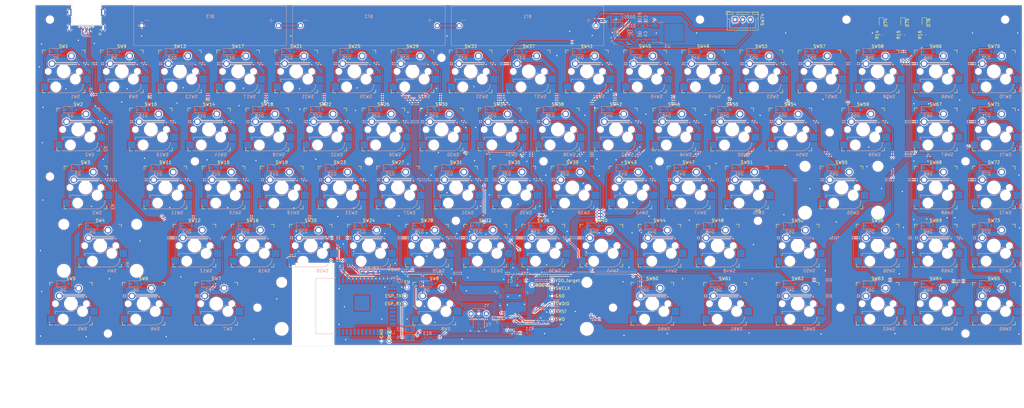
<source format=kicad_pcb>
(kicad_pcb (version 20211014) (generator pcbnew)
  (layers (0 "F.Cu" signal) (31 "B.Cu" signal) (34 "B.Paste" user) (35 "F.Paste" user) (36 "B.SilkS" user "B.Silkscreen") (37 "F.SilkS" user "F.Silkscreen") (38 "B.Mask" user) (39 "F.Mask" user) (44 "Edge.Cuts" user))
  (net 0 "")
  (net 1 "Net-(D1-Pad1)")
  (net 2 "COL1")
  (net 3 "Net-(D2-Pad1)")
  (net 4 "Net-(D3-Pad1)")
  (net 5 "Net-(D4-Pad1)")
  (net 6 "Net-(D5-Pad1)")
  (net 7 "Net-(D6-Pad1)")
  (net 8 "Net-(D7-Pad1)")
  (net 9 "Net-(D8-Pad1)")
  (net 10 "COL2")
  (net 11 "Net-(D9-Pad1)")
  (net 12 "Net-(D10-Pad1)")
  (net 13 "Net-(D11-Pad1)")
  (net 14 "Net-(D12-Pad1)")
  (net 15 "Net-(D13-Pad1)")
  (net 16 "Net-(D14-Pad1)")
  (net 17 "Net-(D15-Pad1)")
  (net 18 "Net-(D16-Pad1)")
  (net 19 "Net-(D17-Pad1)")
  (net 20 "COL3")
  (net 21 "Net-(D18-Pad1)")
  (net 22 "Net-(D19-Pad1)")
  (net 23 "Net-(D20-Pad1)")
  (net 24 "Net-(D21-Pad1)")
  (net 25 "Net-(D22-Pad1)")
  (net 26 "Net-(D23-Pad1)")
  (net 27 "Net-(D24-Pad1)")
  (net 28 "COL4")
  (net 29 "Net-(D25-Pad1)")
  (net 30 "Net-(D26-Pad1)")
  (net 31 "Net-(D27-Pad1)")
  (net 32 "Net-(D28-Pad1)")
  (net 33 "Net-(D29-Pad1)")
  (net 34 "Net-(D30-Pad1)")
  (net 35 "Net-(D31-Pad1)")
  (net 36 "Net-(D32-Pad1)")
  (net 37 "Net-(D33-Pad1)")
  (net 38 "COL5")
  (net 39 "Net-(D34-Pad1)")
  (net 40 "Net-(D35-Pad1)")
  (net 41 "Net-(D36-Pad1)")
  (net 42 "Net-(D37-Pad1)")
  (net 43 "Net-(D38-Pad1)")
  (net 44 "Net-(D39-Pad1)")
  (net 45 "Net-(D40-Pad1)")
  (net 46 "COL6")
  (net 47 "Net-(D41-Pad1)")
  (net 48 "Net-(D42-Pad1)")
  (net 49 "Net-(D43-Pad1)")
  (net 50 "Net-(D44-Pad1)")
  (net 51 "Net-(D45-Pad1)")
  (net 52 "Net-(D46-Pad1)")
  (net 53 "Net-(D47-Pad1)")
  (net 54 "Net-(D48-Pad1)")
  (net 55 "Net-(D49-Pad1)")
  (net 56 "COL7")
  (net 57 "Net-(D50-Pad1)")
  (net 58 "Net-(D51-Pad1)")
  (net 59 "Net-(D52-Pad1)")
  (net 60 "Net-(D53-Pad1)")
  (net 61 "Net-(D54-Pad1)")
  (net 62 "Net-(D55-Pad1)")
  (net 63 "Net-(D56-Pad1)")
  (net 64 "COL8")
  (net 65 "Net-(D57-Pad1)")
  (net 66 "Net-(D58-Pad1)")
  (net 67 "Net-(D59-Pad1)")
  (net 68 "Net-(D60-Pad1)")
  (net 69 "Net-(D61-Pad1)")
  (net 70 "Net-(D62-Pad1)")
  (net 71 "Net-(D63-Pad1)")
  (net 72 "Net-(D64-Pad1)")
  (net 73 "Net-(D65-Pad1)")
  (net 74 "COL9")
  (net 75 "Net-(D66-Pad1)")
  (net 76 "Net-(D67-Pad1)")
  (net 77 "Net-(D68-Pad1)")
  (net 78 "Net-(D69-Pad1)")
  (net 79 "Net-(D70-Pad1)")
  (net 80 "Net-(D71-Pad1)")
  (net 81 "Net-(D72-Pad1)")
  (net 82 "Net-(D73-Pad1)")
  (net 83 "ROW1")
  (net 84 "ROW2")
  (net 85 "ROW3")
  (net 86 "ROW4")
  (net 87 "ROW5")
  (net 88 "ROW6")
  (net 89 "ROW7")
  (net 90 "ROW8")
  (net 91 "ROW9")
  (net 92 "Net-(U1-Pad2)")
  (net 93 "Net-(U1-Pad3)")
  (net 94 "Net-(U1-Pad4)")
  (net 95 "GND")
  (net 96 "+3V3")
  (net 97 "Net-(U1-Pad23)")
  (net 98 "Net-(U1-Pad24)")
  (net 99 "Net-(U1-Pad25)")
  (net 100 "Net-(U1-Pad26)")
  (net 101 "Net-(U1-Pad27)")
  (net 102 "Net-(U1-Pad28)")
  (net 103 "Net-(U1-Pad29)")
  (net 104 "Net-(U1-Pad30)")
  (net 105 "Net-(U1-Pad40)")
  (net 106 "D-")
  (net 107 "D+")
  (net 108 "Net-(U1-Pad50)")
  (net 109 "Net-(U1-Pad51)")
  (net 110 "Net-(U1-Pad52)")
  (net 111 "Net-(U1-Pad56)")
  (net 112 "Net-(U1-Pad57)")
  (net 113 "Net-(U1-Pad58)")
  (net 114 "Net-(U1-Pad59)")
  (net 115 "Net-(U1-Pad61)")
  (net 116 "Net-(U1-Pad62)")
  (net 117 "/OSC_IN")
  (net 118 "/OSC_OUT")
  (net 119 "NRST")
  (net 120 "SWDIO")
  (net 121 "SWCLK")
  (net 122 "SWO")
  (net 123 "BOOT0")
  (net 124 "Net-(U2-Pad4)")
  (net 125 "Net-(U2-Pad5)")
  (net 126 "Net-(U2-Pad6)")
  (net 127 "Net-(U2-Pad7)")
  (net 128 "Net-(U2-Pad8)")
  (net 129 "Net-(U2-Pad9)")
  (net 130 "Net-(U2-Pad10)")
  (net 131 "Net-(U2-Pad11)")
  (net 132 "Net-(U2-Pad12)")
  (net 133 "Net-(U2-Pad13)")
  (net 134 "Net-(U2-Pad14)")
  (net 135 "Net-(U2-Pad16)")
  (net 136 "Net-(U2-Pad17)")
  (net 137 "Net-(U2-Pad18)")
  (net 138 "Net-(U2-Pad19)")
  (net 139 "Net-(U2-Pad20)")
  (net 140 "Net-(U2-Pad21)")
  (net 141 "Net-(U2-Pad22)")
  (net 142 "Net-(U2-Pad23)")
  (net 143 "Net-(U2-Pad24)")
  (net 144 "Net-(U2-Pad26)")
  (net 145 "Net-(U2-Pad27)")
  (net 146 "Net-(U2-Pad28)")
  (net 147 "Net-(U2-Pad29)")
  (net 148 "Net-(U2-Pad30)")
  (net 149 "Net-(U2-Pad31)")
  (net 150 "Net-(U2-Pad32)")
  (net 151 "Net-(U2-Pad33)")
  (net 152 "Net-(U2-Pad36)")
  (net 153 "Net-(U2-Pad37)")
  (net 154 "Net-(BT1-Pad2)")
  (net 155 "Net-(BT2-Pad2)")
  (net 156 "+5V")
  (net 157 "Net-(J1-PadB5)")
  (net 158 "Net-(J1-PadB8)")
  (net 159 "+BATT")
  (net 160 "Net-(C1-Pad1)")
  (net 161 "Net-(C2-Pad1)")
  (net 162 "Net-(D101-Pad1)")
  (net 163 "Net-(C3-Pad2)")
  (net 164 "STM-RX")
  (net 165 "Net-(JP1-Pad1)")
  (net 166 "Net-(JP2-Pad1)")
  (net 167 "STM-TX")
  (net 168 "Net-(Q1-Pad3)")
  (net 169 "ESP_EN")
  (net 170 "Net-(Q1-Pad2)")
  (net 171 "Net-(R13-Pad2)")
  (net 172 "Net-(SW74-Pad1)")
  (net 173 "Net-(D74-Pad2)")
  (net 174 "Net-(D75-Pad2)")
  (net 175 "Net-(D76-Pad2)")
  (net 176 "O3")
  (net 177 "O2")
  (net 178 "O1")
  (footprint "ehhhkb:HRS_CX70M-24P1" (layer "F.Cu") (at 57.4 80.6 180)
    (fp_text reference "J1")
    (fp_text value "CX70M-24P1")
    (fp_line (start -6.4 2.6) (end -4.67 2.6) (layer "Edge.Cuts") (width 0.1))
    (fp_line (start 4.67 -4.05) (end 4.67 2.6) (layer "Edge.Cuts") (width 0.1))
    (fp_line (start -4.67 2.6) (end -4.67 -4.05) (layer "Edge.Cuts") (width 0.1))
    (fp_line (start 4.67 2.6) (end 6.4 2.6) (layer "Edge.Cuts") (width 0.1))
    (fp_line (start -4.67 -4.05) (end 4.67 -4.05) (layer "Edge.Cuts") (width 0.1))
  )
  (footprint "keyswitches:Kailh_socket_MX_optional" (layer "F.Cu") (at 50 100)
    (fp_text reference "SW1")
    (fp_text value "Esc")
  )
  (footprint "keyswitches:Kailh_socket_MX_optional" (layer "F.Cu") (at 57.144 138.1)
    (fp_text reference "SW3")
    (fp_text value "Ctl1L")
  )
  (footprint "keyswitches:Kailh_socket_MX_optional" (layer "F.Cu") (at 61.9806 157.15)
    (fp_text reference "SW4")
    (fp_text value "SftL")
  )
  (footprint "keyswitches:Kailh_socket_MX_optional" (layer "F.Cu") (at 52.381 176.2)
    (fp_text reference "SW5")
    (fp_text value "Ctl2L")
  )
  (footprint "keyswitches:Kailh_socket_MX_optional" (layer "F.Cu") (at 76.1935 176.2)
    (fp_text reference "SW6")
    (fp_text value "FnL")
  )
  (footprint "keyswitches:Kailh_socket_MX_optional" (layer "F.Cu") (at 100.006 176.2)
    (fp_text reference "SW7")
    (fp_text value "AltL")
  )
  (footprint "keyswitches:Kailh_socket_MX_optional" (layer "F.Cu") (at 171.4435 176.2)
    (fp_text reference "SW8")
    (fp_text value "Space")
  )
  (footprint "keyswitches:Kailh_socket_MX_optional" (layer "F.Cu") (at 69.05 100)
    (fp_text reference "SW9")
    (fp_text value "1")
  )
  (footprint "keyswitches:Kailh_socket_MX_optional" (layer "F.Cu") (at 78.575 119.05)
    (fp_text reference "SW10")
    (fp_text value "Q")
  )
  (footprint "keyswitches:Kailh_socket_MX_optional" (layer "F.Cu") (at 83.3375 138.1)
    (fp_text reference "SW11")
    (fp_text value "A")
  )
  (footprint "keyswitches:Kailh_socket_MX_optional" (layer "F.Cu") (at 92.8625 157.15)
    (fp_text reference "SW12")
    (fp_text value "Z")
  )
  (footprint "keyswitches:Kailh_socket_MX_optional" (layer "F.Cu") (at 88.1 100)
    (fp_text reference "SW13")
    (fp_text value "2")
  )
  (footprint "keyswitches:Kailh_socket_MX_optional" (layer "F.Cu") (at 97.625 119.05)
    (fp_text reference "SW14")
    (fp_text value "W")
  )
  (footprint "keyswitches:Kailh_socket_MX_optional" (layer "F.Cu") (at 102.3875 138.1)
    (fp_text reference "SW15")
    (fp_text value "S")
  )
  (footprint "keyswitches:Kailh_socket_MX_optional" (layer "F.Cu") (at 111.9125 157.15)
    (fp_text reference "SW16")
    (fp_text value "X")
  )
  (footprint "keyswitches:Kailh_socket_MX_optional" (layer "F.Cu") (at 107.15 100)
    (fp_text reference "SW17")
    (fp_text value "3")
  )
  (footprint "keyswitches:Kailh_socket_MX_optional" (layer "F.Cu") (at 116.675 119.05)
    (fp_text reference "SW18")
    (fp_text value "E")
  )
  (footprint "keyswitches:Kailh_socket_MX_optional" (layer "F.Cu") (at 121.4375 138.1)
    (fp_text reference "SW19")
    (fp_text value "D")
  )
  (footprint "keyswitches:Kailh_socket_MX_optional" (layer "F.Cu") (at 130.9625 157.15)
    (fp_text reference "SW20")
    (fp_text value "C")
  )
  (footprint "keyswitches:Kailh_socket_MX_optional" (layer "F.Cu") (at 126.2 100)
    (fp_text reference "SW21")
    (fp_text value "4")
  )
  (footprint "keyswitches:Kailh_socket_MX_optional" (layer "F.Cu") (at 135.725 119.05)
    (fp_text reference "SW22")
    (fp_text value "R")
  )
  (footprint "keyswitches:Kailh_socket_MX_optional" (layer "F.Cu") (at 140.4875 138.1)
    (fp_text reference "SW23")
    (fp_text value "F")
  )
  (footprint "keyswitches:Kailh_socket_MX_optional" (layer "F.Cu") (at 150.0125 157.15)
    (fp_text reference "SW24")
    (fp_text value "V")
  )
  (footprint "keyswitches:Kailh_socket_MX_optional" (layer "F.Cu") (at 145.25 100)
    (fp_text reference "SW25")
    (fp_text value "5")
  )
  (footprint "keyswitches:Kailh_socket_MX_optional" (layer "F.Cu") (at 154.775 119.05)
    (fp_text reference "SW26")
    (fp_text value "T")
  )
  (footprint "keyswitches:Kailh_socket_MX_optional" (layer "F.Cu") (at 159.5375 138.1)
    (fp_text reference "SW27")
    (fp_text value "G")
  )
  (footprint "keyswitches:Kailh_socket_MX_optional" (layer "F.Cu") (at 169.0625 157.15)
    (fp_text reference "SW28")
    (fp_text value "B")
  )
  (footprint "keyswitches:Kailh_socket_MX_optional" (layer "F.Cu") (at 164.3 100)
    (fp_text reference "SW29")
    (fp_text value "6")
  )
  (footprint "keyswitches:Kailh_socket_MX_optional" (layer "F.Cu") (at 173.825 119.05)
    (fp_text reference "SW30")
    (fp_text value "Y")
  )
  (footprint "keyswitches:Kailh_socket_MX_optional" (layer "F.Cu") (at 178.5875 138.1)
    (fp_text reference "SW31")
    (fp_text value "H")
  )
  (footprint "keyswitches:Kailh_socket_MX_optional" (layer "F.Cu") (at 188.1125 157.15)
    (fp_text reference "SW32")
    (fp_text value "N")
  )
  (footprint "keyswitches:Kailh_socket_MX_optional" (layer "F.Cu") (at 183.35 100)
    (fp_text reference "SW33")
    (fp_text value "7")
  )
  (footprint "keyswitches:Kailh_socket_MX_optional" (layer "F.Cu") (at 192.875 119.05)
    (fp_text reference "SW34")
    (fp_text value "U")
  )
  (footprint "keyswitches:Kailh_socket_MX_optional" (layer "F.Cu") (at 197.6375 138.1)
    (fp_text reference "SW35")
    (fp_text value "J")
  )
  (footprint "keyswitches:Kailh_socket_MX_optional" (layer "F.Cu") (at 207.1625 157.15)
    (fp_text reference "SW36")
    (fp_text value "M")
  )
  (footprint "keyswitches:Kailh_socket_MX_optional" (layer "F.Cu") (at 202.4 100)
    (fp_text reference "SW37")
    (fp_text value "8")
  )
  (footprint "keyswitches:Kailh_socket_MX_optional" (layer "F.Cu") (at 211.925 119.05)
    (fp_text reference "SW38")
    (fp_text value "I")
  )
  (footprint "keyswitches:Kailh_socket_MX_optional" (layer "F.Cu") (at 216.6875 138.1)
    (fp_text reference "SW39")
    (fp_text value "K")
  )
  (footprint "keyswitches:Kailh_socket_MX_optional" (layer "F.Cu") (at 226.2125 157.15)
    (fp_text reference "SW40")
    (fp_text value ",")
  )
  (footprint "keyswitches:Kailh_socket_MX_optional" (layer "F.Cu") (at 221.45 100)
    (fp_text reference "SW41")
    (fp_text value "9")
  )
  (footprint "keyswitches:Kailh_socket_MX_optional" (layer "F.Cu") (at 230.975 119.05)
    (fp_text reference "SW42")
    (fp_text value "O")
  )
  (footprint "keyswitches:Kailh_socket_MX_optional" (layer "F.Cu") (at 235.7375 138.1)
    (fp_text reference "SW43")
    (fp_text value "L")
  )
  (footprint "keyswitches:Kailh_socket_MX_optional" (layer "F.Cu") (at 245.2625 157.15)
    (fp_text reference "SW44")
    (fp_text value ".")
  )
  (footprint "keyswitches:Kailh_socket_MX_optional" (layer "F.Cu") (at 240.5 100)
    (fp_text reference "SW45")
    (fp_text value "0")
  )
  (footprint "keyswitches:Kailh_socket_MX_optional" (layer "F.Cu") (at 250.025 119.05)
    (fp_text reference "SW46")
    (fp_text value "P")
  )
  (footprint "keyswitches:Kailh_socket_MX_optional" (layer "F.Cu") (at 254.7875 138.1)
    (fp_text reference "SW47")
    (fp_text value ";")
  )
  (footprint "keyswitches:Kailh_socket_MX_optional" (layer "F.Cu") (at 264.3125 157.15)
    (fp_text reference "SW48")
    (fp_text value "/")
  )
  (footprint "keyswitches:Kailh_socket_MX_optional" (layer "F.Cu") (at 259.55 100)
    (fp_text reference "SW49")
    (fp_text value "-")
  )
  (footprint "keyswitches:Kailh_socket_MX_optional" (layer "F.Cu") (at 269.075 119.05)
    (fp_text reference "SW50")
    (fp_text value "[")
  )
  (footprint "keyswitches:Kailh_socket_MX_optional" (layer "F.Cu") (at 273.8375 138.1)
    (fp_text reference "SW51")
    (fp_text value "'")
  )
  (footprint "keyswitches:Kailh_socket_MX_optional" (layer "F.Cu") (at 290.5065 157.15)
    (fp_text reference "SW52")
    (fp_text value "SftR")
  )
  (footprint "keyswitches:Kailh_socket_MX_optional" (layer "F.Cu") (at 278.6 100)
    (fp_text reference "SW53")
    (fp_text value "=")
  )
  (footprint "keyswitches:Kailh_socket_MX_optional" (layer "F.Cu") (at 288.125 119.05)
    (fp_text reference "SW54")
    (fp_text value "]")
  )
  (footprint "keyswitches:Kailh_socket_MX_optional" (layer "F.Cu") (at 304.8681 138.1)
    (fp_text reference "SW55")
    (fp_text value "Ent")
  )
  (footprint "keyswitches:Kailh_socket_MX_optional" (layer "F.Cu") (at 316.7 157.15)
    (fp_text reference "SW56")
    (fp_text value "FnR")
  )
  (footprint "keyswitches:Kailh_socket_MX_optional" (layer "F.Cu") (at 297.65 100)
    (fp_text reference "SW57")
    (fp_text value "\\")
  )
  (footprint "keyswitches:Kailh_socket_MX_optional" (layer "F.Cu") (at 316.7 100)
    (fp_text reference "SW58")
    (fp_text value "`")
  )
  (footprint "keyswitches:Kailh_socket_MX_optional" (layer "F.Cu") (at 311.938 119.05)
    (fp_text reference "SW59")
    (fp_text value "BS")
  )
  (footprint "keyswitches:Kailh_socket_MX_optional" (layer "F.Cu") (at 242.881 176.2)
    (fp_text reference "SW60")
    (fp_text value "Win")
  )
  (footprint "keyswitches:Kailh_socket_MX_optional" (layer "F.Cu") (at 290.506 176.2)
    (fp_text reference "SW62")
    (fp_text value "CtlR")
  )
  (footprint "keyswitches:Kailh_socket_MX_optional" (layer "F.Cu") (at 316.7 176.2)
    (fp_text reference "SW63")
    (fp_text value "←")
  )
  (footprint "keyswitches:Kailh_socket_MX_optional" (layer "F.Cu") (at 335.75 176.2)
    (fp_text reference "SW64")
    (fp_text value "↓")
  )
  (footprint "keyswitches:Kailh_socket_MX_optional" (layer "F.Cu") (at 354.8 176.2)
    (fp_text reference "SW65")
    (fp_text value "→")
  )
  (footprint "keyswitches:Kailh_socket_MX_optional" (layer "F.Cu") (at 335.75 100)
    (fp_text reference "SW66")
    (fp_text value "HOME")
  )
  (footprint "keyswitches:Kailh_socket_MX_optional" (layer "F.Cu") (at 335.75 119.05)
    (fp_text reference "SW67")
    (fp_text value "DEL")
  )
  (footprint "keyswitches:Kailh_socket_MX_optional" (layer "F.Cu") (at 335.75 138.1)
    (fp_text reference "SW68")
    (fp_text value "PrSc")
  )
  (footprint "keyswitches:Kailh_socket_MX_optional" (layer "F.Cu") (at 335.75 157.15)
    (fp_text reference "SW69")
    (fp_text value "↑")
  )
  (footprint "keyswitches:Kailh_socket_MX_optional" (layer "F.Cu") (at 354.8 100)
    (fp_text reference "SW70")
    (fp_text value "END")
  )
  (footprint "keyswitches:Kailh_socket_MX_optional" (layer "F.Cu") (at 354.8 119.05)
    (fp_text reference "SW71")
    (fp_text value "INS")
  )
  (footprint "keyswitches:Kailh_socket_MX_optional" (layer "F.Cu") (at 354.8 138.1)
    (fp_text reference "SW72")
    (fp_text value "PGUP")
  )
  (footprint "keyswitches:Kailh_socket_MX_optional" (layer "F.Cu") (at 354.8 157.15)
    (fp_text reference "SW73")
    (fp_text value "PGDN")
  )
  (footprint "keyswitches:Kailh_socket_MX_optional" (layer "F.Cu") (at 266.6935 176.2)
    (fp_text reference "SW61")
    (fp_text value "AltR")
  )
  (footprint "keyswitches:Kailh_socket_MX_optional" (layer "F.Cu") (at 54.763 119.05)
    (fp_text reference "SW2")
    (fp_text value "Tab")
  )
  (footprint "ehhhkb:tp" (layer "F.Cu") (at 210.02 168.58)
    (fp_text reference "TP1")
    (fp_text value "VDD_target")
  )
  (footprint "ehhhkb:tp" (layer "F.Cu") (at 210.02 171.12)
    (fp_text reference "TP2")
    (fp_text value "SWCLK")
  )
  (footprint "ehhhkb:tp" (layer "F.Cu") (at 210.02 173.66)
    (fp_text reference "TP3")
    (fp_text value "GND")
  )
  (footprint "ehhhkb:tp" (layer "F.Cu") (at 210.02 176.2)
    (fp_text reference "TP4")
    (fp_text value "SWDIO")
  )
  (footprint "ehhhkb:tp" (layer "F.Cu") (at 210.02 178.74)
    (fp_text reference "TP5")
    (fp_text value "NRST")
  )
  (footprint "ehhhkb:tp" (layer "F.Cu") (at 210.02 181.28)
    (fp_text reference "TP6")
    (fp_text value "SWO")
  )
  (footprint "Mounting_Keyboard_Stabilizer:Stabilizer_Cherry_MX_2u" (layer "F.Cu") (at 61.9806 157.15)
    (fp_text reference "H1" hide)
    (fp_text value "stabilizer")
  )
  (footprint "Mounting_Keyboard_Stabilizer:Stabilizer_Cherry_MX_2u" (layer "F.Cu") (at 304.8681 138.1)
    (fp_text reference "H2" hide)
    (fp_text value "stabilizer")
  )
  (footprint "Mounting_Keyboard_Stabilizer:Stabilizer_Cherry_MX_6.25u" (layer "F.Cu") (at 171.4435 176.2)
    (fp_text reference "H3" hide)
    (fp_text value "stabilizer")
  )
  (footprint "ehhhkb:tp" (layer "F.Cu") (at 161.76 176.2)
    (fp_text reference "TP8")
    (fp_text value "ESP_RX")
  )
  (footprint "ehhhkb:tp" (layer "F.Cu") (at 161.76 173.66)
    (fp_text reference "TP7")
    (fp_text value "ESP_TX")
  )
  (footprint "ehhhkb:tp" (layer "F.Cu") (at 203.416 170.104)
    (fp_text reference "TP9")
    (fp_text value "BOOT0")
  )
  (footprint "MountingHole:MountingHole_2.2mm_M2" (layer "F.Cu") (at 45.5 134.5)
    (fp_text reference "H4" hide)
    (fp_text value "M3")
  )
  (footprint "MountingHole:MountingHole_2.2mm_M2" (layer "F.Cu") (at 258.5 83)
    (fp_text reference "H5" hide)
    (fp_text value "M3")
  )
  (footprint "MountingHole:MountingHole_2.2mm_M2" (layer "F.Cu") (at 277.5 149)
    (fp_text reference "H6")
    (fp_text value "M3")
  )
  (footprint "MountingHole:MountingHole_2.2mm_M2" (layer "F.Cu") (at 150 129.5)
    (fp_text reference "H7" hide)
    (fp_text value "M3")
  )
  (footprint "MountingHole:MountingHole_2.2mm_M2" (layer "F.Cu") (at 345.5 129.5)
    (fp_text reference "H9" hide)
    (fp_text value "M3")
  )
  (footprint "MountingHole:MountingHole_2.2mm_M2" (layer "F.Cu") (at 245.25 129.5)
    (fp_text reference "H10" hide)
    (fp_text value "M3")
  )
  (footprint "MountingHole:MountingHole_2.2mm_M2" (layer "F.Cu") (at 301 120)
    (fp_text reference "H11" hide)
    (fp_text value "M3")
  )
  (footprint "MountingHole:MountingHole_2.2mm_M2" (layer "F.Cu") (at 304.5 177.5)
    (fp_text reference "H12" hide)
    (fp_text value "M3")
  )
  (footprint "MountingHole:MountingHole_2.2mm_M2" (layer "F.Cu") (at 45.5 83)
    (fp_text reference "H13" hide)
    (fp_text value "M3")
  )
  (footprint "MountingHole:MountingHole_2.2mm_M2" (layer "F.Cu") (at 113.5 177.5)
    (fp_text reference "H14" hide)
    (fp_text value "M3")
  )
  (footprint "MountingHole:MountingHole_2.2mm_M2" (layer "F.Cu") (at 358.5 83)
    (fp_text reference "H15" hide)
    (fp_text value "M3")
  )
  (footprint "MountingHole:MountingHole_2.2mm_M2" (layer "F.Cu") (at 230 177.5)
    (fp_text reference "H16" hide)
    (fp_text value "M3")
  )
  (footprint "MountingHole:MountingHole_2.2mm_M2" (layer "F.Cu") (at 97.6 95.5)
    (fp_text reference "H17" hide)
    (fp_text value "M3")
  )
  (footprint "MountingHole:MountingHole_2.2mm_M2" (layer "F.Cu") (at 207.25 129.5)
    (fp_text reference "H18" hide)
    (fp_text value "M3")
  )
  (footprint "MountingHole:MountingHole_2.2mm_M2" (layer "F.Cu") (at 306.5 83)
    (fp_text reference "H19" hide)
    (fp_text value "M3")
  )
  (footprint "MountingHole:MountingHole_2.2mm_M2" (layer "F.Cu") (at 173.8 95.5)
    (fp_text reference "H21" hide)
    (fp_text value "M3")
  )
  (footprint "MountingHole:MountingHole_2.2mm_M2" (layer "F.Cu") (at 93 129.5)
    (fp_text reference "H23" hide)
    (fp_text value "M3")
  )
  (footprint "MountingHole:MountingHole_2.2mm_M2" (layer "F.Cu") (at 178.5 149)
    (fp_text reference "H20" hide)
    (fp_text value "M3")
  )
  (footprint "MountingHole:MountingHole_2.2mm_M2" (layer "F.Cu") (at 345.5 186)
    (fp_text reference "H22" hide)
    (fp_text value "M3")
  )
  (footprint "MountingHole:MountingHole_2.2mm_M2" (layer "F.Cu") (at 64.5 186)
    (fp_text reference "H8" hide)
    (fp_text value "M3")
  )
  (footprint "ehhhkb:tp" (layer "F.Cu") (at 154.14 188.5)
    (fp_text reference "TP10")
    (fp_text value "GND")
  )
  (footprint "ehhhkb:tp" (layer "F.Cu") (at 156.68 188.5)
    (fp_text reference "TP11")
    (fp_text value "BOOT")
  )
  (footprint "Connector_JST:JST_XH_B3B-XH-A_1x03_P2.50mm_Vertical" (layer "F.Cu") (at 270 83)
    (fp_text reference "SW74")
    (fp_text value "SW_Push_SPDT")
  )
  (footprint "ehhhkb:tp" (layer "F.Cu") (at 162.522 170.866)
    (fp_text reference "TP12")
    (fp_text value "EN")
  )
  (footprint "LED_SMD:LED_0603_1608Metric_Pad1.05x0.95mm_HandSolder" (layer "F.Cu") (at 318 84 -90)
    (fp_text reference "D74")
    (fp_text value "LED")
  )
  (footprint "LED_SMD:LED_0603_1608Metric_Pad1.05x0.95mm_HandSolder" (layer "F.Cu") (at 325 84 -90)
    (fp_text reference "D75")
    (fp_text value "LED")
  )
  (footprint "LED_SMD:LED_0603_1608Metric_Pad1.05x0.95mm_HandSolder" (layer "F.Cu") (at 332 84 -90)
    (fp_text reference "D76")
    (fp_text value "LED")
  )
  (footprint "Resistor_SMD:R_0603_1608Metric" (layer "F.Cu") (at 318 88 90)
    (fp_text reference "R14")
    (fp_text value "4.7k")
  )
  (footprint "Resistor_SMD:R_0603_1608Metric" (layer "F.Cu") (at 325 88 90)
    (fp_text reference "R15")
    (fp_text value "4.7k")
  )
  (footprint "Resistor_SMD:R_0603_1608Metric" (layer "F.Cu") (at 332 88 90)
    (fp_text reference "R16")
    (fp_text value "4.7k")
  )
  (footprint "RF_Module:ESP32-WROOM-32" (layer "B.Cu") (at 148.5 177 -90)
    (fp_text reference "U2")
    (fp_text value "ESP32-WROOM-32D")
  )
  (footprint "Crystal:Resonator_muRata_CSTLSxxxX-3Pin_W5.5mm_H3.0mm" (layer "B.Cu") (at 188.5 179.5 180)
    (fp_text reference "Y1")
    (fp_text value "16MHz")
  )
  (footprint "ehhhkb:AAAx1" (layer "B.Cu") (at 202 85 180)
    (fp_text reference "BT1")
    (fp_text value "AAA")
  )
  (footprint "ehhhkb:AAAx1" (layer "B.Cu") (at 150 85 180)
    (fp_text reference "BT2")
    (fp_text value "AAA")
  )
  (footprint "ehhhkb:AAAx1" (layer "B.Cu") (at 98 85 180)
    (fp_text reference "BT3")
    (fp_text value "AAA")
  )
  (footprint "Diode_SMD:D_SOD-123" (layer "B.Cu") (at 47.5 93.5)
    (fp_text reference "D1")
    (fp_text value "D")
  )
  (footprint "Diode_SMD:D_SOD-123" (layer "B.Cu") (at 52.263 112.55)
    (fp_text reference "D2")
    (fp_text value "D")
  )
  (footprint "Diode_SMD:D_SOD-123" (layer "B.Cu") (at 54.644 131.6)
    (fp_text reference "D3")
    (fp_text value "D")
  )
  (footprint "Diode_SMD:D_SOD-123" (layer "B.Cu") (at 59.4806 150.65)
    (fp_text reference "D4")
    (fp_text value "D")
  )
  (footprint "Diode_SMD:D_SOD-123" (layer "B.Cu") (at 49.881 169.7)
    (fp_text reference "D5")
    (fp_text value "D")
  )
  (footprint "Diode_SMD:D_SOD-123" (layer "B.Cu") (at 73.6935 169.7)
    (fp_text reference "D6")
    (fp_text value "D")
  )
  (footprint "Diode_SMD:D_SOD-123" (layer "B.Cu") (at 97.506 169.7)
    (fp_text reference "D7")
    (fp_text value "D")
  )
  (footprint "Diode_SMD:D_SOD-123" (layer "B.Cu") (at 168.9435 169.7)
    (fp_text reference "D8")
    (fp_text value "D")
  )
  (footprint "Diode_SMD:D_SOD-123" (layer "B.Cu") (at 66.55 93.5)
    (fp_text reference "D9")
    (fp_text value "D")
  )
  (footprint "Diode_SMD:D_SOD-123" (layer "B.Cu") (at 76.075 112.55)
    (fp_text reference "D10")
    (fp_text value "D")
  )
  (footprint "Diode_SMD:D_SOD-123" (layer "B.Cu") (at 80.8375 131.6)
    (fp_text reference "D11")
    (fp_text value "D")
  )
  (footprint "Diode_SMD:D_SOD-123" (layer "B.Cu") (at 90.3625 150.65)
    (fp_text reference "D12")
    (fp_text value "D")
  )
  (footprint "Diode_SMD:D_SOD-123" (layer "B.Cu") (at 85.6 93.5)
    (fp_text reference "D13")
    (fp_text value "D")
  )
  (footprint "Diode_SMD:D_SOD-123" (layer "B.Cu") (at 95.125 112.55)
    (fp_text reference "D14")
    (fp_text value "D")
  )
  (footprint "Diode_SMD:D_SOD-123" (layer "B.Cu") (at 99.8875 131.6)
    (fp_text reference "D15")
    (fp_text value "D")
  )
  (footprint "Diode_SMD:D_SOD-123" (layer "B.Cu") (at 109.4125 150.65)
    (fp_text reference "D16")
    (fp_text value "D")
  )
  (footprint "Diode_SMD:D_SOD-123" (layer "B.Cu") (at 104.65 93.5)
    (fp_text reference "D17")
    (fp_text value "D")
  )
  (footprint "Diode_SMD:D_SOD-123" (layer "B.Cu") (at 114.175 112.55)
    (fp_text reference "D18")
    (fp_text value "D")
  )
  (footprint "Diode_SMD:D_SOD-123" (layer "B.Cu") (at 118.9375 131.6)
    (fp_text reference "D19")
    (fp_text value "D")
  )
  (footprint "Diode_SMD:D_SOD-123" (layer "B.Cu") (at 128.4625 150.65)
    (fp_text reference "D20")
    (fp_text value "D")
  )
  (footprint "Diode_SMD:D_SOD-123" (layer "B.Cu") (at 123.7 93.5)
    (fp_text reference "D21")
    (fp_text value "D")
  )
  (footprint "Diode_SMD:D_SOD-123" (layer "B.Cu") (at 133.225 112.55)
    (fp_text reference "D22")
    (fp_text value "D")
  )
  (footprint "Diode_SMD:D_SOD-123" (layer "B.Cu") (at 137.9875 131.6)
    (fp_text reference "D23")
    (fp_text value "D")
  )
  (footprint "Diode_SMD:D_SOD-123" (layer "B.Cu") (at 147.5125 150.65)
    (fp_text reference "D24")
    (fp_text value "D")
  )
  (footprint "Diode_SMD:D_SOD-123" (layer "B.Cu") (at 142.75 93.5)
    (fp_text reference "D25")
    (fp_text value "D")
  )
  (footprint "Diode_SMD:D_SOD-123" (layer "B.Cu") (at 152.275 112.55)
    (fp_text reference "D26")
    (fp_text value "D")
  )
  (footprint "Diode_SMD:D_SOD-123" (layer "B.Cu") (at 157.0375 131.6)
    (fp_text reference "D27")
    (fp_text value "D")
  )
  (footprint "Diode_SMD:D_SOD-123" (layer "B.Cu") (at 166.5625 150.65)
    (fp_text reference "D28")
    (fp_text value "D")
  )
  (footprint "Diode_SMD:D_SOD-123" (layer "B.Cu") (at 161.8 93.5)
    (fp_text reference "D29")
    (fp_text value "D")
  )
  (footprint "Diode_SMD:D_SOD-123" (layer "B.Cu") (at 171.325 112.55)
    (fp_text reference "D30")
    (fp_text value "D")
  )
  (footprint "Diode_SMD:D_SOD-123" (layer "B.Cu") (at 176.0875 131.6)
    (fp_text reference "D31")
    (fp_text value "D")
  )
  (footprint "Diode_SMD:D_SOD-123" (layer "B.Cu") (at 185.6125 150.65)
    (fp_text reference "D32")
    (fp_text value "D")
  )
  (footprint "Diode_SMD:D_SOD-123" (layer "B.Cu") (at 180.85 93.5)
    (fp_text reference "D33")
    (fp_text value "D")
  )
  (footprint "Diode_SMD:D_SOD-123" (layer "B.Cu") (at 190.375 112.55)
    (fp_text reference "D34")
    (fp_text value "D")
  )
  (footprint "Diode_SMD:D_SOD-123" (layer "B.Cu") (at 195.1375 131.6)
    (fp_text reference "D35")
    (fp_text value "D")
  )
  (footprint "Diode_SMD:D_SOD-123" (layer "B.Cu") (at 204.6625 150.65)
    (fp_text reference "D36")
    (fp_text value "D")
  )
  (footprint "Diode_SMD:D_SOD-123" (layer "B.Cu") (at 199.9 93.5)
    (fp_text reference "D37")
    (fp_text value "D")
  )
  (footprint "Diode_SMD:D_SOD-123" (layer "B.Cu") (at 209.425 112.55)
    (fp_text reference "D38")
    (fp_text value "D")
  )
  (footprint "Diode_SMD:D_SOD-123" (layer "B.Cu") (at 214.1875 131.6)
    (fp_text reference "D39")
    (fp_text value "D")
  )
  (footprint "Diode_SMD:D_SOD-123" (layer "B.Cu") (at 223.7125 150.65)
    (fp_text reference "D40")
    (fp_text value "D")
  )
  (footprint "Diode_SMD:D_SOD-123" (layer "B.Cu") (at 218.95 93.5)
    (fp_text reference "D41")
    (fp_text value "D")
  )
  (footprint "Diode_SMD:D_SOD-123" (layer "B.Cu") (at 228.475 112.55)
    (fp_text reference "D42")
    (fp_text value "D")
  )
  (footprint "Diode_SMD:D_SOD-123" (layer "B.Cu") (at 233.2375 131.6)
    (fp_text reference "D43")
    (fp_text value "D")
  )
  (footprint "Diode_SMD:D_SOD-123" (layer "B.Cu") (at 242.7625 150.65)
    (fp_text reference "D44")
    (fp_text value "D")
  )
  (footprint "Diode_SMD:D_SOD-123" (layer "B.Cu") (at 238 93.5)
    (fp_text reference "D45")
    (fp_text value "D")
  )
  (footprint "Diode_SMD:D_SOD-123" (layer "B.Cu") (at 247.525 112.55)
    (fp_text reference "D46")
    (fp_text value "D")
  )
  (footprint "Diode_SMD:D_SOD-123" (layer "B.Cu") (at 252.2875 131.6)
    (fp_text reference "D47")
    (fp_text value "D")
  )
  (footprint "Diode_SMD:D_SOD-123" (layer "B.Cu") (at 261.8125 150.65)
    (fp_text reference "D48")
    (fp_text value "D")
  )
  (footprint "Diode_SMD:D_SOD-123" (layer "B.Cu") (at 257.05 93.5)
    (fp_text reference "D49")
    (fp_text value "D")
  )
  (footprint "Diode_SMD:D_SOD-123" (layer "B.Cu") (at 266.575 112.55)
    (fp_text reference "D50")
    (fp_text value "D")
  )
  (footprint "Diode_SMD:D_SOD-123" (layer "B.Cu") (at 271.3375 131.6)
    (fp_text reference "D51")
    (fp_text value "D")
  )
  (footprint "Diode_SMD:D_SOD-123" (layer "B.Cu") (at 288.0065 150.65)
    (fp_text reference "D52")
    (fp_text value "D")
  )
  (footprint "Diode_SMD:D_SOD-123" (layer "B.Cu") (at 276.1 93.5)
    (fp_text reference "D53")
    (fp_text value "D")
  )
  (footprint "Diode_SMD:D_SOD-123" (layer "B.Cu") (at 285.625 112.55)
    (fp_text reference "D54")
    (fp_text value "D")
  )
  (footprint "Diode_SMD:D_SOD-123" (layer "B.Cu") (at 302.3681 131.6)
    (fp_text reference "D55")
    (fp_text value "D")
  )
  (footprint "Diode_SMD:D_SOD-123" (layer "B.Cu") (at 314.2 150.65)
    (fp_text reference "D56")
    (fp_text value "D")
  )
  (footprint "Diode_SMD:D_SOD-123" (layer "B.Cu") (at 295.15 93.5)
    (fp_text reference "D57")
    (fp_text value "D")
  )
  (footprint "Diode_SMD:D_SOD-123" (layer "B.Cu") (at 314.2 93.5)
    (fp_text reference "D58")
    (fp_text value "D")
  )
  (footprint "Diode_SMD:D_SOD-123" (layer "B.Cu") (at 309.438 112.55)
    (fp_text reference "D59")
    (fp_text value "D")
  )
  (footprint "Diode_SMD:D_SOD-123" (layer "B.Cu") (at 240.381 169.7)
    (fp_text reference "D60")
    (fp_text value "D")
  )
  (footprint "Diode_SMD:D_SOD-123" (layer "B.Cu") (at 264.1935 169.7)
    (fp_text reference "D61")
    (fp_text value "D")
  )
  (footprint "Diode_SMD:D_SOD-123" (layer "B.Cu") (at 288.006 169.7)
    (fp_text reference "D62")
    (fp_text value "D")
  )
  (footprint "Diode_SMD:D_SOD-123" (layer "B.Cu") (at 314.2 169.7)
    (fp_text reference "D63")
    (fp_text value "D")
  )
  (footprint "Diode_SMD:D_SOD-123" (layer "B.Cu") (at 333.25 169.7)
    (fp_text reference "D64")
    (fp_text value "D")
  )
  (footprint "Diode_SMD:D_SOD-123" (layer "B.Cu") (at 352.3 169.7)
    (fp_text reference "D65")
    (fp_text value "D")
  )
  (footprint "Diode_SMD:D_SOD-123" (layer "B.Cu") (at 333.25 93.5)
    (fp_text reference "D66")
    (fp_text value "D")
  )
  (footprint "Diode_SMD:D_SOD-123" (layer "B.Cu") (at 333.25 112.55)
    (fp_text reference "D67")
    (fp_text value "D")
  )
  (footprint "Diode_SMD:D_SOD-123" (layer "B.Cu") (at 333.25 131.6)
    (fp_text reference "D68")
    (fp_text value "D")
  )
  (footprint "Diode_SMD:D_SOD-123" (layer "B.Cu") (at 333.25 150.65)
    (fp_text reference "D69")
    (fp_text value "D")
  )
  (footprint "Diode_SMD:D_SOD-123" (layer "B.Cu") (at 352.3 93.5)
    (fp_text reference "D70")
    (fp_text value "D")
  )
  (footprint "Diode_SMD:D_SOD-123" (layer "B.Cu") (at 352.3 112.55)
    (fp_text reference "D71")
    (fp_text value "D")
  )
  (footprint "Diode_SMD:D_SOD-123" (layer "B.Cu") (at 352.3 131.6)
    (fp_text reference "D72")
    (fp_text value "D")
  )
  (footprint "Diode_SMD:D_SOD-123" (layer "B.Cu") (at 352.3 150.65)
    (fp_text reference "D73")
    (fp_text value "D")
  )
  (footprint "Capacitor_SMD:C_0603_1608Metric" (layer "B.Cu") (at 205.5 182.25)
    (fp_text reference "C2")
    (fp_text value "2.2u")
  )
  (footprint "Resistor_SMD:R_0603_1608Metric" (layer "B.Cu") (at 57.6 106.2 90)
    (fp_text reference "R1")
    (fp_text value "4.7k")
  )
  (footprint "Resistor_SMD:R_0603_1608Metric" (layer "B.Cu") (at 64.8 144.4 90)
    (fp_text reference "R3")
    (fp_text value "4.7k")
  )
  (footprint "Resistor_SMD:R_0603_1608Metric" (layer "B.Cu") (at 69.6 163.4 90)
    (fp_text reference "R4")
    (fp_text value "4.7k")
  )
  (footprint "Resistor_SMD:R_0603_1608Metric" (layer "B.Cu") (at 362.4 106 90)
    (fp_text reference "R6")
    (fp_text value "4.7k")
  )
  (footprint "Resistor_SMD:R_0603_1608Metric" (layer "B.Cu") (at 362.4 125.2 90)
    (fp_text reference "R7")
    (fp_text value "4.7k")
  )
  (footprint "Resistor_SMD:R_0603_1608Metric" (layer "B.Cu") (at 362.4 163.2 90)
    (fp_text reference "R9")
    (fp_text value "4.7k")
  )
  (footprint "Resistor_SMD:R_0603_1608Metric" (layer "B.Cu") (at 238.8 85 90)
    (fp_text reference "R10")
    (fp_text value "10k")
  )
  (footprint "Package_TO_SOT_SMD:SOT-23" (layer "B.Cu") (at 231 89.5 180)
    (fp_text reference "Q1")
    (fp_text value "IRLML6402")
  )
  (footprint "Capacitor_SMD:C_0603_1608Metric" (layer "B.Cu") (at 238.8 90.3 90)
    (fp_text reference "C3")
    (fp_text value "0.1u")
  )
  (footprint "Capacitor_SMD:C_0603_1608Metric" (layer "B.Cu") (at 240.7 90.3 90)
    (fp_text reference "C4")
    (fp_text value "0.1u")
  )
  (footprint "Capacitor_SMD:C_0603_1608Metric" (layer "B.Cu") (at 240.75 85 -90)
    (fp_text reference "C5")
    (fp_text value "2.2u")
  )
  (footprint "Capacitor_SMD:C_0603_1608Metric" (layer "B.Cu") (at 141 165.5)
    (fp_text reference "C6")
    (fp_text value "0.1u")
  )
  (footprint "Capacitor_SMD:C_0603_1608Metric" (layer "B.Cu") (at 198.75 167)
    (fp_text reference "C7")
    (fp_text value "0.1u")
  )
  (footprint "Package_TO_SOT_SMD:TO-252-2" (layer "B.Cu") (at 247.9 87.25)
    (fp_text reference "U3")
    (fp_text value "NJM2845DL1-33")
  )
  (footprint "Resistor_SMD:R_0603_1608Metric" (layer "B.Cu") (at 362.4 144.2 90)
    (fp_text reference "R8")
    (fp_text value "4.7k")
  )
  (footprint "Resistor_SMD:R_0603_1608Metric" (layer "B.Cu") (at 324.4 182.4 90)
    (fp_text reference "R5")
    (fp_text value "4.7k")
  )
  (footprint "Resistor_SMD:R_0603_1608Metric" (layer "B.Cu") (at 62.4 125.4 90)
    (fp_text reference "R2")
    (fp_text value "4.7k")
  )
  (footprint "Diode_SMD:D_SOD-123" (layer "B.Cu") (at 231 84.9 180)
    (fp_text reference "D102")
    (fp_text value "SS2040FL")
  )
  (footprint "Diode_SMD:D_SOD-123" (layer "B.Cu") (at 231 82.1 180)
    (fp_text reference "D101")
    (fp_text value "1N4148W")
  )
  (footprint "Package_TO_SOT_SMD:SOT-23" (layer "B.Cu") (at 235.5 89.5 180)
    (fp_text reference "Q2")
    (fp_text value "IRLML6402")
  )
  (footprint "Capacitor_SMD:C_0603_1608Metric" (layer "B.Cu") (at 198.75 168.75 180)
    (fp_text reference "C1")
    (fp_text value "2.2u")
  )
  (footprint "Jumper:SolderJumper-2_P1.3mm_Open_Pad1.0x1.5mm" (layer "B.Cu") (at 163.4 187.2)
    (fp_text reference "JP1")
    (fp_text value "Jumper")
  )
  (footprint "Jumper:SolderJumper-2_P1.3mm_Open_Pad1.0x1.5mm" (layer "B.Cu") (at 163.4 184.6)
    (fp_text reference "JP2")
    (fp_text value "Jumper")
  )
  (footprint "Package_QFP:LQFP-64_10x10mm_P0.5mm" (layer "B.Cu") (at 196.98 177.45)
    (fp_text reference "U1")
    (fp_text value "STM32F405RGTx")
  )
  (footprint "Resistor_SMD:R_0603_1608Metric" (layer "B.Cu") (at 202.7 185.8 180)
    (fp_text reference "R11")
    (fp_text value "10k")
  )
  (footprint "Crystal:Resonator_SMD_muRata_CSTxExxV-3Pin_3.0x1.1mm_HandSoldering" (layer "B.Cu") (at 186 182.9 180)
    (fp_text reference "Y2")
    (fp_text value "16MHz")
  )
  (footprint "Capacitor_SMD:C_0603_1608Metric" (layer "B.Cu") (at 152.25 166 180)
    (fp_text reference "C8")
    (fp_text value "2.2u")
  )
  (footprint "Resistor_SMD:R_0603_1608Metric" (layer "B.Cu") (at 169.2125 187.4 180)
    (fp_text reference "R13")
    (fp_text value "10k")
  )
  (footprint "Resistor_SMD:R_0603_1608Metric" (layer "B.Cu") (at 149 166 180)
    (fp_text reference "R12")
    (fp_text value "10k")
  )
  (gr_line (start 364.25 190) (end 40.5 190) (layer "Edge.Cuts") (width 0.05))
  (gr_line (start 63.8 78) (end 364.25 78) (layer "Edge.Cuts") (width 0.05))
  (gr_line (start 40.5 78) (end 51 78) (layer "Edge.Cuts") (width 0.05))
  (gr_line (start 40.5 190) (end 40.5 78) (layer "Edge.Cuts") (width 0.05))
  (gr_line (start 364.25 78) (end 364.25 190) (layer "Edge.Cuts") (width 0.05))
  (segment (start 45.85 93.5) (end 46.6 93.5) (width 0.3) (layer "B.Cu") (net 1))
  (segment (start 46.6 93.5) (end 48.02 94.92) (width 0.3) (layer "B.Cu") (net 1))
  (segment (start 43.71 94.89) (end 45.1 93.5) (width 0.3) (layer "B.Cu") (net 1))
  (segment (start 45.1 93.5) (end 45.85 93.5) (width 0.3) (layer "B.Cu") (net 1))
  (segment (start 48.02 94.92) (end 50.923554 94.92) (width 0.3) (layer "B.Cu") (net 1))
  (segment (start 50.923554 94.92) (end 52.54 94.92) (width 0.3) (layer "B.Cu") (net 1))
  (segment (start 43.71 105.08) (end 43.71 94.89) (width 0.3) (layer "B.Cu") (net 1))
  (segment (start 230.635001 107.564999) (end 59.435001 107.564999) (width 0.3) (layer "F.Cu") (net 2))
  (segment (start 59.435001 107.564999) (end 59.4 107.6) (width 0.3) (layer "F.Cu") (net 2))
  (via (at 59.4 107.6) (size 0.8) (drill 0.4) (layers "F.Cu" "B.Cu") (net 2))
  (via (at 230.635001 107.564999) (size 0.8) (drill 0.4) (layers "F.Cu" "B.Cu") (net 2))
  (via (at 161.2 107.6291) (size 0.8) (drill 0.4) (layers "F.Cu" "B.Cu") (net 2))
  (segment (start 244.922501 149.239999) (end 244.4125 149.75) (width 0.3) (layer "B.Cu") (net 2))
  (segment (start 66.329001 137.455359) (end 66.329001 149.070999) (width 0.3) (layer "B.Cu") (net 2))
  (segment (start 230.125 112.55) (end 230.875 112.55) (width 0.3) (layer "B.Cu") (net 2))
  (segment (start 224.706641 93.426999) (end 230.635001 99.355359) (width 0.3) (layer "B.Cu") (net 2))
  (segment (start 230.875 112.55) (end 230.948001 112.476999) (width 0.3) (layer "B.Cu") (net 2))
  (segment (start 59.4 108.165685) (end 59.4 107.6) (width 0.3) (layer "B.Cu") (net 2))
  (segment (start 58.019641 112.476999) (end 63.948001 118.405359) (width 0.3) (layer "B.Cu") (net 2))
  (segment (start 180.599023 174.7) (end 178.199901 172.300877) (width 0.3) (layer "B.Cu") (net 2))
  (segment (start 64.775401 150.624599) (end 63.826807 150.624599) (width 0.3) (layer "B.Cu") (net 2))
  (segment (start 57.100599 149.699999) (end 53 153.800598) (width 0.3) (layer "B.Cu") (net 2))
  (segment (start 221.423001 93.426999) (end 224.706641 93.426999) (width 0.3) (layer "B.Cu") (net 2))
  (segment (start 53 167.331) (end 51.531 168.8) (width 0.3) (layer "B.Cu") (net 2))
  (segment (start 230.125 111.65) (end 230.125 112.55) (width 0.3) (layer "B.Cu") (net 2))
  (segment (start 57.117001 131.526999) (end 60.400641 131.526999) (width 0.3) (layer "B.Cu") (net 2))
  (segment (start 169.17491 147.503215) (end 169.17491 137.267965) (width 0.3) (layer "B.Cu") (net 2))
  (segment (start 59.4 107.034315) (end 59.4 107.6) (width 0.3) (layer "B.Cu") (net 2))
  (segment (start 60.3806 150.65) (end 59.430599 149.699999) (width 0.3) (layer "B.Cu") (net 2))
  (segment (start 60.400641 129.999359) (end 60.400641 131.526999) (width 0.3) (layer "B.Cu") (net 2))
  (segment (start 161.599999 108.029099) (end 161.2 107.6291) (width 0.3) (layer "B.Cu") (net 2))
  (segment (start 53 153.800598) (end 53 167.331) (width 0.3) (layer "B.Cu") (net 2))
  (segment (start 244.922501 137.455359) (end 244.922501 149.239999) (width 0.3) (layer "B.Cu") (net 2))
  (segment (start 230.635001 99.355359) (end 230.635001 107.564999) (width 0.3) (layer "B.Cu") (net 2))
  (segment (start 66.329001 149.070999) (end 64.775401 150.624599) (width 0.3) (layer "B.Cu") (net 2))
  (segment (start 234.8875 131.6) (end 237.487858 131.6) (width 0.3) (layer "B.Cu") (net 2))
  (segment (start 240.160001 125.427499) (end 234.8875 130.7) (width 0.3) (layer "B.Cu") (net 2))
  (segment (start 59.430599 149.699999) (end 57.100599 149.699999) (width 0.3) (layer "B.Cu") (net 2))
  (segment (start 57.044 131.6) (end 57.117001 131.526999) (width 0.3) (layer "B.Cu") (net 2))
  (segment (start 56.294 131.6) (end 57.044 131.6) (width 0.3) (layer "B.Cu") (net 2))
  (segment (start 234.231641 112.476999) (end 240.160001 118.405359) (width 0.3) (layer "B.Cu") (net 2))
  (segment (start 178.199901 172.300877) (end 178.199901 156.528206) (width 0.3) (layer "B.Cu") (net 2))
  (segment (start 169.17491 137.267965) (end 164.412408 132.505464) (width 0.3) (layer "B.Cu") (net 2))
  (segment (start 60.400641 131.526999) (end 66.329001 137.455359) (width 0.3) (layer "B.Cu") (net 2))
  (segment (start 50.8 92.6) (end 52.429642 92.6) (width 0.3) (layer "B.Cu") (net 2))
  (segment (start 230.635001 111.139999) (end 230.125 111.65) (width 0.3) (layer "B.Cu") (net 2))
  (segment (start 63.948001 118.405359) (end 63.948001 126.451999) (width 0.3) (layer "B.Cu") (net 2))
  (segment (start 178.199901 156.528206) (end 169.17491 147.503215) (width 0.3) (layer "B.Cu") (net 2))
  (segment (start 238.994141 131.526999) (end 244.922501 137.455359) (width 0.3) (layer "B.Cu") (net 2))
  (segment (start 221.35 93.5) (end 221.423001 93.426999) (width 0.3) (layer "B.Cu") (net 2))
  (segment (start 61.1306 150.65) (end 60.3806 150.65) (width 0.3) (layer "B.Cu") (net 2))
  (segment (start 63.801406 150.65) (end 61.1306 150.65) (width 0.3) (layer "B.Cu") (net 2))
  (segment (start 58.019641 112.476999) (end 59.4 111.09664) (width 0.3) (layer "B.Cu") (net 2))
  (segment (start 230.635001 107.564999) (end 230.635001 111.139999) (width 0.3) (layer "B.Cu") (net 2))
  (segment (start 164.412408 110.841508) (end 161.599999 108.029099) (width 0.3) (layer "B.Cu") (net 2))
  (segment (start 164.412408 132.505464) (end 164.412408 110.841508) (width 0.3) (layer "B.Cu") (net 2))
  (segment (start 237.487858 131.6) (end 237.560859 131.526999) (width 0.3) (layer "B.Cu") (net 2))
  (segment (start 53.913 112.55) (end 54.663 112.55) (width 0.3) (layer "B.Cu") (net 2))
  (segment (start 52.429642 92.6) (end 59.4 99.570358) (width 0.3) (layer "B.Cu") (net 2))
  (segment (start 59.4 111.09664) (end 59.4 108.165685) (width 0.3) (layer "B.Cu") (net 2))
  (segment (start 51.531 168.8) (end 51.531 169.7) (width 0.3) (layer "B.Cu") (net 2))
  (segment (start 63.826807 150.624599) (end 63.801406 150.65) (width 0.3) (layer "B.Cu") (net 2))
  (segment (start 54.663 112.55) (end 54.736001 112.476999) (width 0.3) (layer "B.Cu") (net 2))
  (segment (start 234.8875 130.7) (end 234.8875 131.6) (width 0.3) (layer "B.Cu") (net 2))
  (segment (start 240.160001 118.405359) (end 240.160001 125.427499) (width 0.3) (layer "B.Cu") (net 2))
  (segment (start 49.9 93.5) (end 50.8 92.6) (width 0.3) (layer "B.Cu") (net 2))
  (segment (start 244.4125 149.75) (end 244.4125 150.65) (width 0.3) (layer "B.Cu") (net 2))
  (segment (start 220.6 93.5) (end 221.35 93.5) (width 0.3) (layer "B.Cu") (net 2))
  (segment (start 49.15 93.5) (end 49.9 93.5) (width 0.3) (layer "B.Cu") (net 2))
  (segment (start 237.560859 131.526999) (end 238.994141 131.526999) (width 0.3) (layer "B.Cu") (net 2))
  (segment (start 230.948001 112.476999) (end 234.231641 112.476999) (width 0.3) (layer "B.Cu") (net 2))
  (segment (start 59.4 99.570358) (end 59.4 107.034315) (width 0.3) (layer "B.Cu") (net 2))
  (segment (start 63.948001 126.451999) (end 60.400641 129.999359) (width 0.3) (layer "B.Cu") (net 2))
  (segment (start 191.305 174.7) (end 180.599023 174.7) (width 0.3) (layer "B.Cu") (net 2))
  (segment (start 54.736001 112.476999) (end 58.019641 112.476999) (width 0.3) (layer "B.Cu") (net 2))
  (segment (start 55.686554 113.97) (end 57.303 113.97) (width 0.3) (layer "B.Cu") (net 3))
  (segment (start 50.613 112.55) (end 51.363 112.55) (width 0.3) (layer "B.Cu") (net 3))
  (segment (start 49.863 112.55) (end 50.613 112.55) (width 0.3) (layer "B.Cu") (net 3))
  (segment (start 48.473 113.94) (end 49.863 112.55) (width 0.3) (layer "B.Cu") (net 3))
  (segment (start 51.363 112.55) (end 52.783 113.97) (width 0.3) (layer "B.Cu") (net 3))
  (segment (start 52.783 113.97) (end 55.686554 113.97) (width 0.3) (layer "B.Cu") (net 3))
  (segment (start 48.473 124.13) (end 48.473 113.94) (width 0.3) (layer "B.Cu") (net 3))
  (segment (start 58.067554 133.02) (end 59.684 133.02) (width 0.3) (layer "B.Cu") (net 4))
  (segment (start 55.164 133.02) (end 58.067554 133.02) (width 0.3) (layer "B.Cu") (net 4))
  (segment (start 50.854 143.18) (end 50.854 132.99) (width 0.3) (layer "B.Cu") (net 4))
  (segment (start 50.854 132.99) (end 52.244 131.6) (width 0.3) (layer "B.Cu") (net 4))
  (segment (start 52.244 131.6) (end 52.994 131.6) (width 0.3) (layer "B.Cu") (net 4))
  (segment (start 53.744 131.6) (end 55.164 133.02) (width 0.3) (layer "B.Cu") (net 4))
  (segment (start 52.994 131.6) (end 53.744 131.6) (width 0.3) (layer "B.Cu") (net 4))
  (segment (start 57.0806 150.65) (end 57.8306 150.65) (width 0.3) (layer "B.Cu") (net 5))
  (segment (start 62.904154 152.07) (end 64.5206 152.07) (width 0.3) (layer "B.Cu") (net 5))
  (segment (start 57.8306 150.65) (end 58.5806 150.65) (width 0.3) (layer "B.Cu") (net 5))
  (segment (start 60.0006 152.07) (end 62.904154 152.07) (width 0.3) (layer "B.Cu") (net 5))
  (segment (start 58.5806 150.65) (end 60.0006 152.07) (width 0.3) (layer "B.Cu") (net 5))
  (segment (start 55.6906 152.04) (end 57.0806 150.65) (width 0.3) (layer "B.Cu") (net 5))
  (segment (start 55.6906 162.23) (end 55.6906 152.04) (width 0.3) (layer "B.Cu") (net 5))
  (segment (start 47.481 169.7) (end 48.231 169.7) (width 0.3) (layer "B.Cu") (net 6))
  (segment (start 53.304554 171.12) (end 54.921 171.12) (width 0.3) (layer "B.Cu") (net 6))
  (segment (start 46.091 181.28) (end 46.091 171.09) (width 0.3) (layer "B.Cu") (net 6))
  (segment (start 48.981 169.7) (end 50.401 171.12) (width 0.3) (layer "B.Cu") (net 6))
  (segment (start 48.231 169.7) (end 48.981 169.7) (width 0.3) (layer "B.Cu") (net 6))
  (segment (start 50.401 171.12) (end 53.304554 171.12) (width 0.3) (layer "B.Cu") (net 6))
  (segment (start 46.091 171.09) (end 47.481 169.7) (width 0.3) (layer "B.Cu") (net 6))
  (segment (start 72.0435 169.7) (end 72.7935 169.7) (width 0.3) (layer "B.Cu") (net 7))
  (segment (start 69.9035 171.09) (end 71.2935 169.7) (width 0.3) (layer "B.Cu") (net 7))
  (segment (start 77.117054 171.12) (end 78.7335 171.12) (width 0.3) (layer "B.Cu") (net 7))
  (segment (start 69.9035 181.28) (end 69.9035 171.09) (width 0.3) (layer "B.Cu") (net 7))
  (segment (start 72.7935 169.7) (end 74.2135 171.12) (width 0.3) (layer "B.Cu") (net 7))
  (segment (start 71.2935 169.7) (end 72.0435 169.7) (width 0.3) (layer "B.Cu") (net 7))
  (segment (start 74.2135 171.12) (end 77.117054 171.12) (width 0.3) (layer "B.Cu") (net 7))
  (segment (start 95.856 169.7) (end 96.606 169.7) (width 0.3) (layer "B.Cu") (net 8))
  (segment (start 93.716 181.28) (end 93.716 171.09) (width 0.3) (layer "B.Cu") (net 8))
  (segment (start 100.929554 171.12) (end 102.546 171.12) (width 0.3) (layer "B.Cu") (net 8))
  (segment (start 95.106 169.7) (end 95.856 169.7) (width 0.3) (layer "B.Cu") (net 8))
  (segment (start 96.606 169.7) (end 98.026 171.12) (width 0.3) (layer "B.Cu") (net 8))
  (segment (start 93.716 171.09) (end 95.106 169.7) (width 0.3) (layer "B.Cu") (net 8))
  (segment (start 98.026 171.12) (end 100.929554 171.12) (width 0.3) (layer "B.Cu") (net 8))
  (segment (start 166.5435 169.7) (end 167.2935 169.7) (width 0.3) (layer "B.Cu") (net 9))
  (segment (start 165.1535 171.09) (end 166.5435 169.7) (width 0.3) (layer "B.Cu") (net 9))
  (segment (start 167.2935 169.7) (end 168.0435 169.7) (width 0.3) (layer "B.Cu") (net 9))
  (segment (start 169.4635 171.12) (end 172.367054 171.12) (width 0.3) (layer "B.Cu") (net 9))
  (segment (start 172.367054 171.12) (end 173.9835 171.12) (width 0.3) (layer "B.Cu") (net 9))
  (segment (start 165.1535 181.28) (end 165.1535 171.09) (width 0.3) (layer "B.Cu") (net 9))
  (segment (start 168.0435 169.7) (end 169.4635 171.12) (width 0.3) (layer "B.Cu") (net 9))
  (segment (start 163.2685 108.3315) (end 249.6685 108.3315) (width 0.3) (layer "F.Cu") (net 10))
  (segment (start 78.235001 108.3315) (end 163.2685 108.3315) (width 0.3) (layer "F.Cu") (net 10))
  (segment (start 249.6685 108.3315) (end 249.685001 108.314999) (width 0.3) (layer "F.Cu") (net 10))
  (via (at 249.685001 108.314999) (size 0.8) (drill 0.4) (layers "F.Cu" "B.Cu") (net 10))
  (via (at 163 108.3791) (size 0.8) (drill 0.4) (layers "F.Cu" "B.Cu") (net 10))
  (via (at 78.235001 108.3315) (size 0.8) (drill 0.4) (layers "F.Cu" "B.Cu") (net 10))
  (segment (start 256.537858 131.6) (end 256.610859 131.526999) (width 0.3) (layer "B.Cu") (net 10))
  (segment (start 86.594141 131.526999) (end 92.522501 137.455359) (width 0.3) (layer "B.Cu") (net 10))
  (segment (start 78.039707 169.674599) (end 78.014306 169.7) (width 0.3) (layer "B.Cu") (net 10))
  (segment (start 253.9375 131.6) (end 256.537858 131.6) (width 0.3) (layer "B.Cu") (net 10))
  (segment (start 91.2625 150.65) (end 90.312499 149.699999) (width 0.3) (layer "B.Cu") (net 10))
  (segment (start 82.4875 131.6) (end 83.2375 131.6) (width 0.3) (layer "B.Cu") (net 10))
  (segment (start 249.175 111.65) (end 249.175 112.55) (width 0.3) (layer "B.Cu") (net 10))
  (segment (start 82.4875 130.7) (end 82.4875 131.6) (width 0.3) (layer "B.Cu") (net 10))
  (segment (start 249.685001 108.314999) (end 249.685001 111.139999) (width 0.3) (layer "B.Cu") (net 10))
  (segment (start 90.312499 149.699999) (end 87.982499 149.699999) (width 0.3) (layer "B.Cu") (net 10))
  (segment (start 92.522501 137.455359) (end 92.522501 149.239999) (width 0.3) (layer "B.Cu") (net 10))
  (segment (start 249.175 112.55) (end 251.775358 112.55) (width 0.3) (layer "B.Cu") (net 10))
  (segment (start 249.685001 111.139999) (end 249.175 111.65) (width 0.3) (layer "B.Cu") (net 10))
  (segment (start 81.8 169.7) (end 79.452694 169.7) (width 0.3) (layer "B.Cu") (net 10))
  (segment (start 69.023001 93.426999) (end 72.306641 93.426999) (width 0.3) (layer "B.Cu") (net 10))
  (segment (start 92.0125 150.65) (end 91.2625 150.65) (width 0.3) (layer "B.Cu") (net 10))
  (segment (start 87.760001 125.427499) (end 82.4875 130.7) (width 0.3) (layer "B.Cu") (net 10))
  (segment (start 77.725 112.55) (end 78.475 112.55) (width 0.3) (layer "B.Cu") (net 10))
  (segment (start 78.235001 111.139999) (end 77.725 111.65) (width 0.3) (layer "B.Cu") (net 10))
  (segment (start 84.5 167) (end 81.8 169.7) (width 0.3) (layer "B.Cu") (net 10))
  (segment (start 256.610859 131.526999) (end 258.044141 131.526999) (width 0.3) (layer "B.Cu") (net 10))
  (segment (start 92.522501 149.239999) (end 92.0125 149.75) (width 0.3) (layer "B.Cu") (net 10))
  (segment (start 78.475 112.55) (end 78.548001 112.476999) (width 0.3) (layer "B.Cu") (net 10))
  (segment (start 251.848359 112.476999) (end 253.281641 112.476999) (width 0.3) (layer "B.Cu") (net 10))
  (segment (start 92.0125 149.75) (end 92.0125 150.65) (width 0.3) (layer "B.Cu") (net 10))
  (segment (start 180.738827 174.2) (end 190.43 174.2) (width 0.3) (layer "B.Cu") (net 10))
  (segment (start 68.2 93.5) (end 68.95 93.5) (width 0.3) (layer "B.Cu") (net 10))
  (segment (start 249.685001 99.355359) (end 249.685001 108.314999) (width 0.3) (layer "B.Cu") (net 10))
  (segment (start 263.972501 137.455359) (end 263.972501 149.239999) (width 0.3) (layer "B.Cu") (net 10))
  (segment (start 253.281641 112.476999) (end 259.210001 118.405359) (width 0.3) (layer "B.Cu") (net 10))
  (segment (start 79.452694 169.7) (end 79.427293 169.674599) (width 0.3) (layer "B.Cu") (net 10))
  (segment (start 79.427293 169.674599) (end 78.039707 169.674599) (width 0.3) (layer "B.Cu") (net 10))
  (segment (start 163 108.3791) (end 164.864819 110.243919) (width 0.3) (layer "B.Cu") (net 10))
  (segment (start 178.652312 172.113484) (end 180.738827 174.2) (width 0.3) (layer "B.Cu") (net 10))
  (segment (start 83.2375 131.6) (end 83.310501 131.526999) (width 0.3) (layer "B.Cu") (net 10))
  (segment (start 190.43 174.2) (end 191.305 174.2) (width 0.3) (layer "B.Cu") (net 10))
  (segment (start 258.044141 131.526999) (end 263.972501 137.455359) (width 0.3) (layer "B.Cu") (net 10))
  (segment (start 83.310501 131.526999) (end 86.594141 131.526999) (width 0.3) (layer "B.Cu") (net 10))
  (segment (start 239.65 93.5) (end 242.250358 93.5) (width 0.3) (layer "B.Cu") (net 10))
  (segment (start 169.627321 137.080571) (end 169.627321 147.315822) (width 0.3) (layer "B.Cu") (net 10))
  (segment (start 242.323359 93.426999) (end 243.756641 93.426999) (width 0.3) (layer "B.Cu") (net 10))
  (segment (start 263.972501 149.239999) (end 263.4625 149.75) (width 0.3) (layer "B.Cu") (net 10))
  (segment (start 169.627321 147.315822) (end 178.652312 156.340812) (width 0.3) (layer "B.Cu") (net 10))
  (segment (start 87.982499 149.699999) (end 84.5 153.182498) (width 0.3) (layer "B.Cu") (net 10))
  (segment (start 77.725 111.65) (end 77.725 112.55) (width 0.3) (layer "B.Cu") (net 10))
  (segment (start 164.864819 132.31807) (end 169.627321 137.080571) (width 0.3) (layer "B.Cu") (net 10))
  (segment (start 78.235001 108.035001) (end 78.235001 111.139999) (width 0.3) (layer "B.Cu") (net 10))
  (segment (start 178.652312 156.340812) (end 178.652312 172.113484) (width 0.3) (layer "B.Cu") (net 10))
  (segment (start 259.210001 125.427499) (end 253.9375 130.7) (width 0.3) (layer "B.Cu") (net 10))
  (segment (start 78.014306 169.7) (end 75.3435 169.7) (width 0.3) (layer "B.Cu") (net 10))
  (segment (start 243.756641 93.426999) (end 249.685001 99.355359) (width 0.3) (layer "B.Cu") (net 10))
  (segment (start 84.5 153.182498) (end 84.5 167) (width 0.3) (layer "B.Cu") (net 10))
  (segment (start 251.775358 112.55) (end 251.848359 112.476999) (width 0.3) (layer "B.Cu") (net 10))
  (segment (start 78.235001 108.035001) (end 78.235001 108.3315) (width 0.3) (layer "B.Cu") (net 10))
  (segment (start 253.9375 130.7) (end 253.9375 131.6) (width 0.3) (layer "B.Cu") (net 10))
  (segment (start 164.864819 110.243919) (end 164.864819 132.31807) (width 0.3) (layer "B.Cu") (net 10))
  (segment (start 81.831641 112.476999) (end 87.760001 118.405359) (width 0.3) (layer "B.Cu") (net 10))
  (segment (start 78.548001 112.476999) (end 81.831641 112.476999) (width 0.3) (layer "B.Cu") (net 10))
  (segment (start 259.210001 118.405359) (end 259.210001 125.427499) (width 0.3) (layer "B.Cu") (net 10))
  (segment (start 87.760001 118.405359) (end 87.760001 125.427499) (width 0.3) (layer "B.Cu") (net 10))
  (segment (start 242.250358 93.5) (end 242.323359 93.426999) (width 0.3) (layer "B.Cu") (net 10))
  (segment (start 78.235001 99.355359) (end 78.235001 108.035001) (width 0.3) (layer "B.Cu") (net 10))
  (segment (start 72.306641 93.426999) (end 78.235001 99.355359) (width 0.3) (layer "B.Cu") (net 10))
  (segment (start 263.4625 149.75) (end 263.4625 150.65) (width 0.3) (layer "B.Cu") (net 10))
  (segment (start 68.95 93.5) (end 69.023001 93.426999) (width 0.3) (layer "B.Cu") (net 10))
  (segment (start 64.9 93.5) (end 65.65 93.5) (width 0.3) (layer "B.Cu") (net 11))
  (segment (start 64.15 93.5) (end 64.9 93.5) (width 0.3) (layer "B.Cu") (net 11))
  (segment (start 69.973554 94.92) (end 71.59 94.92) (width 0.3) (layer "B.Cu") (net 11))
  (segment (start 62.76 94.89) (end 64.15 93.5) (width 0.3) (layer "B.Cu") (net 11))
  (segment (start 65.65 93.5) (end 67.07 94.92) (width 0.3) (layer "B.Cu") (net 11))
  (segment (start 62.76 105.08) (end 62.76 94.89) (width 0.3) (layer "B.Cu") (net 11))
  (segment (start 67.07 94.92) (end 69.973554 94.92) (width 0.3) (layer "B.Cu") (net 11))
  (segment (start 72.285 124.13) (end 72.285 113.94) (width 0.3) (layer "B.Cu") (net 12))
  (segment (start 72.285 113.94) (end 73.675 112.55) (width 0.3) (layer "B.Cu") (net 12))
  (segment (start 79.498554 113.97) (end 81.115 113.97) (width 0.3) (layer "B.Cu") (net 12))
  (segment (start 75.175 112.55) (end 76.595 113.97) (width 0.3) (layer "B.Cu") (net 12))
  (segment (start 73.675 112.55) (end 74.425 112.55) (width 0.3) (layer "B.Cu") (net 12))
  (segment (start 74.425 112.55) (end 75.175 112.55) (width 0.3) (layer "B.Cu") (net 12))
  (segment (start 76.595 113.97) (end 79.498554 113.97) (width 0.3) (layer "B.Cu") (net 12))
  (segment (start 77.0475 143.18) (end 77.0475 132.99) (width 0.3) (layer "B.Cu") (net 13))
  (segment (start 77.0475 132.99) (end 78.4375 131.6) (width 0.3) (layer "B.Cu") (net 13))
  (segment (start 84.261054 133.02) (end 85.8775 133.02) (width 0.3) (layer "B.Cu") (net 13))
  (segment (start 78.4375 131.6) (end 79.1875 131.6) (width 0.3) (layer "B.Cu") (net 13))
  (segment (start 81.3575 133.02) (end 84.261054 133.02) (width 0.3) (layer "B.Cu") (net 13))
  (segment (start 79.9375 131.6) (end 81.3575 133.02) (width 0.3) (layer "B.Cu") (net 13))
  (segment (start 79.1875 131.6) (end 79.9375 131.6) (width 0.3) (layer "B.Cu") (net 13))
  (segment (start 86.5725 162.23) (end 86.5725 152.04) (width 0.3) (layer "B.Cu") (net 14))
  (segment (start 93.786054 152.07) (end 95.4025 152.07) (width 0.3) (layer "B.Cu") (net 14))
  (segment (start 86.5725 152.04) (end 87.9625 150.65) (width 0.3) (layer "B.Cu") (net 14))
  (segment (start 87.9625 150.65) (end 88.7125 150.65) (width 0.3) (layer "B.Cu") (net 14))
  (segment (start 90.8825 152.07) (end 93.786054 152.07) (width 0.3) (layer "B.Cu") (net 14))
  (segment (start 89.4625 150.65) (end 90.8825 152.07) (width 0.3) (layer "B.Cu") (net 14))
  (segment (start 88.7125 150.65) (end 89.4625 150.65) (width 0.3) (layer "B.Cu") (net 14))
  (segment (start 81.81 105.08) (end 81.81 94.89) (width 0.3) (layer "B.Cu") (net 15))
  (segment (start 81.81 94.89) (end 83.2 93.5) (width 0.3) (layer "B.Cu") (net 15))
  (segment (start 84.7 93.5) (end 86.12 94.92) (width 0.3) (layer "B.Cu") (net 15))
  (segment (start 83.95 93.5) (end 84.7 93.5) (width 0.3) (layer "B.Cu") (net 15))
  (segment (start 83.2 93.5) (end 83.95 93.5) (width 0.3) (layer "B.Cu") (net 15))
  (segment (start 89.023554 94.92) (end 90.64 94.92) (width 0.3) (layer "B.Cu") (net 15))
  (segment (start 86.12 94.92) (end 89.023554 94.92) (width 0.3) (layer "B.Cu") (net 15))
  (segment (start 91.335 113.94) (end 92.725 112.55) (width 0.3) (layer "B.Cu") (net 16))
  (segment (start 91.335 124.13) (end 91.335 113.94) (width 0.3) (layer "B.Cu") (net 16))
  (segment (start 95.645 113.97) (end 98.548554 113.97) (width 0.3) (layer "B.Cu") (net 16))
  (segment (start 94.225 112.55) (end 95.645 113.97) (width 0.3) (layer "B.Cu") (net 16))
  (segment (start 98.548554 113.97) (end 100.165 113.97) (width 0.3) (layer "B.Cu") (net 16))
  (segment (start 92.725 112.55) (end 93.475 112.55) (width 0.3) (layer "B.Cu") (net 16))
  (segment (start 93.475 112.55) (end 94.225 112.55) (width 0.3) (layer "B.Cu") (net 16))
  (segment (start 103.311054 133.02) (end 104.9275 133.02) (width 0.3) (layer "B.Cu") (net 17))
  (segment (start 96.0975 143.18) (end 96.0975 132.99) (width 0.3) (layer "B.Cu") (net 17))
  (segment (start 96.0975 132.99) (end 97.4875 131.6) (width 0.3) (layer "B.Cu") (net 17))
  (segment (start 100.4075 133.02) (end 103.311054 133.02) (width 0.3) (layer "B.Cu") (net 17))
  (segment (start 98.2375 131.6) (end 98.9875 131.6) (width 0.3) (layer "B.Cu") (net 17))
  (segment (start 97.4875 131.6) (end 98.2375 131.6) (width 0.3) (layer "B.Cu") (net 17))
  (segment (start 98.9875 131.6) (end 100.4075 133.02) (width 0.3) (layer "B.Cu") (net 17))
  (segment (start 108.5125 150.65) (end 109.9325 152.07) (width 0.3) (layer "B.Cu") (net 18))
  (segment (start 109.9325 152.07) (end 112.836054 152.07) (width 0.3) (layer "B.Cu") (net 18))
  (segment (start 107.7625 150.65) (end 108.5125 150.65) (width 0.3) (layer "B.Cu") (net 18))
  (segment (start 107.0125 150.65) (end 107.7625 150.65) (width 0.3) (layer "B.Cu") (net 18))
  (segment (start 105.6225 162.23) (end 105.6225 152.04) (width 0.3) (layer "B.Cu") (net 18))
  (segment (start 105.6225 152.04) (end 107.0125 150.65) (width 0.3) (layer "B.Cu") (net 18))
  (segment (start 112.836054 152.07) (end 114.4525 152.07) (width 0.3) (layer "B.Cu") (net 18))
  (segment (start 105.17 94.92) (end 108.073554 94.92) (width 0.3) (layer "B.Cu") (net 19))
  (segment (start 100.86 105.08) (end 100.86 94.89) (width 0.3) (layer "B.Cu") (net 19))
  (segment (start 100.86 94.89) (end 102.25 93.5) (width 0.3) (layer "B.Cu") (net 19))
  (segment (start 103.75 93.5) (end 105.17 94.92) (width 0.3) (layer "B.Cu") (net 19))
  (segment (start 103 93.5) (end 103.75 93.5) (width 0.3) (layer "B.Cu") (net 19))
  (segment (start 108.073554 94.92) (end 109.69 94.92) (width 0.3) (layer "B.Cu") (net 19))
  (segment (start 102.25 93.5) (end 103 93.5) (width 0.3) (layer "B.Cu") (net 19))
  (segment (start 97.285001 109.0815) (end 268.1185 109.0815) (width 0.3) (layer "F.Cu") (net 20))
  (segment (start 268.1185 109.0815) (end 268.225 108.975) (width 0.3) (layer "F.Cu") (net 20))
  (via (at 97.285001 109.0815) (size 0.8) (drill 0.4) (layers "F.Cu" "B.Cu") (net 20))
  (via (at 164.671672 109.057428) (size 0.8) (drill 0.4) (layers "F.Cu" "B.Cu") (net 20))
  (via (at 268.225 108.975) (size 0.8) (drill 0.4) (layers "F.Cu" "B.Cu") (net 20))
  (segment (start 88.073001 93.426999) (end 91.356641 93.426999) (width 0.3) (layer "B.Cu") (net 20))
  (segment (start 110.3125 150.65) (end 109.2625 149.6) (width 0.3) (layer "B.Cu") (net 20))
  (segment (start 289.6565 134.6565) (end 289.6565 150.65) (width 0.3) (layer "B.Cu") (net 20))
  (segment (start 100.881641 112.476999) (end 106.810001 118.405359) (width 0.3) (layer "B.Cu") (net 20))
  (segment (start 275.660859 131.526999) (end 286.526999 131.526999) (width 0.3) (layer "B.Cu") (net 20))
  (segment (start 96.775 111.65) (end 96.775 112.55) (width 0.3) (layer "B.Cu") (net 20))
  (segment (start 268.225 112.55) (end 268.975 112.55) (width 0.3) (layer "B.Cu") (net 20))
  (segment (start 268.735001 108.464999) (end 268.225 108.975) (width 0.3) (layer "B.Cu") (net 20))
  (segment (start 259.45 93.5) (end 259.523001 93.426999) (width 0.3) (layer "B.Cu") (net 20))
  (segment (start 101.5375 131.6) (end 102.2875 131.6) (width 0.3) (layer "B.Cu") (net 20))
  (segment (start 272.331641 112.476999) (end 278.260001 118.405359) (width 0.3) (layer "B.Cu") (net 20))
  (segment (start 269.048001 112.476999) (end 272.331641 112.476999) (width 0.3) (layer "B.Cu") (net 20))
  (segment (start 268.225 108.975) (end 268.225 112.55) (width 0.3) (layer "B.Cu") (net 20))
  (segment (start 268.975 112.55) (end 269.048001 112.476999) (width 0.3) (layer "B.Cu") (net 20))
  (segment (start 106.810001 118.405359) (end 106.810001 125.427499) (width 0.3) (layer "B.Cu") (net 20))
  (segment (start 179.104723 171.926091) (end 180.878631 173.7) (width 0.3) (layer "B.Cu") (net 20))
  (segment (start 96.775 112.55) (end 97.525 112.55) (width 0.3) (layer "B.Cu") (net 20))
  (segment (start 170.079732 136.893177) (end 170.079732 147.128428) (width 0.3) (layer "B.Cu") (net 20))
  (segment (start 111.0625 149.75) (end 111.0625 150.65) (width 0.3) (layer "B.Cu") (net 20))
  (segment (start 102.360501 131.526999) (end 105.644141 131.526999) (width 0.3) (layer "B.Cu") (net 20))
  (segment (start 272.9875 131.6) (end 275.587858 131.6) (width 0.3) (layer "B.Cu") (net 20))
  (segment (start 102.047501 165.908499) (end 99.156 168.8) (width 0.3) (layer "B.Cu") (net 20))
  (segment (start 165.31723 109.702986) (end 165.31723 132.130676) (width 0.3) (layer "B.Cu") (net 20))
  (segment (start 97.525 112.55) (end 97.598001 112.476999) (width 0.3) (layer "B.Cu") (net 20))
  (segment (start 164.671672 109.057428) (end 165.31723 109.702986) (width 0.3) (layer "B.Cu") (net 20))
  (segment (start 101.5375 130.7) (end 101.5375 131.6) (width 0.3) (layer "B.Cu") (net 20))
  (segment (start 111.572501 137.455359) (end 111.572501 149.239999) (width 0.3) (layer "B.Cu") (net 20))
  (segment (start 97.285001 111.139999) (end 96.775 111.65) (width 0.3) (layer "B.Cu") (net 20))
  (segment (start 97.285001 99.355359) (end 97.285001 108.914999) (width 0.3) (layer "B.Cu") (net 20))
  (segment (start 165.31723 132.130676) (end 170.079732 136.893177) (width 0.3) (layer "B.Cu") (net 20))
  (segment (start 111.0625 150.65) (end 110.3125 150.65) (width 0.3) (layer "B.Cu") (net 20))
  (segment (start 268.735001 99.355359) (end 268.735001 108.464999) (width 0.3) (layer "B.Cu") (net 20))
  (segment (start 106.810001 125.427499) (end 101.5375 130.7) (width 0.3) (layer "B.Cu") (net 20))
  (segment (start 111.572501 149.239999) (end 111.0625 149.75) (width 0.3) (layer "B.Cu") (net 20))
  (segment (start 259.523001 93.426999) (end 262.806641 93.426999) (width 0.3) (layer "B.Cu") (net 20))
  (segment (start 180.878631 173.7) (end 190.43 173.7) (width 0.3) (layer "B.Cu") (net 20))
  (segment (start 258.7 93.5) (end 259.45 93.5) (width 0.3) (layer "B.Cu") (net 20))
  (segment (start 275.587858 131.6) (end 275.660859 131.526999) (width 0.3) (layer "B.Cu") (net 20))
  (segment (start 107.132498 149.6) (end 102.047501 154.684997) (width 0.3) (layer "B.Cu") (net 20))
  (segment (start 109.2625 149.6) (end 107.132498 149.6) (width 0.3) (layer "B.Cu") (net 20))
  (segment (start 87.25 93.5) (end 88 93.5) (width 0.3) (layer "B.Cu") (net 20))
  (segment (start 91.356641 93.426999) (end 97.285001 99.355359) (width 0.3) (layer "B.Cu") (net 20))
  (segment (start 88 93.5) (end 88.073001 93.426999) (width 0.3) (layer "B.Cu") (net 20))
  (segment (start 97.285001 108.914999) (end 97.285001 111.139999) (width 0.3) (layer "B.Cu") (net 20))
  (segment (start 105.644141 131.526999) (end 111.572501 137.455359) (width 0.3) (layer "B.Cu") (net 20))
  (segment (start 99.156 168.8) (end 99.156 169.7) (width 0.3) (layer "B.Cu") (net 20))
  (segment (start 170.079732 147.128428) (end 179.104723 156.153418) (width 0.3) (layer "B.Cu") (net 20))
  (segment (start 286.526999 131.526999) (end 289.6565 134.6565) (width 0.3) (layer "B.Cu") (net 20))
  (segment (start 102.047501 154.684997) (end 102.047501 165.908499) (width 0.3) (layer "B.Cu") (net 20))
  (segment (start 190.43 173.7) (end 191.305 173.7) (width 0.3) (layer "B.Cu") (net 20))
  (segment (start 262.806641 93.426999) (end 268.735001 99.355359) (width 0.3) (layer "B.Cu") (net 20))
  (segment (start 278.260001 123.120001) (end 272.9875 128.392502) (width 0.3) (layer "B.Cu") (net 20))
  (segment (start 102.2875 131.6) (end 102.360501 131.526999) (width 0.3) (layer "B.Cu") (net 20))
  (segment (start 97.285001 108.914999) (end 97.285001 109.0815) (width 0.3) (layer "B.Cu") (net 20))
  (segment (start 97.598001 112.476999) (end 100.881641 112.476999) (width 0.3) (layer "B.Cu") (net 20))
  (segment (start 179.104723 156.153418) (end 179.104723 171.926091) (width 0.3) (layer "B.Cu") (net 20))
  (segment (start 278.260001 118.405359) (end 278.260001 123.120001) (width 0.3) (layer "B.Cu") (net 20))
  (segment (start 272.9875 128.392502) (end 272.9875 131.6) (width 0.3) (layer "B.Cu") (net 20))
  (segment (start 110.385 113.94) (end 111.775 112.55) (width 0.3) (layer "B.Cu") (net 21))
  (segment (start 113.275 112.55) (end 114.695 113.97) (width 0.3) (layer "B.Cu") (net 21))
  (segment (start 114.695 113.97) (end 117.598554 113.97) (width 0.3) (layer "B.Cu") (net 21))
  (segment (start 110.385 124.13) (end 110.385 113.94) (width 0.3) (layer "B.Cu") (net 21))
  (segment (start 111.775 112.55) (end 112.525 112.55) (width 0.3) (layer "B.Cu") (net 21))
  (segment (start 112.525 112.55) (end 113.275 112.55) (width 0.3) (layer "B.Cu") (net 21))
  (segment (start 117.598554 113.97) (end 119.215 113.97) (width 0.3) (layer "B.Cu") (net 21))
  (segment (start 122.361054 133.02) (end 123.9775 133.02) (width 0.3) (layer "B.Cu") (net 22))
  (segment (start 115.1475 143.18) (end 115.1475 132.99) (width 0.3) (layer "B.Cu") (net 22))
  (segment (start 117.2875 131.6) (end 118.0375 131.6) (width 0.3) (layer "B.Cu") (net 22))
  (segment (start 116.5375 131.6) (end 117.2875 131.6) (width 0.3) (layer "B.Cu") (net 22))
  (segment (start 115.1475 132.99) (end 116.5375 131.6) (width 0.3) (layer "B.Cu") (net 22))
  (segment (start 119.4575 133.02) (end 122.361054 133.02) (width 0.3) (layer "B.Cu") (net 22))
  (segment (start 118.0375 131.6) (end 119.4575 133.02) (width 0.3) (layer "B.Cu") (net 22))
  (segment (start 124.6725 152.04) (end 126.0625 150.65) (width 0.3) (layer "B.Cu") (net 23))
  (segment (start 124.6725 162.23) (end 124.6725 152.04) (width 0.3) (layer "B.Cu") (net 23))
  (segment (start 128.9825 152.07) (end 131.886054 152.07) (width 0.3) (layer "B.Cu") (net 23))
  (segment (start 127.5625 150.65) (end 128.9825 152.07) (width 0.3) (layer "B.Cu") (net 23))
  (segment (start 126.0625 150.65) (end 126.8125 150.65) (width 0.3) (layer "B.Cu") (net 23))
  (segment (start 126.8125 150.65) (end 127.5625 150.65) (width 0.3) (layer "B.Cu") (net 23))
  (segment (start 131.886054 152.07) (end 133.5025 152.07) (width 0.3) (layer "B.Cu") (net 23))
  (segment (start 127.123554 94.92) (end 128.74 94.92) (width 0.3) (layer "B.Cu") (net 24))
  (segment (start 122.8 93.5) (end 124.22 94.92) (width 0.3) (layer "B.Cu") (net 24))
  (segment (start 124.22 94.92) (end 127.123554 94.92) (width 0.3) (layer "B.Cu") (net 24))
  (segment (start 122.05 93.5) (end 122.8 93.5) (width 0.3) (layer "B.Cu") (net 24))
  (segment (start 119.91 94.89) (end 121.3 93.5) (width 0.3) (layer "B.Cu") (net 24))
  (segment (start 121.3 93.5) (end 122.05 93.5) (width 0.3) (layer "B.Cu") (net 24))
  (segment (start 119.91 105.08) (end 119.91 94.89) (width 0.3) (layer "B.Cu") (net 24))
  (segment (start 129.435 124.13) (end 129.435 113.94) (width 0.3) (layer "B.Cu") (net 25))
  (segment (start 133.745 113.97) (end 136.648554 113.97) (width 0.3) (layer "B.Cu") (net 25))
  (segment (start 131.575 112.55) (end 132.325 112.55) (width 0.3) (layer "B.Cu") (net 25))
  (segment (start 129.435 113.94) (end 130.825 112.55) (width 0.3) (layer "B.Cu") (net 25))
  (segment (start 136.648554 113.97) (end 138.265 113.97) (width 0.3) (layer "B.Cu") (net 25))
  (segment (start 132.325 112.55) (end 133.745 113.97) (width 0.3) (layer "B.Cu") (net 25))
  (segment (start 130.825 112.55) (end 131.575 112.55) (width 0.3) (layer "B.Cu") (net 25))
  (segment (start 134.1975 132.99) (end 135.5875 131.6) (width 0.3) (layer "B.Cu") (net 26))
  (segment (start 137.0875 131.6) (end 138.5075 133.02) (width 0.3) (layer "B.Cu") (net 26))
  (segment (start 138.5075 133.02) (end 141.411054 133.02) (width 0.3) (layer "B.Cu") (net 26))
  (segment (start 141.411054 133.02) (end 143.0275 133.02) (width 0.3) (layer "B.Cu") (net 26))
  (segment (start 135.5875 131.6) (end 136.3375 131.6) (width 0.3) (layer "B.Cu") (net 26))
  (segment (start 134.1975 143.18) (end 134.1975 132.99) (width 0.3) (layer "B.Cu") (net 26))
  (segment (start 136.3375 131.6) (end 137.0875 131.6) (width 0.3) (layer "B.Cu") (net 26))
  (segment (start 146.6125 150.65) (end 148.0325 152.07) (width 0.3) (layer "B.Cu") (net 27))
  (segment (start 145.8625 150.65) (end 146.6125 150.65) (width 0.3) (layer "B.Cu") (net 27))
  (segment (start 145.1125 150.65) (end 145.8625 150.65) (width 0.3) (layer "B.Cu") (net 27))
  (segment (start 150.936054 152.07) (end 152.5525 152.07) (width 0.3) (layer "B.Cu") (net 27))
  (segment (start 148.0325 152.07) (end 150.936054 152.07) (width 0.3) (layer "B.Cu") (net 27))
  (segment (start 143.7225 162.23) (end 143.7225 152.04) (width 0.3) (layer "B.Cu") (net 27))
  (segment (start 143.7225 152.04) (end 145.1125 150.65) (width 0.3) (layer "B.Cu") (net 27))
  (segment (start 116.335001 109.8315) (end 287.25651 109.8315) (width 0.3) (layer "F.Cu") (net 28))
  (segment (start 287.25651 109.8315) (end 287.275 109.84999) (width 0.3) (layer "F.Cu") (net 28))
  (via (at 287.275 109.84999) (size 0.8) (drill 0.4) (layers "F.Cu" "B.Cu") (net 28))
  (via (at 116.335001 109.8315) (size 0.8) (drill 0.4) (layers "F.Cu" "B.Cu") (net 28))
  (segment (start 116.648001 112.476999) (end 119.931641 112.476999) (width 0.3) (layer "B.Cu") (net 28))
  (segment (start 135.4 151.6) (end 135.4 153.2) (width 0.3) (layer "B.Cu") (net 28))
  (segment (start 288.025 112.55) (end 288.098001 112.476999) (width 0.3) (layer "B.Cu") (net 28))
  (segment (start 107.123001 93.426999) (end 110.406641 93.426999) (width 0.3) (layer "B.Cu") (net 28))
  (segment (start 175.7 172.360195) (end 180.539805 177.2) (width 0.3) (layer "B.Cu") (net 28))
  (segment (start 116.335001 111.139999) (end 115.825 111.65) (width 0.3) (layer "B.Cu") (net 28))
  (segment (start 287.275 112.55) (end 288.025 112.55) (width 0.3) (layer "B.Cu") (net 28))
  (segment (start 121.410501 131.526999) (end 124.694141 131.526999) (width 0.3) (layer "B.Cu") (net 28))
  (segment (start 130.1125 149.75) (end 130.1125 150.65) (width 0.3) (layer "B.Cu") (net 28))
  (segment (start 142.097499 159.897499) (end 142.097499 163.760001) (width 0.3) (layer "B.Cu") (net 28))
  (segment (start 125.860001 125.427499) (end 120.5875 130.7) (width 0.3) (layer "B.Cu") (net 28))
  (segment (start 130.15 150.65) (end 130.2 150.6) (width 0.3) (layer "B.Cu") (net 28))
  (segment (start 116.335001 109.735001) (end 116.335001 109.8315) (width 0.3) (layer "B.Cu") (net 28))
  (segment (start 120.5875 131.6) (end 121.3375 131.6) (width 0.3) (layer "B.Cu") (net 28))
  (segment (start 130.1125 150.65) (end 130.15 150.65) (width 0.3) (layer "B.Cu") (net 28))
  (segment (start 115.825 111.65) (end 115.825 112.55) (width 0.3) (layer "B.Cu") (net 28))
  (segment (start 297.5 124.1819) (end 304.0181 130.7) (width 0.3) (layer "B.Cu") (net 28))
  (segment (start 297.5 117.5) (end 297.5 124.1819) (width 0.3) (layer "B.Cu") (net 28))
  (segment (start 278.5 93.5) (end 278.573001 93.426999) (width 0.3) (layer "B.Cu") (net 28))
  (segment (start 175.7 170.697306) (end 175.7 172.360195) (width 0.3) (layer "B.Cu") (net 28))
  (segment (start 170.5935 169.7) (end 171.8 169.7) (width 0.3) (layer "B.Cu") (net 28))
  (segment (start 277.75 93.5) (end 278.5 93.5) (width 0.3) (layer "B.Cu") (net 28))
  (segment (start 134.4 150.6) (end 135.4 151.6) (width 0.3) (layer "B.Cu") (net 28))
  (segment (start 142.097499 163.760001) (end 142.837498 164.5) (width 0.3) (layer "B.Cu") (net 28))
  (segment (start 278.573001 93.426999) (end 281.856641 93.426999) (width 0.3) (layer "B.Cu") (net 28))
  (segment (start 130.622501 149.239999) (end 130.1125 149.75) (width 0.3) (layer "B.Cu") (net 28))
  (segment (start 287.785001 99.355359) (end 287.785001 109.339989) (width 0.3) (layer "B.Cu") (net 28))
  (segment (start 106.3 93.5) (end 107.05 93.5) (width 0.3) (layer "B.Cu") (net 28))
  (segment (start 173.802694 168.8) (end 175.7 170.697306) (width 0.3) (layer "B.Cu") (net 28))
  (segment (start 116.335001 99.355359) (end 116.335001 109.735001) (width 0.3) (layer "B.Cu") (net 28))
  (segment (start 172.7 168.8) (end 173.802694 168.8) (width 0.3) (layer "B.Cu") (net 28))
  (segment (start 125.860001 118.405359) (end 125.860001 125.427499) (width 0.3) (layer "B.Cu") (net 28))
  (segment (start 288.098001 112.476999) (end 292.476999 112.476999) (width 0.3) (layer "B.Cu") (net 28))
  (segment (start 124.694141 131.526999) (end 130.622501 137.455359) (width 0.3) (layer "B.Cu") (net 28))
  (segment (start 281.856641 93.426999) (end 287.785001 99.355359) (width 0.3) (layer "B.Cu") (net 28))
  (segment (start 130.2 150.6) (end 134.4 150.6) (width 0.3) (layer "B.Cu") (net 28))
  (segment (start 116.335001 109.735001) (end 116.335001 111.139999) (width 0.3) (layer "B.Cu") (net 28))
  (segment (start 142.837498 164.5) (end 160.25 164.5) (width 0.3) (layer "B.Cu") (net 28))
  (segment (start 190.43 177.2) (end 191.305 177.2) (width 0.3) (layer "B.Cu") (net 28))
  (segment (start 162.55 166.8) (end 168.7 166.8) (width 0.3) (layer "B.Cu") (net 28))
  (segment (start 304.0181 130.7) (end 304.0181 131.6) (width 0.3) (layer "B.Cu") (net 28))
  (segment (start 171.8 169.7) (end 172.7 168.8) (width 0.3) (layer "B.Cu") (net 28))
  (segment (start 119.931641 112.476999) (end 125.860001 118.405359) (width 0.3) (layer "B.Cu") (net 28))
  (segment (start 120.5875 130.7) (end 120.5875 131.6) (width 0.3) (layer "B.Cu") (net 28))
  (segment (start 168.7 166.8) (end 170.5935 168.6935) (width 0.3) (layer "B.Cu") (net 28))
  (segment (start 130.622501 137.455359) (end 130.622501 149.239999) (width 0.3) (layer "B.Cu") (net 28))
  (segment (start 287.674999 109.449991) (end 287.275 109.84999) (width 0.3) (layer "B.Cu") (net 28))
  (segment (start 170.5935 168.6935) (end 170.5935 169.7) (width 0.3) (layer "B.Cu") (net 28))
  (segment (start 292.476999 112.476999) (end 297.5 117.5) (width 0.3) (layer "B.Cu") (net 28))
  (segment (start 160.25 164.5) (end 162.55 166.8) (width 0.3) (layer "B.Cu") (net 28))
  (segment (start 116.575 112.55) (end 116.648001 112.476999) (width 0.3) (layer "B.Cu") (net 28))
  (segment (start 107.05 93.5) (end 107.123001 93.426999) (width 0.3) (layer "B.Cu") (net 28))
  (segment (start 287.785001 109.339989) (end 287.674999 109.449991) (width 0.3) (layer "B.Cu") (net 28))
  (segment (start 180.539805 177.2) (end 190.43 177.2) (width 0.3) (layer "B.Cu") (net 28))
  (segment (start 121.3375 131.6) (end 121.410501 131.526999) (width 0.3) (layer "B.Cu") (net 28))
  (segment (start 110.406641 93.426999) (end 116.335001 99.355359) (width 0.3) (layer "B.Cu") (net 28))
  (segment (start 115.825 112.55) (end 116.575 112.55) (width 0.3) (layer "B.Cu") (net 28))
  (segment (start 135.4 153.2) (end 142.097499 159.897499) (width 0.3) (layer "B.Cu") (net 28))
  (segment (start 287.275 112.55) (end 287.275 109.84999) (width 0.3) (layer "B.Cu") (net 28))
  (segment (start 141.85 93.5) (end 143.27 94.92) (width 0.3) (layer "B.Cu") (net 29))
  (segment (start 146.173554 94.92) (end 147.79 94.92) (width 0.3) (layer "B.Cu") (net 29))
  (segment (start 138.96 94.89) (end 140.35 93.5) (width 0.3) (layer "B.Cu") (net 29))
  (segment (start 140.35 93.5) (end 141.1 93.5) (width 0.3) (layer "B.Cu") (net 29))
  (segment (start 143.27 94.92) (end 146.173554 94.92) (width 0.3) (layer "B.Cu") (net 29))
  (segment (start 138.96 105.08) (end 138.96 94.89) (width 0.3) (layer "B.Cu") (net 29))
  (segment (start 141.1 93.5) (end 141.85 93.5) (width 0.3) (layer "B.Cu") (net 29))
  (segment (start 151.375 112.55) (end 152.795 113.97) (width 0.3) (layer "B.Cu") (net 30))
  (segment (start 155.698554 113.97) (end 157.315 113.97) (width 0.3) (layer "B.Cu") (net 30))
  (segment (start 149.875 112.55) (end 150.625 112.55) (width 0.3) (layer "B.Cu") (net 30))
  (segment (start 148.485 124.13) (end 148.485 113.94) (width 0.3) (layer "B.Cu") (net 30))
  (segment (start 150.625 112.55) (end 151.375 112.55) (width 0.3) (layer "B.Cu") (net 30))
  (segment (start 152.795 113.97) (end 155.698554 113.97) (width 0.3) (layer "B.Cu") (net 30))
  (segment (start 148.485 113.94) (end 149.875 112.55) (width 0.3) (layer "B.Cu") (net 30))
  (segment (start 153.2475 132.99) (end 154.6375 131.6) (width 0.3) (layer "B.Cu") (net 31))
  (segment (start 160.461054 133.02) (end 162.0775 133.02) (width 0.3) (layer "B.Cu") (net 31))
  (segment (start 155.3875 131.6) (end 156.1375 131.6) (width 0.3) (layer "B.Cu") (net 31))
  (segment (start 157.5575 133.02) (end 160.461054 133.02) (width 0.3) (layer "B.Cu") (net 31))
  (segment (start 156.1375 131.6) (end 157.5575 133.02) (width 0.3) (layer "B.Cu") (net 31))
  (segment (start 154.6375 131.6) (end 155.3875 131.6) (width 0.3) (layer "B.Cu") (net 31))
  (segment (start 153.2475 143.18) (end 153.2475 132.99) (width 0.3) (layer "B.Cu") (net 31))
  (segment (start 162.7725 162.23) (end 162.7725 152.04) (width 0.3) (layer "B.Cu") (net 32))
  (segment (start 164.9125 150.65) (end 165.6625 150.65) (width 0.3) (layer "B.Cu") (net 32))
  (segment (start 165.6625 150.65) (end 167.0825 152.07) (width 0.3) (layer "B.Cu") (net 32))
  (segment (start 164.1625 150.65) (end 164.9125 150.65) (width 0.3) (layer "B.Cu") (net 32))
  (segment (start 169.986054 152.07) (end 171.6025 152.07) (width 0.3) (layer "B.Cu") (net 32))
  (segment (start 162.7725 152.04) (end 164.1625 150.65) (width 0.3) (layer "B.Cu") (net 32))
  (segment (start 167.0825 152.07) (end 169.986054 152.07) (width 0.3) (layer "B.Cu") (net 32))
  (segment (start 159.4 93.5) (end 160.15 93.5) (width 0.3) (layer "B.Cu") (net 33))
  (segment (start 165.223554 94.92) (end 166.84 94.92) (width 0.3) (layer "B.Cu") (net 33))
  (segment (start 158.01 94.89) (end 159.4 93.5) (width 0.3) (layer "B.Cu") (net 33))
  (segment (start 162.32 94.92) (end 165.223554 94.92) (width 0.3) (layer "B.Cu") (net 33))
  (segment (start 160.9 93.5) (end 162.32 94.92) (width 0.3) (layer "B.Cu") (net 33))
  (segment (start 160.15 93.5) (end 160.9 93.5) (width 0.3) (layer "B.Cu") (net 33))
  (segment (start 158.01 105.08) (end 158.01 94.89) (width 0.3) (layer "B.Cu") (net 33))
  (segment (start 167.535 124.13) (end 167.535 113.94) (width 0.3) (layer "B.Cu") (net 34))
  (segment (start 169.675 112.55) (end 170.425 112.55) (width 0.3) (layer "B.Cu") (net 34))
  (segment (start 171.845 113.97) (end 174.748554 113.97) (width 0.3) (layer "B.Cu") (net 34))
  (segment (start 174.748554 113.97) (end 176.365 113.97) (width 0.3) (layer "B.Cu") (net 34))
  (segment (start 170.425 112.55) (end 171.845 113.97) (width 0.3) (layer "B.Cu") (net 34))
  (segment (start 167.535 113.94) (end 168.925 112.55) (width 0.3) (layer "B.Cu") (net 34))
  (segment (start 168.925 112.55) (end 169.675 112.55) (width 0.3) (layer "B.Cu") (net 34))
  (segment (start 172.2975 143.18) (end 172.2975 132.99) (width 0.3) (layer "B.Cu") (net 35))
  (segment (start 174.4375 131.6) (end 175.1875 131.6) (width 0.3) (layer "B.Cu") (net 35))
  (segment (start 179.511054 133.02) (end 181.1275 133.02) (width 0.3) (layer "B.Cu") (net 35))
  (segment (start 175.1875 131.6) (end 176.6075 133.02) (width 0.3) (layer "B.Cu") (net 35))
  (segment (start 172.2975 132.99) (end 173.6875 131.6) (width 0.3) (layer "B.Cu") (net 35))
  (segment (start 176.6075 133.02) (end 179.511054 133.02) (width 0.3) (layer "B.Cu") (net 35))
  (segment (start 173.6875 131.6) (end 174.4375 131.6) (width 0.3) (layer "B.Cu") (net 35))
  (segment (start 186.1325 152.07) (end 189.036054 152.07) (width 0.3) (layer "B.Cu") (net 36))
  (segment (start 183.2125 150.65) (end 183.9625 150.65) (width 0.3) (layer "B.Cu") (net 36))
  (segment (start 189.036054 152.07) (end 190.6525 152.07) (width 0.3) (layer "B.Cu") (net 36))
  (segment (start 181.8225 162.23) (end 181.8225 152.04) (width 0.3) (layer "B.Cu") (net 36))
  (segment (start 184.7125 150.65) (end 186.1325 152.07) (width 0.3) (layer "B.Cu") (net 36))
  (segment (start 183.9625 150.65) (end 184.7125 150.65) (width 0.3) (layer "B.Cu") (net 36))
  (segment (start 181.8225 152.04) (end 183.2125 150.65) (width 0.3) (layer "B.Cu") (net 36))
  (segment (start 179.95 93.5) (end 181.37 94.92) (width 0.3) (layer "B.Cu") (net 37))
  (segment (start 178.45 93.5) (end 179.2 93.5) (width 0.3) (layer "B.Cu") (net 37))
  (segment (start 184.273554 94.92) (end 185.89 94.92) (width 0.3) (layer "B.Cu") (net 37))
  (segment (start 177.06 105.08) (end 177.06 94.89) (width 0.3) (layer "B.Cu") (net 37))
  (segment (start 177.06 94.89) (end 178.45 93.5) (width 0.3) (layer "B.Cu") (net 37))
  (segment (start 179.2 93.5) (end 179.95 93.5) (width 0.3) (layer "B.Cu") (net 37))
  (segment (start 181.37 94.92) (end 184.273554 94.92) (width 0.3) (layer "B.Cu") (net 37))
  (segment (start 321.6 128.20481) (end 321.6 134.8) (width 0.3) (layer "F.Cu") (net 38))
  (segment (start 135.385001 110.5815) (end 135.403501 110.6) (width 0.3) (layer "F.Cu") (net 38))
  (segment (start 306.6 110.6) (end 307 110.2) (width 0.3) (layer "F.Cu") (net 38))
  (segment (start 135.403501 110.6) (end 306.6 110.6) (width 0.3) (layer "F.Cu") (net 38))
  (via (at 321.6 128.20481) (size 0.8) (drill 0.4) (layers "F.Cu" "B.Cu") (net 38))
  (via (at 135.385001 110.5815) (size 0.8) (drill 0.4) (layers "F.Cu" "B.Cu") (net 38))
  (via (at 307 110.2) (size 0.8) (drill 0.4) (layers "F.Cu" "B.Cu") (net 38))
  (via (at 321.6 134.8) (size 0.8) (drill 0.4) (layers "F.Cu" "B.Cu") (net 38))
  (segment (start 135.385001 110.785001) (end 135.385001 111.139999) (width 0.3) (layer "B.Cu") (net 38))
  (segment (start 144.910001 125.427499) (end 139.6375 130.7) (width 0.3) (layer "B.Cu") (net 38))
  (segment (start 162.737393 166.347589) (end 171.990088 166.34759) (width 0.3) (layer "B.Cu") (net 38))
  (segment (start 315.85 150.65) (end 315.1 150.65) (width 0.3) (layer "B.Cu") (net 38))
  (segment (start 308.784999 152.734999) (end 308.784999 163.760001) (width 0.3) (layer "B.Cu") (net 38))
  (segment (start 129.456641 93.426999) (end 135.385001 99.355359) (width 0.3) (layer "B.Cu") (net 38))
  (segment (start 317.55 150.65) (end 315.85 150.65) (width 0.3) (layer "B.Cu") (net 38))
  (segment (start 149.1625 150.65) (end 149.9125 150.65) (width 0.3) (layer "B.Cu") (net 38))
  (segment (start 149.937901 150.624599) (end 157.024599 150.624599) (width 0.3) (layer "B.Cu") (net 38))
  (segment (start 311.838 112.55) (end 311.911001 112.476999) (width 0.3) (layer "B.Cu") (net 38))
  (segment (start 149.1625 149.75) (end 149.1625 150.65) (width 0.3) (layer "B.Cu") (net 38))
  (segment (start 144.910001 118.405359) (end 144.910001 125.427499) (width 0.3) (layer "B.Cu") (net 38))
  (segment (start 190.43 176.7) (end 191.305 176.7) (width 0.3) (layer "B.Cu") (net 38))
  (segment (start 297.55 93.5) (end 296.8 93.5) (width 0.3) (layer "B.Cu") (net 38))
  (segment (start 140.3875 131.6) (end 140.460501 131.526999) (width 0.3) (layer "B.Cu") (net 38))
  (segment (start 321.6 134.8) (end 321.6 146.6) (width 0.3) (layer "B.Cu") (net 38))
  (segment (start 171.990088 166.34759) (end 176.152411 170.509912) (width 0.3) (layer "B.Cu") (net 38))
  (segment (start 149.9125 150.65) (end 149.937901 150.624599) (width 0.3) (layer "B.Cu") (net 38))
  (segment (start 313.4 165) (end 315.85 167.45) (width 0.3) (layer "B.Cu") (net 38))
  (segment (start 144.126999 131.526999) (end 149.672501 137.072501) (width 0.3) (layer "B.Cu") (net 38))
  (segment (start 311.088 112.55) (end 311.838 112.55) (width 0.3) (layer "B.Cu") (net 38))
  (segment (start 160 163.610196) (end 162.737393 166.347589) (width 0.3) (layer "B.Cu") (net 38))
  (segment (start 180.67961 176.7) (end 190.43 176.7) (width 0.3) (layer "B.Cu") (net 38))
  (segment (start 135.385001 110.785001) (end 135.385001 110.5815) (width 0.3) (layer "B.Cu") (net 38))
  (segment (start 297.623001 93.426999) (end 297.55 93.5) (width 0.3) (layer "B.Cu") (net 38))
  (segment (start 315.85 167.45) (end 315.85 169.7) (width 0.3) (layer "B.Cu") (net 38))
  (segment (start 315.194641 112.476999) (end 321.6 118.882358) (width 0.3) (layer "B.Cu") (net 38))
  (segment (start 307 110.2) (end 307 95.4) (width 0.3) (layer "B.Cu") (net 38))
  (segment (start 135.698001 112.476999) (end 138.981641 112.476999) (width 0.3) (layer "B.Cu") (net 38))
  (segment (start 126.1 93.5) (end 126.173001 93.426999) (width 0.3) (layer "B.Cu") (net 38))
  (segment (start 134.875 112.55) (end 135.625 112.55) (width 0.3) (layer "B.Cu") (net 38))
  (segment (start 307 95.4) (end 305.026999 93.426999) (width 0.3) (layer "B.Cu") (net 38))
  (segment (start 135.385001 99.355359) (end 135.385001 110.785001) (width 0.3) (layer "B.Cu") (net 38))
  (segment (start 321.6 146.6) (end 317.55 150.65) (width 0.3) (layer "B.Cu") (net 38))
  (segment (start 308.784999 163.760001) (end 310.024998 165) (width 0.3) (layer "B.Cu") (net 38))
  (segment (start 311.911001 112.476999) (end 315.194641 112.476999) (width 0.3) (layer "B.Cu") (net 38))
  (segment (start 305.026999 93.426999) (end 297.623001 93.426999) (width 0.3) (layer "B.Cu") (net 38))
  (segment (start 311.819999 149.699999) (end 308.784999 152.734999) (width 0.3) (layer "B.Cu") (net 38))
  (segment (start 157.024599 150.624599) (end 160 153.6) (width 0.3) (layer "B.Cu") (net 38))
  (segment (start 135.385001 111.139999) (end 134.875 111.65) (width 0.3) (layer "B.Cu") (net 38))
  (segment (start 135.625 112.55) (end 135.698001 112.476999) (width 0.3) (layer "B.Cu") (net 38))
  (segment (start 321.6 128) (end 321.6 128.20481) (width 0.25) (layer "B.Cu") (net 38))
  (segment (start 134.875 111.65) (end 134.875 112.55) (width 0.3) (layer "B.Cu") (net 38))
  (segment (start 309.35 112.55) (end 311.088 112.55) (width 0.3) (layer "B.Cu") (net 38))
  (segment (start 140.460501 131.526999) (end 144.126999 131.526999) (width 0.3) (layer "B.Cu") (net 38))
  (segment (start 139.6375 131.6) (end 140.3875 131.6) (width 0.3) (layer "B.Cu") (net 38))
  (segment (start 321.6 118.882358) (end 321.6 128) (width 0.3) (layer "B.Cu") (net 38))
  (segment (start 139.6375 130.7) (end 139.6375 131.6) (width 0.3) (layer "B.Cu") (net 38))
  (segment (start 149.672501 137.072501) (end 149.672501 149.239999) (width 0.3) (layer "B.Cu") (net 38))
  (segment (start 126.173001 93.426999) (end 129.456641 93.426999) (width 0.3) (layer "B.Cu") (net 38))
  (segment (start 125.35 93.5) (end 126.1 93.5) (width 0.3) (layer "B.Cu") (net 38))
  (segment (start 176.152411 172.172801) (end 180.67961 176.7) (width 0.3) (layer "B.Cu") (net 38))
  (segment (start 149.672501 149.239999) (end 149.1625 149.75) (width 0.3) (layer "B.Cu") (net 38))
  (segment (start 314.149999 149.699999) (end 311.819999 149.699999) (width 0.3) (layer "B.Cu") (net 38))
  (segment (start 307 110.2) (end 309.35 112.55) (width 0.3) (layer "B.Cu") (net 38))
  (segment (start 160 153.6) (end 160 163.610196) (width 0.3) (layer "B.Cu") (net 38))
  (segment (start 315.1 150.65) (end 314.149999 149.699999) (width 0.3) (layer "B.Cu") (net 38))
  (segment (start 138.981641 112.476999) (end 144.910001 118.405359) (width 0.3) (layer "B.Cu") (net 38))
  (segment (start 176.152411 170.509912) (end 176.152411 172.172801) (width 0.3) (layer "B.Cu") (net 38))
  (segment (start 310.024998 165) (end 313.4 165) (width 0.3) (layer "B.Cu") (net 38))
  (segment (start 190.895 113.97) (end 193.798554 113.97) (width 0.3) (layer "B.Cu") (net 39))
  (segment (start 186.585 124.13) (end 186.585 113.94) (width 0.3) (layer "B.Cu") (net 39))
  (segment (start 189.475 112.55) (end 190.895 113.97) (width 0.3) (layer "B.Cu") (net 39))
  (segment (start 186.585 113.94) (end 187.975 112.55) (width 0.3) (layer "B.Cu") (net 39))
  (segment (start 193.798554 113.97) (end 195.415 113.97) (width 0.3) (layer "B.Cu") (net 39))
  (segment (start 187.975 112.55) (end 188.725 112.55) (width 0.3) (layer "B.Cu") (net 39))
  (segment (start 188.725 112.55) (end 189.475 112.55) (width 0.3) (layer "B.Cu") (net 39))
  (segment (start 198.561054 133.02) (end 200.1775 133.02) (width 0.3) (layer "B.Cu") (net 40))
  (segment (start 195.6575 133.02) (end 198.561054 133.02) (width 0.3) (layer "B.Cu") (net 40))
  (segment (start 191.3475 132.99) (end 192.7375 131.6) (width 0.3) (layer "B.Cu") (net 40))
  (segment (start 193.4875 131.6) (end 194.2375 131.6) (width 0.3) (layer "B.Cu") (net 40))
  (segment (start 191.3475 143.18) (end 191.3475 132.99) (width 0.3) (layer "B.Cu") (net 40))
  (segment (start 192.7375 131.6) (end 193.4875 131.6) (width 0.3) (layer "B.Cu") (net 40))
  (segment (start 194.2375 131.6) (end 195.6575 133.02) (width 0.3) (layer "B.Cu") (net 40))
  (segment (start 203.7625 150.65) (end 205.1825 152.07) (width 0.3) (layer "B.Cu") (net 41))
  (segment (start 205.1825 152.07) (end 208.086054 152.07) (width 0.3) (layer "B.Cu") (net 41))
  (segment (start 208.086054 152.07) (end 209.7025 152.07) (width 0.3) (layer "B.Cu") (net 41))
  (segment (start 200.8725 152.04) (end 202.2625 150.65) (width 0.3) (layer "B.Cu") (net 41))
  (segment (start 203.0125 150.65) (end 203.7625 150.65) (width 0.3) (layer "B.Cu") (net 41))
  (segment (start 200.8725 162.23) (end 200.8725 152.04) (width 0.3) (layer "B.Cu") (net 41))
  (segment (start 202.2625 150.65) (end 203.0125 150.65) (width 0.3) (layer "B.Cu") (net 41))
  (segment (start 199 93.5) (end 200.42 94.92) (width 0.3) (layer "B.Cu") (net 42))
  (segment (start 198.25 93.5) (end 199 93.5) (width 0.3) (layer "B.Cu") (net 42))
  (segment (start 203.323554 94.92) (end 204.94 94.92) (width 0.3) (layer "B.Cu") (net 42))
  (segment (start 200.42 94.92) (end 203.323554 94.92) (width 0.3) (layer "B.Cu") (net 42))
  (segment (start 197.5 93.5) (end 198.25 93.5) (width 0.3) (layer "B.Cu") (net 42))
  (segment (start 196.11 94.89) (end 197.5 93.5) (width 0.3) (layer "B.Cu") (net 42))
  (segment (start 196.11 105.08) (end 196.11 94.89) (width 0.3) (layer "B.Cu") (net 42))
  (segment (start 212.848554 113.97) (end 214.465 113.97) (width 0.3) (layer "B.Cu") (net 43))
  (segment (start 207.775 112.55) (end 208.525 112.55) (width 0.3) (layer "B.Cu") (net 43))
  (segment (start 205.635 124.13) (end 205.635 113.94) (width 0.3) (layer "B.Cu") (net 43))
  (segment (start 205.635 113.94) (end 207.025 112.55) (width 0.3) (layer "B.Cu") (net 43))
  (segment (start 207.025 112.55) (end 207.775 112.55) (width 0.3) (layer "B.Cu") (net 43))
  (segment (start 209.945 113.97) (end 212.848554 113.97) (width 0.3) (layer "B.Cu") (net 43))
  (segment (start 208.525 112.55) (end 209.945 113.97) (width 0.3) (layer "B.Cu") (net 43))
  (segment (start 211.7875 131.6) (end 212.5375 131.6) (width 0.3) (layer "B.Cu") (net 44))
  (segment (start 212.5375 131.6) (end 213.2875 131.6) (width 0.3) (layer "B.Cu") (net 44))
  (segment (start 213.2875 131.6) (end 214.7075 133.02) (width 0.3) (layer "B.Cu") (net 44))
  (segment (start 210.3975 132.99) (end 211.7875 131.6) (width 0.3) (layer "B.Cu") (net 44))
  (segment (start 210.3975 143.18) (end 210.3975 132.99) (width 0.3) (layer "B.Cu") (net 44))
  (segment (start 214.7075 133.02) (end 217.611054 133.02) (width 0.3) (layer "B.Cu") (net 44))
  (segment (start 217.611054 133.02) (end 219.2275 133.02) (width 0.3) (layer "B.Cu") (net 44))
  (segment (start 222.8125 150.65) (end 224.2325 152.07) (width 0.3) (layer "B.Cu") (net 45))
  (segment (start 222.0625 150.65) (end 222.8125 150.65) (width 0.3) (layer "B.Cu") (net 45))
  (segment (start 224.2325 152.07) (end 227.136054 152.07) (width 0.3) (layer "B.Cu") (net 45))
  (segment (start 221.3125 150.65) (end 222.0625 150.65) (width 0.3) (layer "B.Cu") (net 45))
  (segment (start 227.136054 152.07) (end 228.7525 152.07) (width 0.3) (layer "B.Cu") (net 45))
  (segment (start 219.9225 152.04) (end 221.3125 150.65) (width 0.3) (layer "B.Cu") (net 45))
  (segment (start 219.9225 162.23) (end 219.9225 152.04) (width 0.3) (layer "B.Cu") (net 45))
  (segment (start 144.4 93.5) (end 145.15 93.5) (width 0.3) (layer "B.Cu") (net 46))
  (segment (start 145.223001 93.426999) (end 148.506641 93.426999) (width 0.3) (layer "B.Cu") (net 46))
  (segment (start 160.5 153.468178) (end 160.5 163.47039) (width 0.3) (layer "B.Cu") (net 46))
  (segment (start 176.604822 170.322518) (end 176.604822 171.985407) (width 0.3) (layer "B.Cu") (net 46))
  (segment (start 158.6875 130.7) (end 158.6875 131.6) (width 0.3) (layer "B.Cu") (net 46))
  (segment (start 168.2125 149.75) (end 168.2125 150.65) (width 0.3) (layer "B.Cu") (net 46))
  (segment (start 160.5 163.47039) (end 162.924787 165.895179) (width 0.3) (layer "B.Cu") (net 46))
  (segment (start 158.6875 131.6) (end 159.4375 131.6) (width 0.3) (layer "B.Cu") (net 46))
  (segment (start 159.4375 131.6) (end 159.510501 131.526999) (width 0.3) (layer "B.Cu") (net 46))
  (segment (start 190.43 176.2) (end 191.305 176.2) (width 0.3) (layer "B.Cu") (net 46))
  (segment (start 163.960001 125.427499) (end 158.6875 130.7) (width 0.3) (layer "B.Cu") (net 46))
  (segment (start 167.4625 150.65) (end 166.560099 149.747599) (width 0.3) (layer "B.Cu") (net 46))
  (segment (start 154.435001 111.139999) (end 153.925 111.65) (width 0.3) (layer "B.Cu") (net 46))
  (segment (start 153.925 111.65) (end 153.925 112.55) (width 0.3) (layer "B.Cu") (net 46))
  (segment (start 166.560099 149.747599) (end 164.220579 149.747599) (width 0.3) (layer "B.Cu") (net 46))
  (segment (start 145.15 93.5) (end 145.223001 93.426999) (width 0.3) (layer "B.Cu") (net 46))
  (segment (start 164.220579 149.747599) (end 160.5 153.468178) (width 0.3) (layer "B.Cu") (net 46))
  (segment (start 153.925 112.55) (end 154.675 112.55) (width 0.3) (layer "B.Cu") (net 46))
  (segment (start 154.675 112.55) (end 154.748001 112.476999) (width 0.3) (layer "B.Cu") (net 46))
  (segment (start 176.604822 171.985407) (end 180.819415 176.2) (width 0.3) (layer "B.Cu") (net 46))
  (segment (start 162.924787 165.895179) (end 172.177483 165.895181) (width 0.3) (layer "B.Cu") (net 46))
  (segment (start 154.435001 99.355359) (end 154.435001 111.139999) (width 0.3) (layer "B.Cu") (net 46))
  (segment (start 154.748001 112.476999) (end 158.031641 112.476999) (width 0.3) (layer "B.Cu") (net 46))
  (segment (start 180.819415 176.2) (end 190.43 176.2) (width 0.3) (layer "B.Cu") (net 46))
  (segment (start 158.031641 112.476999) (end 163.960001 118.405359) (width 0.3) (layer "B.Cu") (net 46))
  (segment (start 163.960001 118.405359) (end 163.960001 125.427499) (width 0.3) (layer "B.Cu") (net 46))
  (segment (start 168.2125 150.65) (end 167.4625 150.65) (width 0.3) (layer "B.Cu") (net 46))
  (segment (start 159.510501 131.526999) (end 162.794141 131.526999) (width 0.3) (layer "B.Cu") (net 46))
  (segment (start 148.506641 93.426999) (end 154.435001 99.355359) (width 0.3) (layer "B.Cu") (net 46))
  (segment (start 172.177483 165.895181) (end 176.604822 170.322518) (width 0.3) (layer "B.Cu") (net 46))
  (segment (start 162.794141 131.526999) (end 168.722501 137.455359) (width 0.3) (layer "B.Cu") (net 46))
  (segment (start 168.722501 137.455359) (end 168.722501 149.239999) (width 0.3) (layer "B.Cu") (net 46))
  (segment (start 168.722501 149.239999) (end 168.2125 149.75) (width 0.3) (layer "B.Cu") (net 46))
  (segment (start 218.05 93.5) (end 219.47 94.92) (width 0.3) (layer "B.Cu") (net 47))
  (segment (start 215.16 105.08) (end 215.16 94.89) (width 0.3) (layer "B.Cu") (net 47))
  (segment (start 219.47 94.92) (end 222.373554 94.92) (width 0.3) (layer "B.Cu") (net 47))
  (segment (start 216.55 93.5) (end 217.3 93.5) (width 0.3) (layer "B.Cu") (net 47))
  (segment (start 217.3 93.5) (end 218.05 93.5) (width 0.3) (layer "B.Cu") (net 47))
  (segment (start 215.16 94.89) (end 216.55 93.5) (width 0.3) (layer "B.Cu") (net 47))
  (segment (start 222.373554 94.92) (end 223.99 94.92) (width 0.3) (layer "B.Cu") (net 47))
  (segment (start 224.685 113.94) (end 226.075 112.55) (width 0.3) (layer "B.Cu") (net 48))
  (segment (start 226.825 112.55) (end 227.575 112.55) (width 0.3) (layer "B.Cu") (net 48))
  (segment (start 228.995 113.97) (end 231.898554 113.97) (width 0.3) (layer "B.Cu") (net 48))
  (segment (start 224.685 124.13) (end 224.685 113.94) (width 0.3) (layer "B.Cu") (net 48))
  (segment (start 227.575 112.55) (end 228.995 113.97) (width 0.3) (layer "B.Cu") (net 48))
  (segment (start 226.075 112.55) (end 226.825 112.55) (width 0.3) (layer "B.Cu") (net 48))
  (segment (start 231.898554 113.97) (end 233.515 113.97) (width 0.3) (layer "B.Cu") (net 48))
  (segment (start 232.3375 131.6) (end 233.7575 133.02) (width 0.3) (layer "B.Cu") (net 49))
  (segment (start 233.7575 133.02) (end 236.661054 133.02) (width 0.3) (layer "B.Cu") (net 49))
  (segment (start 236.661054 133.02) (end 238.2775 133.02) (width 0.3) (layer "B.Cu") (net 49))
  (segment (start 229.4475 143.18) (end 229.4475 132.99) (width 0.3) (layer "B.Cu") (net 49))
  (segment (start 229.4475 132.99) (end 230.8375 131.6) (width 0.3) (layer "B.Cu") (net 49))
  (segment (start 231.5875 131.6) (end 232.3375 131.6) (width 0.3) (layer "B.Cu") (net 49))
  (segment (start 230.8375 131.6) (end 231.5875 131.6) (width 0.3) (layer "B.Cu") (net 49))
  (segment (start 246.186054 152.07) (end 247.8025 152.07) (width 0.3) (layer "B.Cu") (net 50))
  (segment (start 243.2825 152.07) (end 246.186054 152.07) (width 0.3) (layer "B.Cu") (net 50))
  (segment (start 241.8625 150.65) (end 243.2825 152.07) (width 0.3) (layer "B.Cu") (net 50))
  (segment (start 240.3625 150.65) (end 241.1125 150.65) (width 0.3) (layer "B.Cu") (net 50))
  (segment (start 238.9725 162.23) (end 238.9725 152.04) (width 0.3) (layer "B.Cu") (net 50))
  (segment (start 241.1125 150.65) (end 241.8625 150.65) (width 0.3) (layer "B.Cu") (net 50))
  (segment (start 238.9725 152.04) (end 240.3625 150.65) (width 0.3) (layer "B.Cu") (net 50))
  (segment (start 235.6 93.5) (end 236.35 93.5) (width 0.3) (layer "B.Cu") (net 51))
  (segment (start 236.35 93.5) (end 237.1 93.5) (width 0.3) (layer "B.Cu") (net 51))
  (segment (start 234.21 105.08) (end 234.21 94.89) (width 0.3) (layer "B.Cu") (net 51))
  (segment (start 237.1 93.5) (end 238.52 94.92) (width 0.3) (layer "B.Cu") (net 51))
  (segment (start 241.423554 94.92) (end 243.04 94.92) (width 0.3) (layer "B.Cu") (net 51))
  (segment (start 234.21 94.89) (end 235.6 93.5) (width 0.3) (layer "B.Cu") (net 51))
  (segment (start 238.52 94.92) (end 241.423554 94.92) (width 0.3) (layer "B.Cu") (net 51))
  (segment (start 243.735 124.13) (end 243.735 113.94) (width 0.3) (layer "B.Cu") (net 52))
  (segment (start 246.625 112.55) (end 248.045 113.97) (width 0.3) (layer "B.Cu") (net 52))
  (segment (start 245.875 112.55) (end 246.625 112.55) (width 0.3) (layer "B.Cu") (net 52))
  (segment (start 248.045 113.97) (end 250.948554 113.97) (width 0.3) (layer "B.Cu") (net 52))
  (segment (start 250.948554 113.97) (end 252.565 113.97) (width 0.3) (layer "B.Cu") (net 52))
  (segment (start 245.125 112.55) (end 245.875 112.55) (width 0.3) (layer "B.Cu") (net 52))
  (segment (start 243.735 113.94) (end 245.125 112.55) (width 0.3) (layer "B.Cu") (net 52))
  (segment (start 255.711054 133.02) (end 257.3275 133.02) (width 0.3) (layer "B.Cu") (net 53))
  (segment (start 250.6375 131.6) (end 251.3875 131.6) (width 0.3) (layer "B.Cu") (net 53))
  (segment (start 252.8075 133.02) (end 255.711054 133.02) (width 0.3) (layer "B.Cu") (net 53))
  (segment (start 249.8875 131.6) (end 250.6375 131.6) (width 0.3) (layer "B.Cu") (net 53))
  (segment (start 248.4975 143.18) (end 248.4975 132.99) (width 0.3) (layer "B.Cu") (net 53))
  (segment (start 248.4975 132.99) (end 249.8875 131.6) (width 0.3) (layer "B.Cu") (net 53))
  (segment (start 251.3875 131.6) (end 252.8075 133.02) (width 0.3) (layer "B.Cu") (net 53))
  (segment (start 258.0225 162.23) (end 258.0225 152.04) (width 0.3) (layer "B.Cu") (net 54))
  (segment (start 262.3325 152.07) (end 265.236054 152.07) (width 0.3) (layer "B.Cu") (net 54))
  (segment (start 265.236054 152.07) (end 266.8525 152.07) (width 0.3) (layer "B.Cu") (net 54))
  (segment (start 260.9125 150.65) (end 262.3325 152.07) (width 0.3) (layer "B.Cu") (net 54))
  (segment (start 260.1625 150.65) (end 260.9125 150.65) (width 0.3) (layer "B.Cu") (net 54))
  (segment (start 259.4125 150.65) (end 260.1625 150.65) (width 0.3) (layer "B.Cu") (net 54))
  (segment (start 258.0225 152.04) (end 259.4125 150.65) (width 0.3) (layer "B.Cu") (net 54))
  (segment (start 255.4 93.5) (end 256.15 93.5) (width 0.3) (layer "B.Cu") (net 55))
  (segment (start 257.57 94.92) (end 260.473554 94.92) (width 0.3) (layer "B.Cu") (net 55))
  (segment (start 253.26 94.89) (end 254.65 93.5) (width 0.3) (layer "B.Cu") (net 55))
  (segment (start 253.26 105.08) (end 253.26 94.89) (width 0.3) (layer "B.Cu") (net 55))
  (segment (start 260.473554 94.92) (end 262.09 94.92) (width 0.3) (layer "B.Cu") (net 55))
  (segment (start 254.65 93.5) (end 255.4 93.5) (width 0.3) (layer "B.Cu") (net 55))
  (segment (start 256.15 93.5) (end 257.57 94.92) (width 0.3) (layer "B.Cu") (net 55))
  (segment (start 249.421055 126.71875) (end 328.315565 126.71875) (width 0.3) (layer "F.Cu") (net 56))
  (segment (start 240.452411 126.047589) (end 248.749894 126.047589) (width 0.3) (layer "F.Cu") (net 56))
  (segment (start 199.247499 158.455357) (end 196.396071 155.603929) (width 0.3) (layer "F.Cu") (net 56))
  (segment (start 205 167) (end 204.9024 166.9024) (width 0.3) (layer "F.Cu") (net 56))
  (segment (start 181.8 126.8) (end 239.7 126.8) (width 0.3) (layer "F.Cu") (net 56))
  (segment (start 187.772501 149.239999) (end 187.772501 137.455359) (width 0.3) (layer "F.Cu") (net 56))
  (segment (start 328.321814 126.712501) (end 328.887499 126.712501) (width 0.3) (layer "F.Cu") (net 56))
  (segment (start 328.315565 126.71875) (end 328.321814 126.712501) (width 0.3) (layer "F.Cu") (net 56))
  (segment (start 181.71875 126.71875) (end 181.8 126.8) (width 0.3) (layer "F.Cu") (net 56))
  (segment (start 239.7 126.8) (end 240.452411 126.047589) (width 0.3) (layer "F.Cu") (net 56))
  (segment (start 236.6 167) (end 205 167) (width 0.3) (layer "F.Cu") (net 56))
  (segment (start 248.749894 126.047589) (end 249.421055 126.71875) (width 0.3) (layer "F.Cu") (net 56))
  (via (at 187.772501 137.455359) (size 0.8) (drill 0.4) (layers "F.Cu" "B.Cu") (net 56))
  (via (at 187.772501 149.239999) (size 0.8) (drill 0.4) (layers "F.Cu" "B.Cu") (net 56))
  (via (at 236.6 167) (size 0.8) (drill 0.4) (layers "F.Cu" "B.Cu") (net 56))
  (via (at 199.247499 158.455357) (size 0.8) (drill 0.4) (layers "F.Cu" "B.Cu") (net 56))
  (via (at 328.887499 126.712501) (size 0.8) (drill 0.4) (layers "F.Cu" "B.Cu") (net 56))
  (via (at 181.71875 126.71875) (size 0.8) (drill 0.4) (layers "F.Cu" "B.Cu") (net 56))
  (via (at 204.9024 166.9024) (size 0.8) (drill 0.4) (layers "F.Cu" "B.Cu") (net 56))
  (via (at 196.396071 155.603929) (size 0.8) (drill 0.4) (layers "F.Cu" "B.Cu") (net 56))
  (segment (start 328.887499 126.712501) (end 329.374998 127.2) (width 0.3) (layer "B.Cu") (net 56))
  (segment (start 330.224998 109) (end 334 109) (width 0.3) (layer "B.Cu") (net 56))
  (segment (start 205 167) (end 204.9024 166.9024) (width 0.3) (layer "B.Cu") (net 56))
  (segment (start 334.9 109.9) (end 334.9 112.55) (width 0.3) (layer "B.Cu") (net 56))
  (segment (start 330.869999 111.599999) (end 327.834999 114.634999) (width 0.3) (layer "B.Cu") (net 56))
  (segment (start 329.374998 127.2) (end 332.8 127.2) (width 0.3) (layer "B.Cu") (net 56))
  (segment (start 330.869999 92.549999) (end 327.834999 95.584999) (width 0.3) (layer "B.Cu") (net 56))
  (segment (start 327.834999 106.610001) (end 330.224998 109) (width 0.3) (layer "B.Cu") (net 56))
  (segment (start 334.099999 92.549999) (end 330.869999 92.549999) (width 0.3) (layer "B.Cu") (net 56))
  (segment (start 199.247499 163.563184) (end 202.586715 166.9024) (width 0.3) (layer "B.Cu") (net 56))
  (segment (start 327.834999 144.710001) (end 330.124998 147) (width 0.3) (layer "B.Cu") (net 56))
  (segment (start 163.45 93.5) (end 164.2 93.5) (width 0.3) (layer "B.Cu") (net 56))
  (segment (start 238.581 167) (end 241.281 169.7) (width 0.3) (layer "B.Cu") (net 56))
  (segment (start 172.975 112.55) (end 173.725 112.55) (width 0.3) (layer "B.Cu") (net 56))
  (segment (start 205 172.75) (end 205 167) (width 0.3) (layer "B.Cu") (net 56))
  (segment (start 164.273001 93.426999) (end 167.556641 93.426999) (width 0.3) (layer "B.Cu") (net 56))
  (segment (start 327.834999 133.684999) (end 327.834999 144.710001) (width 0.3) (layer "B.Cu") (net 56))
  (segment (start 177.7375 130.7) (end 177.7375 131.6) (width 0.3) (layer "B.Cu") (net 56))
  (segment (start 167.556641 93.426999) (end 173.485001 99.355359) (width 0.3) (layer "B.Cu") (net 56))
  (segment (start 177.7375 131.6) (end 178.4875 131.6) (width 0.3) (layer "B.Cu") (net 56))
  (segment (start 187.2625 149.75) (end 187.2625 150.65) (width 0.3) (layer "B.Cu") (net 56))
  (segment (start 241.281 169.7) (end 242.031 169.7) (width 0.3) (layer "B.Cu") (net 56))
  (segment (start 177.081641 112.476999) (end 183.010001 118.405359) (width 0.3) (layer "B.Cu") (net 56))
  (segment (start 334.9 112.55) (end 334.15 112.55) (width 0.3) (layer "B.Cu") (net 56))
  (segment (start 327.834999 114.634999) (end 327.834999 125.660001) (width 0.3) (layer "B.Cu") (net 56))
  (segment (start 334.9 93.5) (end 334.9 93.35) (width 0.3) (layer "B.Cu") (net 56))
  (segment (start 332.8 127.2) (end 334.9 129.3) (width 0.3) (layer "B.Cu") (net 56))
  (segment (start 183.010001 125.427499) (end 181.51875 126.91875) (width 0.3) (layer "B.Cu") (net 56))
  (segment (start 188.085501 150.576999) (end 191.369141 150.576999) (width 0.3) (layer "B.Cu") (net 56))
  (segment (start 334.9 93.35) (end 334.099999 92.549999) (width 0.3) (layer "B.Cu") (net 56))
  (segment (start 181.51875 126.91875) (end 177.7375 130.7) (width 0.3) (layer "B.Cu") (net 56))
  (segment (start 334 147) (end 334.9 147.9) (width 0.3) (layer "B.Cu") (net 56))
  (segment (start 202.655 173.7) (end 204.05 173.7) (width 0.3) (layer "B.Cu") (net 56))
  (segment (start 188.0125 150.65) (end 188.085501 150.576999) (width 0.3) (layer "B.Cu") (net 56))
  (segment (start 181.51875 126.91875) (end 181.71875 126.71875) (width 0.3) (layer "B.Cu") (net 56))
  (segment (start 172.975 111.65) (end 172.975 112.55) (width 0.3) (layer "B.Cu") (net 56))
  (segment (start 183.010001 118.405359) (end 183.010001 125.427499) (width 0.3) (layer "B.Cu") (net 56))
  (segment (start 333.199999 111.599999) (end 330.869999 111.599999) (width 0.3) (layer "B.Cu") (net 56))
  (segment (start 334.15 112.55) (end 333.199999 111.599999) (width 0.3) (layer "B.Cu") (net 56))
  (segment (start 327.834999 125.660001) (end 328.887499 126.712501) (width 0.3) (layer "B.Cu") (net 56))
  (segment (start 173.725 112.55) (end 173.798001 112.476999) (width 0.3) (layer "B.Cu") (net 56))
  (segment (start 334.15 131.6) (end 333.199999 130.649999) (width 0.3) (layer "B.Cu") (net 56))
  (segment (start 334.9 131.6) (end 334.15 131.6) (width 0.3) (layer "B.Cu") (net 56))
  (segment (start 187.2625 150.65) (end 188.0125 150.65) (width 0.3) (layer "B.Cu") (net 56))
  (segment (start 164.2 93.5) (end 164.273001 93.426999) (width 0.3) (layer "B.Cu") (net 56))
  (segment (start 178.560501 131.526999) (end 181.844141 131.526999) (width 0.3) (layer "B.Cu") (net 56))
  (segment (start 187.772501 149.239999) (end 187.2625 149.75) (width 0.3) (layer "B.Cu") (net 56))
  (segment (start 202.586715 166.9024) (end 204.9024 166.9024) (width 0.3) (layer "B.Cu") (net 56))
  (segment (start 181.844141 131.526999) (end 187.772501 137.455359) (width 0.3) (layer "B.Cu") (net 56))
  (segment (start 191.369141 150.576999) (end 196.396071 155.603929) (width 0.3) (layer "B.Cu") (net 56))
  (segment (start 334.9 129.3) (end 334.9 131.6) (width 0.3) (layer "B.Cu") (net 56))
  (segment (start 173.798001 112.476999) (end 177.081641 112.476999) (width 0.3) (layer "B.Cu") (net 56))
  (segment (start 173.485001 99.355359) (end 173.485001 111.139999) (width 0.3) (layer "B.Cu") (net 56))
  (segment (start 330.869999 130.649999) (end 327.834999 133.684999) (width 0.3) (layer "B.Cu") (net 56))
  (segment (start 236.6 167) (end 238.581 167) (width 0.3) (layer "B.Cu") (net 56))
  (segment (start 334.9 147.9) (end 334.9 150.65) (width 0.3) (layer "B.Cu") (net 56))
  (segment (start 173.485001 111.139999) (end 172.975 111.65) (width 0.3) (layer "B.Cu") (net 56))
  (segment (start 199.247499 158.455357) (end 199.247499 163.563184) (width 0.3) (layer "B.Cu") (net 56))
  (segment (start 333.199999 130.649999) (end 330.869999 130.649999) (width 0.3) (layer "B.Cu") (net 56))
  (segment (start 334 109) (end 334.9 109.9) (width 0.3) (layer "B.Cu") (net 56))
  (segment (start 330.124998 147) (end 334 147) (width 0.3) (layer "B.Cu") (net 56))
  (segment (start 327.834999 95.584999) (end 327.834999 106.610001) (width 0.3) (layer "B.Cu") (net 56))
  (segment (start 178.4875 131.6) (end 178.560501 131.526999) (width 0.3) (layer "B.Cu") (net 56))
  (segment (start 204.05 173.7) (end 205 172.75) (width 0.3) (layer "B.Cu") (net 56))
  (segment (start 265.675 112.55) (end 267.095 113.97) (width 0.3) (layer "B.Cu") (net 57))
  (segment (start 262.785 113.94) (end 264.175 112.55) (width 0.3) (layer "B.Cu") (net 57))
  (segment (start 264.175 112.55) (end 264.925 112.55) (width 0.3) (layer "B.Cu") (net 57))
  (segment (start 267.095 113.97) (end 269.998554 113.97) (width 0.3) (layer "B.Cu") (net 57))
  (segment (start 264.925 112.55) (end 265.675 112.55) (width 0.3) (layer "B.Cu") (net 57))
  (segment (start 269.998554 113.97) (end 271.615 113.97) (width 0.3) (layer "B.Cu") (net 57))
  (segment (start 262.785 124.13) (end 262.785 113.94) (width 0.3) (layer "B.Cu") (net 57))
  (segment (start 271.8575 133.02) (end 274.761054 133.02) (width 0.3) (layer "B.Cu") (net 58))
  (segment (start 267.5475 143.18) (end 267.5475 132.99) (width 0.3) (layer "B.Cu") (net 58))
  (segment (start 274.761054 133.02) (end 276.3775 133.02) (width 0.3) (layer "B.Cu") (net 58))
  (segment (start 267.5475 132.99) (end 268.9375 131.6) (width 0.3) (layer "B.Cu") (net 58))
  (segment (start 269.6875 131.6) (end 270.4375 131.6) (width 0.3) (layer "B.Cu") (net 58))
  (segment (start 270.4375 131.6) (end 271.8575 133.02) (width 0.3) (layer "B.Cu") (net 58))
  (segment (start 268.9375 131.6) (end 269.6875 131.6) (width 0.3) (layer "B.Cu") (net 58))
  (segment (start 284.2165 152.04) (end 285.6065 150.65) (width 0.3) (layer "B.Cu") (net 59))
  (segment (start 287.1065 150.65) (end 288.5265 152.07) (width 0.3) (layer "B.Cu") (net 59))
  (segment (start 286.3565 150.65) (end 287.1065 150.65) (width 0.3) (layer "B.Cu") (net 59))
  (segment (start 285.6065 150.65) (end 286.3565 150.65) (width 0.3) (layer "B.Cu") (net 59))
  (segment (start 288.5265 152.07) (end 291.430054 152.07) (width 0.3) (layer "B.Cu") (net 59))
  (segment (start 284.2165 162.23) (end 284.2165 152.04) (width 0.3) (layer "B.Cu") (net 59))
  (segment (start 291.430054 152.07) (end 293.0465 152.07) (width 0.3) (layer "B.Cu") (net 59))
  (segment (start 272.31 105.08) (end 272.31 94.89) (width 0.3) (layer "B.Cu") (net 60))
  (segment (start 272.31 94.89) (end 273.7 93.5) (width 0.3) (layer "B.Cu") (net 60))
  (segment (start 273.7 93.5) (end 274.45 93.5) (width 0.3) (layer "B.Cu") (net 60))
  (segment (start 276.62 94.92) (end 279.523554 94.92) (width 0.3) (layer "B.Cu") (net 60))
  (segment (start 275.2 93.5) (end 276.62 94.92) (width 0.3) (layer "B.Cu") (net 60))
  (segment (start 279.523554 94.92) (end 281.14 94.92) (width 0.3) (layer "B.Cu") (net 60))
  (segment (start 274.45 93.5) (end 275.2 93.5) (width 0.3) (layer "B.Cu") (net 60))
  (segment (start 283.225 112.55) (end 283.975 112.55) (width 0.3) (layer "B.Cu") (net 61))
  (segment (start 286.145 113.97) (end 289.048554 113.97) (width 0.3) (layer "B.Cu") (net 61))
  (segment (start 284.725 112.55) (end 286.145 113.97) (width 0.3) (layer "B.Cu") (net 61))
  (segment (start 281.835 113.94) (end 283.225 112.55) (width 0.3) (layer "B.Cu") (net 61))
  (segment (start 281.835 124.13) (end 281.835 113.94) (width 0.3) (layer "B.Cu") (net 61))
  (segment (start 289.048554 113.97) (end 290.665 113.97) (width 0.3) (layer "B.Cu") (net 61))
  (segment (start 283.975 112.55) (end 284.725 112.55) (width 0.3) (layer "B.Cu") (net 61))
  (segment (start 298.5781 132.99) (end 299.9681 131.6) (width 0.3) (layer "B.Cu") (net 62))
  (segment (start 302.8881 133.02) (end 305.791654 133.02) (width 0.3) (layer "B.Cu") (net 62))
  (segment (start 300.7181 131.6) (end 301.4681 131.6) (width 0.3) (layer "B.Cu") (net 62))
  (segment (start 298.5781 143.18) (end 298.5781 132.99) (width 0.3) (layer "B.Cu") (net 62))
  (segment (start 305.791654 133.02) (end 307.4081 133.02) (width 0.3) (layer "B.Cu") (net 62))
  (segment (start 299.9681 131.6) (end 300.7181 131.6) (width 0.3) (layer "B.Cu") (net 62))
  (segment (start 301.4681 131.6) (end 302.8881 133.02) (width 0.3) (layer "B.Cu") (net 62))
  (segment (start 312.55 150.65) (end 313.3 150.65) (width 0.3) (layer "B.Cu") (net 63))
  (segment (start 310.41 152.04) (end 311.8 150.65) (width 0.3) (layer "B.Cu") (net 63))
  (segment (start 310.41 162.23) (end 310.41 152.04) (width 0.3) (layer "B.Cu") (net 63))
  (segment (start 314.72 152.07) (end 317.623554 152.07) (width 0.3) (layer "B.Cu") (net 63))
  (segment (start 317.623554 152.07) (end 319.24 152.07) (width 0.3) (layer "B.Cu") (net 63))
  (segment (start 311.8 150.65) (end 312.55 150.65) (width 0.3) (layer "B.Cu") (net 63))
  (segment (start 313.3 150.65) (end 314.72 152.07) (width 0.3) (layer "B.Cu") (net 63))
  (segment (start 341.49759 127.50241) (end 344.100001 124.899999) (width 0.3) (layer "F.Cu") (net 64))
  (segment (start 344.100001 124.899999) (end 346.100001 124.899999) (width 0.3) (layer "F.Cu") (net 64))
  (segment (start 215.221071 155.378929) (end 218.6 158.757858) (width 0.3) (layer "F.Cu") (net 64))
  (segment (start 200.14375 127.50241) (end 341.49759 127.50241) (width 0.3) (layer "F.Cu") (net 64))
  (segment (start 218.6 160.8) (end 223.2 165.4) (width 0.3) (layer "F.Cu") (net 64))
  (segment (start 346.100001 124.899999) (end 346.5 124.5) (width 0.3) (layer "F.Cu") (net 64))
  (segment (start 218.6 158.757858) (end 218.6 160.8) (width 0.3) (layer "F.Cu") (net 64))
  (via (at 223.2 165.4) (size 0.8) (drill 0.4) (layers "F.Cu" "B.Cu") (net 64))
  (via (at 200.14375 127.50241) (size 0.8) (drill 0.4) (layers "F.Cu" "B.Cu") (net 64))
  (via (at 346.5 124.5) (size 0.8) (drill 0.4) (layers "F.Cu" "B.Cu") (net 64))
  (via (at 215.221071 155.378929) (size 0.8) (drill 0.4) (layers "F.Cu" "B.Cu") (net 64))
  (segment (start 353.95 147.15) (end 353.95 150.65) (width 0.3) (layer "B.Cu") (net 64))
  (segment (start 192.025 111.65) (end 192.025 112.55) (width 0.3) (layer "B.Cu") (net 64))
  (segment (start 182.5 93.5) (end 183.25 93.5) (width 0.3) (layer "B.Cu") (net 64))
  (segment (start 207.714455 168.484565) (end 207.714454 173.87437) (width 0.3) (layer "B.Cu") (net 64))
  (segment (start 215.471956 166.927064) (end 209.271956 166.927064) (width 0.3) (layer "B.Cu") (net 64))
  (segment (start 352.249999 111.599999) (end 349.919999 111.599999) (width 0.3) (layer "B.Cu") (net 64))
  (segment (start 346.884999 133.684999) (end 346.884999 144.710001) (width 0.3) (layer "B.Cu") (net 64))
  (segment (start 192.848001 112.476999) (end 196.131641 112.476999) (width 0.3) (layer "B.Cu") (net 64))
  (segment (start 353.95 93.35) (end 353.149999 92.549999) (width 0.3) (layer "B.Cu") (net 64))
  (segment (start 349.919999 92.549999) (end 346.884999 95.584999) (width 0.3) (layer "B.Cu") (net 64))
  (segment (start 200.14375 127.34375) (end 200.14375 127.50241) (width 0.3) (layer "B.Cu") (net 64))
  (segment (start 353.95 112.55) (end 353.2 112.55) (width 0.3) (layer "B.Cu") (net 64))
  (segment (start 192.535001 99.355359) (end 192.535001 111.139999) (width 0.3) (layer "B.Cu") (net 64))
  (segment (start 200.14375 127.34375) (end 196.7875 130.7) (width 0.3) (layer "B.Cu") (net 64))
  (segment (start 224.365685 166) (end 226.4 166) (width 0.3) (layer "B.Cu") (net 64))
  (segment (start 216.99902 165.4) (end 215.471956 166.927064) (width 0.3) (layer "B.Cu") (net 64))
  (segment (start 207.135501 150.576999) (end 210.419141 150.576999) (width 0.3) (layer "B.Cu") (net 64))
  (segment (start 353.2 131.6) (end 352.534315 131.6) (width 0.3) (layer "B.Cu") (net 64))
  (segment (start 346.884999 95.584999) (end 346.884999 106.610001) (width 0.3) (layer "B.Cu") (net 64))
  (segment (start 223.765685 165.4) (end 224.365685 166) (width 0.3) (layer "B.Cu") (net 64))
  (segment (start 204.888824 176.7) (end 202.655 176.7) (width 0.3) (layer "B.Cu") (net 64))
  (segment (start 346.5 115.019998) (end 346.5 123.934315) (width 0.3) (layer "B.Cu") (net 64))
  (segment (start 352.249999 130.649999) (end 349.919999 130.649999) (width 0.3) (layer "B.Cu") (net 64))
  (segment (start 206.3125 149.75) (end 206.3125 150.65) (width 0.3) (layer "B.Cu") (net 64))
  (segment (start 207.714454 173.87437) (end 204.888824 176.7) (width 0.3) (layer "B.Cu") (net 64))
  (segment (start 196.7875 130.7) (end 196.7875 131.6) (width 0.3) (layer "B.Cu") (net 64))
  (segment (start 206.822501 137.455359) (end 206.822501 149.239999) (width 0.3) (layer "B.Cu") (net 64))
  (segment (start 192.535001 111.139999) (end 192.025 111.65) (width 0.3) (layer "B.Cu") (net 64))
  (segment (start 223.2 165.4) (end 216.99902 165.4) (width 0.3) (layer "B.Cu") (net 64))
  (segment (start 346.5 125.565685) (end 346.5 125.065685) (width 0.3) (layer "B.Cu") (net 64))
  (segment (start 183.323001 93.426999) (end 186.606641 93.426999) (width 0.3) (layer "B.Cu") (net 64))
  (segment (start 226.4 166) (end 261.3935 166) (width 0.3) (layer "B.Cu") (net 64))
  (segment (start 210.419141 150.576999) (end 215.221071 155.378929) (width 0.3) (layer "B.Cu") (net 64))
  (segment (start 353.2 131.6) (end 352.249999 130.649999) (width 0.3) (layer "B.Cu") (net 64))
  (segment (start 346.884999 106.610001) (end 348.874998 108.6) (width 0.3) (layer "B.Cu") (net 64))
  (segment (start 192.025 112.55) (end 192.775 112.55) (width 0.3) (layer "B.Cu") (net 64))
  (segment (start 352.8 108.6) (end 353.95 109.75) (width 0.3) (layer "B.Cu") (net 64))
  (segment (start 202.060001 125.427499) (end 200.14375 127.34375) (width 0.3) (layer "B.Cu") (net 64))
  (segment (start 200.894141 131.526999) (end 206.822501 137.455359) (width 0.3) (layer "B.Cu") (net 64))
  (segment (start 353.2 112.55) (end 352.249999 111.599999) (width 0.3) (layer "B.Cu") (net 64))
  (segment (start 348.874998 108.6) (end 352.8 108.6) (width 0.3) (layer "B.Cu") (net 64))
  (segment (start 197.5375 131.6) (end 197.610501 131.526999) (width 0.3) (layer "B.Cu") (net 64))
  (segment (start 197.610501 131.526999) (end 200.894141 131.526999) (width 0.3) (layer "B.Cu") (net 64))
  (segment (start 349.919999 130.649999) (end 346.884999 133.684999) (width 0.3) (layer "B.Cu") (net 64))
  (segment (start 346.884999 144.710001) (end 348.574998 146.4) (width 0.3) (layer "B.Cu") (net 64))
  (segment (start 353.95 109.75) (end 353.95 112.55) (width 0.3) (layer "B.Cu") (net 64))
  (segment (start 265.0935 169.7) (end 265.8435 169.7) (width 0.3) (layer "B.Cu") (net 64))
  (segment (start 349.919999 111.599999) (end 346.5 115.019998) (width 0.3) (layer "B.Cu") (net 64))
  (segment (start 353.95 93.5) (end 353.95 93.35) (width 0.3) (layer "B.Cu") (net 64))
  (segment (start 192.775 112.55) (end 192.848001 112.476999) (width 0.3) (layer "B.Cu") (net 64))
  (segment (start 207.0625 150.65) (end 207.135501 150.576999) (width 0.3) (layer "B.Cu") (net 64))
  (segment (start 202.060001 118.405359) (end 202.060001 125.427499) (width 0.3) (layer "B.Cu") (net 64))
  (segment (start 206.822501 149.239999) (end 206.3125 149.75) (width 0.3) (layer "B.Cu") (net 64))
  (segment (start 353.149999 92.549999) (end 349.919999 92.549999) (width 0.3) (layer "B.Cu") (net 64))
  (segment (start 196.131641 112.476999) (end 202.060001 118.405359) (width 0.3) (layer "B.Cu") (net 64))
  (segment (start 352.534315 131.6) (end 346.5 125.565685) (width 0.3) (layer "B.Cu") (net 64))
  (segment (start 209.271956 166.927064) (end 207.714455 168.484565) (width 0.3) (layer "B.Cu") (net 64))
  (segment (start 346.5 125.065685) (end 346.5 124.5) (width 0.3) (layer "B.Cu") (net 64))
  (segment (start 183.25 93.5) (end 183.323001 93.426999) (width 0.3) (layer "B.Cu") (net 64))
  (segment (start 186.606641 93.426999) (end 192.535001 99.355359) (width 0.3) (layer "B.Cu") (net 64))
  (segment (start 348.574998 146.4) (end 353.2 146.4) (width 0.3) (layer "B.Cu") (net 64))
  (segment (start 353.2 146.4) (end 353.95 147.15) (width 0.3) (layer "B.Cu") (net 64))
  (segment (start 206.3125 150.65) (end 207.0625 150.65) (width 0.3) (layer "B.Cu") (net 64))
  (segment (start 223.2 165.4) (end 223.765685 165.4) (width 0.3) (layer "B.Cu") (net 64))
  (segment (start 261.3935 166) (end 265.0935 169.7) (width 0.3) (layer "B.Cu") (net 64))
  (segment (start 346.5 123.934315) (end 346.5 124.5) (width 0.3) (layer "B.Cu") (net 64))
  (segment (start 353.95 131.6) (end 353.2 131.6) (width 0.3) (layer "B.Cu") (net 64))
  (segment (start 196.7875 131.6) (end 197.5375 131.6) (width 0.3) (layer "B.Cu") (net 64))
  (segment (start 291.36 94.89) (end 292.75 93.5) (width 0.3) (layer "B.Cu") (net 65))
  (segment (start 295.67 94.92) (end 298.573554 94.92) (width 0.3) (layer "B.Cu") (net 65))
  (segment (start 293.5 93.5) (end 294.25 93.5) (width 0.3) (layer "B.Cu") (net 65))
  (segment (start 292.75 93.5) (end 293.5 93.5) (width 0.3) (layer "B.Cu") (net 65))
  (segment (start 294.25 93.5) (end 295.67 94.92) (width 0.3) (layer "B.Cu") (net 65))
  (segment (start 291.36 105.08) (end 291.36 94.89) (width 0.3) (layer "B.Cu") (net 65))
  (segment (start 298.573554 94.92) (end 300.19 94.92) (width 0.3) (layer "B.Cu") (net 65))
  (segment (start 313.3 93.5) (end 314.72 94.92) (width 0.3) (layer "B.Cu") (net 66))
  (segment (start 310.41 105.08) (end 310.41 94.89) (width 0.3) (layer "B.Cu") (net 66))
  (segment (start 310.41 94.89) (end 311.8 93.5) (width 0.3) (layer "B.Cu") (net 66))
  (segment (start 317.623554 94.92) (end 319.24 94.92) (width 0.3) (layer "B.Cu") (net 66))
  (segment (start 311.8 93.5) (end 312.55 93.5) (width 0.3) (layer "B.Cu") (net 66))
  (segment (start 312.55 93.5) (end 313.3 93.5) (width 0.3) (layer "B.Cu") (net 66))
  (segment (start 314.72 94.92) (end 317.623554 94.92) (width 0.3) (layer "B.Cu") (net 66))
  (segment (start 308.538 112.55) (end 309.958 113.97) (width 0.3) (layer "B.Cu") (net 67))
  (segment (start 312.861554 113.97) (end 314.478 113.97) (width 0.3) (layer "B.Cu") (net 67))
  (segment (start 307.038 112.55) (end 307.788 112.55) (width 0.3) (layer "B.Cu") (net 67))
  (segment (start 307.788 112.55) (end 308.538 112.55) (width 0.3) (layer "B.Cu") (net 67))
  (segment (start 305.648 113.94) (end 307.038 112.55) (width 0.3) (layer "B.Cu") (net 67))
  (segment (start 309.958 113.97) (end 312.861554 113.97) (width 0.3) (layer "B.Cu") (net 67))
  (segment (start 305.648 124.13) (end 305.648 113.94) (width 0.3) (layer "B.Cu") (net 67))
  (segment (start 237.981 169.7) (end 238.731 169.7) (width 0.3) (layer "B.Cu") (net 68))
  (segment (start 239.481 169.7) (end 240.901 171.12) (width 0.3) (layer "B.Cu") (net 68))
  (segment (start 240.901 171.12) (end 243.804554 171.12) (width 0.3) (layer "B.Cu") (net 68))
  (segment (start 238.731 169.7) (end 239.481 169.7) (width 0.3) (layer "B.Cu") (net 68))
  (segment (start 236.591 171.09) (end 237.981 169.7) (width 0.3) (layer "B.Cu") (net 68))
  (segment (start 243.804554 171.12) (end 245.421 171.12) (width 0.3) (layer "B.Cu") (net 68))
  (segment (start 236.591 181.28) (end 236.591 171.09) (width 0.3) (layer "B.Cu") (net 68))
  (segment (start 263.2935 169.7) (end 264.7135 171.12) (width 0.3) (layer "B.Cu") (net 69))
  (segment (start 267.617054 171.12) (end 269.2335 171.12) (width 0.3) (layer "B.Cu") (net 69))
  (segment (start 261.7935 169.7) (end 262.5435 169.7) (width 0.3) (layer "B.Cu") (net 69))
  (segment (start 262.5435 169.7) (end 263.2935 169.7) (width 0.3) (layer "B.Cu") (net 69))
  (segment (start 264.7135 171.12) (end 267.617054 171.12) (width 0.3) (layer "B.Cu") (net 69))
  (segment (start 260.4035 181.28) (end 260.4035 171.09) (width 0.3) (layer "B.Cu") (net 69))
  (segment (start 260.4035 171.09) (end 261.7935 169.7) (width 0.3) (layer "B.Cu") (net 69))
  (segment (start 291.429554 171.12) (end 293.046 171.12) (width 0.3) (layer "B.Cu") (net 70))
  (segment (start 287.106 169.7) (end 288.526 171.12) (width 0.3) (layer "B.Cu") (net 70))
  (segment (start 284.216 181.28) (end 284.216 171.09) (width 0.3) (layer "B.Cu") (net 70))
  (segment (start 285.606 169.7) (end 286.356 169.7) (width 0.3) (layer "B.Cu") (net 70))
  (segment (start 286.356 169.7) (end 287.106 169.7) (width 0.3) (layer "B.Cu") (net 70))
  (segment (start 288.526 171.12) (end 291.429554 171.12) (width 0.3) (layer "B.Cu") (net 70))
  (segment (start 284.216 171.09) (end 285.606 169.7) (width 0.3) (layer "B.Cu") (net 70))
  (segment (start 310.41 181.28) (end 310.41 171.09) (width 0.3) (layer "B.Cu") (net 71))
  (segment (start 317.623554 171.12) (end 319.24 171.12) (width 0.3) (layer "B.Cu") (net 71))
  (segment (start 312.55 169.7) (end 313.3 169.7) (width 0.3) (layer "B.Cu") (net 71))
  (segment (start 311.8 169.7) (end 312.55 169.7) (width 0.3) (layer "B.Cu") (net 71))
  (segment (start 310.41 171.09) (end 311.8 169.7) (width 0.3) (layer "B.Cu") (net 71))
  (segment (start 313.3 169.7) (end 314.72 171.12) (width 0.3) (layer "B.Cu") (net 71))
  (segment (start 314.72 171.12) (end 317.623554 171.12) (width 0.3) (layer "B.Cu") (net 71))
  (segment (start 329.46 181.28) (end 329.46 171.09) (width 0.3) (layer "B.Cu") (net 72))
  (segment (start 331.6 169.7) (end 332.35 169.7) (width 0.3) (layer "B.Cu") (net 72))
  (segment (start 336.673554 171.12) (end 338.29 171.12) (width 0.3) (layer "B.Cu") (net 72))
  (segment (start 333.77 171.12) (end 336.673554 171.12) (width 0.3) (layer "B.Cu") (net 72))
  (segment (start 330.85 169.7) (end 331.6 169.7) (width 0.3) (layer "B.Cu") (net 72))
  (segment (start 329.46 171.09) (end 330.85 169.7) (width 0.3) (layer "B.Cu") (net 72))
  (segment (start 332.35 169.7) (end 333.77 171.12) (width 0.3) (layer "B.Cu") (net 72))
  (segment (start 349.9 169.7) (end 350.65 169.7) (width 0.3) (layer "B.Cu") (net 73))
  (segment (start 351.4 169.7) (end 352.82 171.12) (width 0.3) (layer "B.Cu") (net 73))
  (segment (start 350.65 169.7) (end 351.4 169.7) (width 0.3) (layer "B.Cu") (net 73))
  (segment (start 355.723554 171.12) (end 357.34 171.12) (width 0.3) (layer "B.Cu") (net 73))
  (segment (start 348.51 181.28) (end 348.51 171.09) (width 0.3) (layer "B.Cu") (net 73))
  (segment (start 348.51 171.09) (end 349.9 169.7) (width 0.3) (layer "B.Cu") (net 73))
  (segment (start 352.82 171.12) (end 355.723554 171.12) (width 0.3) (layer "B.Cu") (net 73))
  (segment (start 341.6 168.8) (end 344.8 168.8) (width 0.3) (layer "F.Cu") (net 74))
  (segment (start 320.8 168.4) (end 295.9 168.4) (width 0.3) (layer "F.Cu") (net 74))
  (via (at 344.8 168.8) (size 0.8) (drill 0.4) (layers "F.Cu" "B.Cu") (net 74))
  (via (at 295.9 168.4) (size 0.8) (drill 0.4) (layers "F.Cu" "B.Cu") (net 74))
  (via (at 320.8 168.4) (size 0.8) (drill 0.4) (layers "F.Cu" "B.Cu") (net 74))
  (via (at 341.6 168.8) (size 0.8) (drill 0.4) (layers "F.Cu" "B.Cu") (net 74))
  (segment (start 291.706 168.4) (end 295.334315 168.4) (width 0.3) (layer "B.Cu") (net 74))
  (segment (start 225.3625 150.65) (end 224.6125 150.65) (width 0.3) (layer "B.Cu") (net 74))
  (segment (start 218.109537 163.649679) (end 215.284562 166.474654) (width 0.3) (layer "B.Cu") (net 74))
  (segment (start 201.55 93.5) (end 202.3 93.5) (width 0.3) (layer "B.Cu") (net 74))
  (segment (start 219.05 149.1) (end 218.109541 150.040459) (width 0.3) (layer "B.Cu") (net 74))
  (segment (start 344.8 168.8) (end 346.2 168.8) (width 0.3) (layer "B.Cu") (net 74))
  (segment (start 211.075 111.65) (end 211.075 112.55) (width 0.3) (layer "B.Cu") (net 74))
  (segment (start 327.334989 160.934989) (end 327.4 161) (width 0.3) (layer "B.Cu") (net 74))
  (segment (start 295.334315 168.4) (end 295.9 168.4) (width 0.3) (layer "B.Cu") (net 74))
  (segment (start 211.825 112.55) (end 211.898001 112.476999) (width 0.3) (layer "B.Cu") (net 74))
  (segment (start 211.585001 99.355359) (end 211.585001 111.139999) (width 0.3) (layer "B.Cu") (net 74))
  (segment (start 315.85 93.5) (end 316.6 93.5) (width 0.3) (layer "B.Cu") (net 74))
  (segment (start 327.4 168.4) (end 321.365685 168.4) (width 0.3) (layer "B.Cu") (net 74))
  (segment (start 205.656641 93.426999) (end 211.585001 99.355359) (width 0.3) (layer "B.Cu") (net 74))
  (segment (start 238.987498 165.4) (end 284.606 165.4) (width 0.3) (layer "B.Cu") (net 74))
  (segment (start 346.2 168.8) (end 346.4 168.6) (width 0.3) (layer "B.Cu") (net 74))
  (segment (start 346.4 168.6) (end 352.1 168.6) (width 0.3) (layer "B.Cu") (net 74))
  (segment (start 221.110001 118.405359) (end 221.110001 125.427499) (width 0.3) (layer "B.Cu") (net 74))
  (segment (start 209.084562 166.474654) (end 207.262046 168.29717) (width 0.3) (layer "B.Cu") (net 74))
  (segment (start 290.406 169.7) (end 291.706 168.4) (width 0.3) (layer "B.Cu") (net 74))
  (segment (start 202.373001 93.426999) (end 205.656641 93.426999) (width 0.3) (layer "B.Cu") (net 74))
  (segment (start 326.126999 93.426999) (end 327.334989 94.634989) (width 0.3) (layer "B.Cu") (net 74))
  (segment (start 225.3625 150.65) (end 226.1125 150.65) (width 0.3) (layer "B.Cu") (net 74))
  (segment (start 207.262045 173.686975) (end 204.74902 176.2) (width 0.3) (layer "B.Cu") (net 74))
  (segment (start 289.656 169.7) (end 290.406 169.7) (width 0.3) (layer "B.Cu") (net 74))
  (segment (start 237.347499 163.760001) (end 238.987498 165.4) (width 0.3) (layer "B.Cu") (net 74))
  (segment (start 211.898001 112.476999) (end 215.181641 112.476999) (width 0.3) (layer "B.Cu") (net 74))
  (segment (start 216.5875 131.6) (end 216.660501 131.526999) (width 0.3) (layer "B.Cu") (net 74))
  (segment (start 216.660501 131.526999) (end 219.944141 131.526999) (width 0.3) (layer "B.Cu") (net 74))
  (segment (start 207.262046 168.29717) (end 207.262045 173.686975) (width 0.3) (layer "B.Cu") (net 74))
  (segment (start 327.334989 94.634989) (end 327.334989 160.934989) (width 0.3) (layer "B.Cu") (net 74))
  (segment (start 352.1 168.6) (end 353.2 169.7) (width 0.3) (layer "B.Cu") (net 74))
  (segment (start 211.075 112.55) (end 211.825 112.55) (width 0.3) (layer "B.Cu") (net 74))
  (segment (start 316.6 93.5) (end 316.673001 93.426999) (width 0.3) (layer "B.Cu") (net 74))
  (segment (start 353.2 169.7) (end 353.95 169.7) (width 0.3) (layer "B.Cu") (net 74))
  (segment (start 211.585001 111.139999) (end 211.075 111.65) (width 0.3) (layer "B.Cu") (net 74))
  (segment (start 237.347499 158.455357) (end 237.347499 163.760001) (width 0.3) (layer "B.Cu") (net 74))
  (segment (start 225.872501 137.455359) (end 225.872501 149.239999) (width 0.3) (layer "B.Cu") (net 74))
  (segment (start 288.906 169.7) (end 289.656 169.7) (width 0.3) (layer "B.Cu") (net 74))
  (segment (start 332.85 168.4) (end 327.4 168.4) (width 0.3) (layer "B.Cu") (net 74))
  (segment (start 215.284562 166.474654) (end 209.084562 166.474654) (width 0.3) (layer "B.Cu") (net 74))
  (segment (start 284.606 165.4) (end 288.906 169.7) (width 0.3) (layer "B.Cu") (net 74))
  (segment (start 225.3625 149.75) (end 225.3625 150.65) (width 0.3) (layer "B.Cu") (net 74))
  (segment (start 204.74902 176.2) (end 202.655 176.2) (width 0.3) (layer "B.Cu") (net 74))
  (segment (start 215.181641 112.476999) (end 221.110001 118.405359) (width 0.3) (layer "B.Cu") (net 74))
  (segment (start 225.872501 149.239999) (end 225.3625 149.75) (width 0.3) (layer "B.Cu") (net 74))
  (segment (start 219.944141 131.526999) (end 225.872501 137.455359) (width 0.3) (layer "B.Cu") (net 74))
  (segment (start 224.6125 150.65) (end 223.0625 149.1) (width 0.3) (layer "B.Cu") (net 74))
  (segment (start 334.9 169.7) (end 334.15 169.7) (width 0.3) (layer "B.Cu") (net 74))
  (segment (start 202.3 93.5) (end 202.373001 93.426999) (width 0.3) (layer "B.Cu") (net 74))
  (segment (start 221.110001 125.427499) (end 215.8375 130.7) (width 0.3) (layer "B.Cu") (net 74))
  (segment (start 229.469141 150.576999) (end 237.347499 158.455357) (width 0.3) (layer "B.Cu") (net 74))
  (segment (start 226.185501 150.576999) (end 229.469141 150.576999) (width 0.3) (layer "B.Cu") (net 74))
  (segment (start 334.15 169.7) (end 332.85 168.4) (width 0.3) (layer "B.Cu") (net 74))
  (segment (start 218.109541 150.040459) (end 218.109541 162.800003) (width 0.3) (layer "B.Cu") (net 74))
  (segment (start 316.673001 93.426999) (end 326.126999 93.426999) (width 0.3) (layer "B.Cu") (net 74))
  (segment (start 218.109541 162.800003) (end 218.109537 163.649679) (width 0.3) (layer "B.Cu") (net 74))
  (segment (start 336.55 168.8) (end 341.6 168.8) (width 0.3) (layer "B.Cu") (net 74))
  (segment (start 335.65 169.7) (end 336.55 168.8) (width 0.3) (layer "B.Cu") (net 74))
  (segment (start 215.8375 131.6) (end 216.5875 131.6) (width 0.3) (layer "B.Cu") (net 74))
  (segment (start 215.8375 130.7) (end 215.8375 131.6) (width 0.3) (layer "B.Cu") (net 74))
  (segment (start 321.365685 168.4) (end 320.8 168.4) (width 0.3) (layer "B.Cu") (net 74))
  (segment (start 334.9 169.7) (end 335.65 169.7) (width 0.3) (layer "B.Cu") (net 74))
  (segment (start 223.0625 149.1) (end 219.05 149.1) (width 0.3) (layer "B.Cu") (net 74))
  (segment (start 226.1125 150.65) (end 226.185501 150.576999) (width 0.3) (layer "B.Cu") (net 74))
  (segment (start 327.4 161) (end 327.4 168.4) (width 0.3) (layer "B.Cu") (net 74))
  (segment (start 329.46 105.08) (end 329.46 94.89) (width 0.3) (layer "B.Cu") (net 75))
  (segment (start 333.77 94.92) (end 336.673554 94.92) (width 0.3) (layer "B.Cu") (net 75))
  (segment (start 331.6 93.5) (end 332.35 93.5) (width 0.3) (layer "B.Cu") (net 75))
  (segment (start 329.46 94.89) (end 330.85 93.5) (width 0.3) (layer "B.Cu") (net 75))
  (segment (start 332.35 93.5) (end 333.77 94.92) (width 0.3) (layer "B.Cu") (net 75))
  (segment (start 330.85 93.5) (end 331.6 93.5) (width 0.3) (layer "B.Cu") (net 75))
  (segment (start 336.673554 94.92) (end 338.29 94.92) (width 0.3) (layer "B.Cu") (net 75))
  (segment (start 329.46 113.94) (end 330.85 112.55) (width 0.3) (layer "B.Cu") (net 76))
  (segment (start 336.673554 113.97) (end 338.29 113.97) (width 0.3) (layer "B.Cu") (net 76))
  (segment (start 330.85 112.55) (end 331.6 112.55) (width 0.3) (layer "B.Cu") (net 76))
  (segment (start 329.46 124.13) (end 329.46 113.94) (width 0.3) (layer "B.Cu") (net 76))
  (segment (start 331.6 112.55) (end 332.35 112.55) (width 0.3) (layer "B.Cu") (net 76))
  (segment (start 333.77 113.97) (end 336.673554 113.97) (width 0.3) (layer "B.Cu") (net 76))
  (segment (start 332.35 112.55) (end 333.77 113.97) (width 0.3) (layer "B.Cu") (net 76))
  (segment (start 330.85 131.6) (end 331.6 131.6) (width 0.3) (layer "B.Cu") (net 77))
  (segment (start 333.77 133.02) (end 336.673554 133.02) (width 0.3) (layer "B.Cu") (net 77))
  (segment (start 331.6 131.6) (end 332.35 131.6) (width 0.3) (layer "B.Cu") (net 77))
  (segment (start 329.46 132.99) (end 330.85 131.6) (width 0.3) (layer "B.Cu") (net 77))
  (segment (start 329.46 143.18) (end 329.46 132.99) (width 0.3) (layer "B.Cu") (net 77))
  (segment (start 336.673554 133.02) (end 338.29 133.02) (width 0.3) (layer "B.Cu") (net 77))
  (segment (start 332.35 131.6) (end 333.77 133.02) (width 0.3) (layer "B.Cu") (net 77))
  (segment (start 329.46 152.04) (end 330.85 150.65) (width 0.3) (layer "B.Cu") (net 78))
  (segment (start 333.77 152.07) (end 336.673554 152.07) (width 0.3) (layer "B.Cu") (net 78))
  (segment (start 336.673554 152.07) (end 338.29 152.07) (width 0.3) (layer "B.Cu") (net 78))
  (segment (start 329.46 162.23) (end 329.46 152.04) (width 0.3) (layer "B.Cu") (net 78))
  (segment (start 330.85 150.65) (end 331.6 150.65) (width 0.3) (layer "B.Cu") (net 78))
  (segment (start 332.35 150.65) (end 333.77 152.07) (width 0.3) (layer "B.Cu") (net 78))
  (segment (start 331.6 150.65) (end 332.35 150.65) (width 0.3) (layer "B.Cu") (net 78))
  (segment (start 348.51 94.89) (end 349.9 93.5) (width 0.3) (layer "B.Cu") (net 79))
  (segment (start 349.9 93.5) (end 350.65 93.5) (width 0.3) (layer "B.Cu") (net 79))
  (segment (start 355.723554 94.92) (end 357.34 94.92) (width 0.3) (layer "B.Cu") (net 79))
  (segment (start 352.82 94.92) (end 355.723554 94.92) (width 0.3) (layer "B.Cu") (net 79))
  (segment (start 348.51 105.08) (end 348.51 94.89) (width 0.3) (layer "B.Cu") (net 79))
  (segment (start 351.4 93.5) (end 352.82 94.92) (width 0.3) (layer "B.Cu") (net 79))
  (segment (start 350.65 93.5) (end 351.4 93.5) (width 0.3) (layer "B.Cu") (net 79))
  (segment (start 355.723554 113.97) (end 357.34 113.97) (width 0.3) (layer "B.Cu") (net 80))
  (segment (start 351.4 112.55) (end 352.82 113.97) (width 0.3) (layer "B.Cu") (net 80))
  (segment (start 352.82 113.97) (end 355.723554 113.97) (width 0.3) (layer "B.Cu") (net 80))
  (segment (start 348.51 124.13) (end 348.51 113.94) (width 0.3) (layer "B.Cu") (net 80))
  (segment (start 349.9 112.55) (end 350.65 112.55) (width 0.3) (layer "B.Cu") (net 80))
  (segment (start 348.51 113.94) (end 349.9 112.55) (width 0.3) (layer "B.Cu") (net 80))
  (segment (start 350.65 112.55) (end 351.4 112.55) (width 0.3) (layer "B.Cu") (net 80))
  (segment (start 355.723554 133.02) (end 357.34 133.02) (width 0.3) (layer "B.Cu") (net 81))
  (segment (start 348.51 132.99) (end 349.9 131.6) (width 0.3) (layer "B.Cu") (net 81))
  (segment (start 348.51 143.18) (end 348.51 132.99) (width 0.3) (layer "B.Cu") (net 81))
  (segment (start 351.4 131.6) (end 352.82 133.02) (width 0.3) (layer "B.Cu") (net 81))
  (segment (start 352.82 133.02) (end 355.723554 133.02) (width 0.3) (layer "B.Cu") (net 81))
  (segment (start 350.65 131.6) (end 351.4 131.6) (width 0.3) (layer "B.Cu") (net 81))
  (segment (start 349.9 131.6) (end 350.65 131.6) (width 0.3) (layer "B.Cu") (net 81))
  (segment (start 348.51 152.04) (end 349.9 150.65) (width 0.3) (layer "B.Cu") (net 82))
  (segment (start 348.51 162.23) (end 348.51 152.04) (width 0.3) (layer "B.Cu") (net 82))
  (segment (start 349.9 150.65) (end 350.65 150.65) (width 0.3) (layer "B.Cu") (net 82))
  (segment (start 351.4 150.65) (end 352.82 152.07) (width 0.3) (layer "B.Cu") (net 82))
  (segment (start 355.723554 152.07) (end 357.34 152.07) (width 0.3) (layer "B.Cu") (net 82))
  (segment (start 352.82 152.07) (end 355.723554 152.07) (width 0.3) (layer "B.Cu") (net 82))
  (segment (start 350.65 150.65) (end 351.4 150.65) (width 0.3) (layer "B.Cu") (net 82))
  (segment (start 141.44 97.46) (end 198.59 97.46) (width 0.3) (layer "F.Cu") (net 83))
  (segment (start 46.19 97.46) (end 47.806446 97.46) (width 0.3) (layer "F.Cu") (net 83))
  (segment (start 84.29 97.46) (end 141.44 97.46) (width 0.3) (layer "F.Cu") (net 83))
  (segment (start 65.24 97.46) (end 84.29 97.46) (width 0.3) (layer "F.Cu") (net 83))
  (segment (start 47.806446 97.46) (end 65.24 97.46) (width 0.3) (layer "F.Cu") (net 83))
  (segment (start 57.6 105.4125) (end 57.6 102.58) (width 0.3) (layer "B.Cu") (net 83))
  (segment (start 73.367334 97.46) (end 76.61 100.702666) (width 0.3) (layer "B.Cu") (net 83))
  (segment (start 84.486099 97.656099) (end 92.613433 97.656099) (width 0.3) (layer "B.Cu") (net 83))
  (segment (start 192.55 169.8) (end 193.23 170.48) (width 0.3) (layer "B.Cu") (net 83))
  (segment (start 57.6 102.58) (end 57.56 102.54) (width 0.3) (layer "B.Cu") (net 83))
  (segment (start 190.91 100.99) (end 190.91 102.54) (width 0.3) (layer "B.Cu") (net 83))
  (segment (start 180.8 169.8) (end 192.55 169.8) (width 0.3) (layer "B.Cu") (net 83))
  (segment (start 170.532137 136.705781) (end 170.532137 146.941031) (width 0.3) (layer "B.Cu") (net 83))
  (segment (start 206.717334 97.46) (end 209.96 100.702666) (width 0.3) (layer "B.Cu") (net 83))
  (segment (start 57.56 100.702666) (end 57.56 100.99) (width 0.3) (layer "B.Cu") (net 83))
  (segment (start 114.71 100.99) (end 114.71 102.54) (width 0.3) (layer "B.Cu") (net 83))
  (segment (start 114.71 100.702666) (end 114.71 100.99) (width 0.3) (layer "B.Cu") (net 83))
  (segment (start 171.86 100.99) (end 171.86 102.54) (width 0.3) (layer "B.Cu") (net 83))
  (segment (start 179.55713 158.517326) (end 179.55713 168.55713) (width 0.3) (layer "B.Cu") (net 83))
  (segment (start 152.81 100.702666) (end 152.81 100.99) (width 0.3) (layer "B.Cu") (net 83))
  (segment (start 187.667334 97.46) (end 190.91 100.702666) (width 0.3) (layer "B.Cu") (net 83))
  (segment (start 209.96 100.99) (end 209.96 102.54) (width 0.3) (layer "B.Cu") (net 83))
  (segment (start 57.56 100.99) (end 57.56 102.54) (width 0.3) (layer "B.Cu") (net 83))
  (segment (start 141.44 97.46) (end 149.567334 97.46) (width 0.3) (layer "B.Cu") (net 83))
  (segment (start 179.55713 168.55713) (end 180.8 169.8) (width 0.3) (layer "B.Cu") (net 83))
  (segment (start 92.613433 97.656099) (end 95.66 100.702666) (width 0.3) (layer "B.Cu") (net 83))
  (segment (start 179.54 97.46) (end 187.667334 97.46) (width 0.3) (layer "B.Cu") (net 83))
  (segment (start 95.66 100.99) (end 95.66 102.54) (width 0.3) (layer "B.Cu") (net 83))
  (segment (start 209.96 100.702666) (end 209.96 100.99) (width 0.3) (layer "B.Cu") (net 83))
  (segment (start 190.91 100.702666) (end 190.91 100.99) (width 0.3) (layer "B.Cu") (net 83))
  (segment (start 133.76 100.99) (end 133.76 102.54) (width 0.3) (layer "B.Cu") (net 83))
  (segment (start 65.24 97.46) (end 73.367334 97.46) (width 0.3) (layer "B.Cu") (net 83))
  (segment (start 165.76964 131.943282) (end 170.532137 136.705781) (width 0.3) (layer "B.Cu") (net 83))
  (segment (start 130.517334 97.46) (end 133.76 100.702666) (width 0.3) (layer "B.Cu") (net 83))
  (segment (start 152.81 100.99) (end 152.81 102.54) (width 0.3) (layer "B.Cu") (net 83))
  (segment (start 160.686099 97.656099) (end 168.813433 97.656099) (width 0.3) (layer "B.Cu") (net 83))
  (segment (start 54.317334 97.46) (end 57.56 100.702666) (width 0.3) (layer "B.Cu") (net 83))
  (segment (start 198.59 97.46) (end 206.717334 97.46) (width 0.3) (layer "B.Cu") (net 83))
  (segment (start 170.532137 146.941031) (end 179.557129 155.966023) (width 0.3) (layer "B.Cu") (net 83))
  (segment (start 171.86 102.54) (end 171.86 104.09) (width 0.3) (layer "B.Cu") (net 83))
  (segment (start 46.19 97.46) (end 54.317334 97.46) (width 0.3) (layer "B.Cu") (net 83))
  (segment (start 193.23 170.48) (end 193.23 171.775) (width 0.3) (layer "B.Cu") (net 83))
  (segment (start 103.34 97.46) (end 111.467334 97.46) (width 0.3) (layer "B.Cu") (net 83))
  (segment (start 122.39 97.46) (end 130.517334 97.46) (width 0.3) (layer "B.Cu") (net 83))
  (segment (start 160.49 97.46) (end 160.686099 97.656099) (width 0.3) (layer "B.Cu") (net 83))
  (segment (start 84.29 97.46) (end 84.486099 97.656099) (width 0.3) (layer "B.Cu") (net 83))
  (segment (start 76.61 100.702666) (end 76.61 102.54) (width 0.3) (layer "B.Cu") (net 83))
  (segment (start 168.813433 97.656099) (end 171.86 100.702666) (width 0.3) (layer "B.Cu") (net 83))
  (segment (start 149.567334 97.46) (end 152.81 100.702666) (width 0.3) (layer "B.Cu") (net 83))
  (segment (start 133.76 100.702666) (end 133.76 100.99) (width 0.3) (layer "B.Cu") (net 83))
  (segment (start 111.467334 97.46) (end 114.71 100.702666) (width 0.3) (layer "B.Cu") (net 83))
  (segment (start 171.86 104.09) (end 165.76964 110.18036) (width 0.3) (layer "B.Cu") (net 83))
  (segment (start 95.66 100.702666) (end 95.66 100.99) (width 0.3) (layer "B.Cu") (net 83))
  (segment (start 165.76964 110.18036) (end 165.76964 131.943282) (width 0.3) (layer "B.Cu") (net 83))
  (segment (start 171.86 100.702666) (end 171.86 100.99) (width 0.3) (layer "B.Cu") (net 83))
  (segment (start 179.557129 155.966023) (end 179.55713 158.517326) (width 0.3) (layer "B.Cu") (net 83))
  (segment (start 50.953 116.51) (end 208.115 116.51) (width 0.3) (layer "F.Cu") (net 84))
  (segment (start 178.142334 116.51) (end 181.385 119.752666) (width 0.3) (layer "B.Cu") (net 84))
  (segment (start 143.285 119.752666) (end 143.285 120.04) (width 0.3) (layer "B.Cu") (net 84))
  (segment (start 187.724901 146.525099) (end 185.756822 148.493178) (width 0.3) (layer "B.Cu") (net 84))
  (segment (start 62.323 120.04) (end 62.323 121.59) (width 0.3) (layer "B.Cu") (net 84))
  (segment (start 131.915 116.51) (end 140.042334 116.51) (width 0.3) (layer "B.Cu") (net 84))
  (segment (start 200.435 119.752666) (end 200.435 120.04) (width 0.3) (layer "B.Cu") (net 84))
  (segment (start 181.385 119.752666) (end 181.385 120.04) (width 0.3) (layer "B.Cu") (net 84))
  (segment (start 74.765 116.51) (end 82.892334 116.51) (width 0.3) (layer "B.Cu") (net 84))
  (segment (start 188.474902 137.925098) (end 187.724901 138.675099) (width 0.3) (layer "B.Cu") (net 84))
  (segment (start 197.192334 116.51) (end 200.435 119.752666) (width 0.3) (layer "B.Cu") (net 84))
  (segment (start 200.435 120.04) (end 200.435 121.59) (width 0.3) (layer "B.Cu") (net 84))
  (segment (start 219.485 119.752666) (end 219.485 120.04) (width 0.3) (layer "B.Cu") (net 84))
  (segment (start 86.135 119.752666) (end 86.135 120.04) (width 0.3) (layer "B.Cu") (net 84))
  (segment (start 93.815 116.51) (end 101.942334 116.51) (width 0.3) (layer "B.Cu") (net 84))
  (segment (start 62.323 124.5355) (end 62.4 124.6125) (width 0.3) (layer "B.Cu") (net 84))
  (segment (start 180.987394 169.34759) (end 193.84759 169.34759) (width 0.3) (layer "B.Cu") (net 84))
  (segment (start 184.256822 148.493178) (end 180.009538 152.740462) (width 0.3) (layer "B.Cu") (net 84))
  (segment (start 180.00954 158.329932) (end 180.00954 168.369736) (width 0.3) (layer "B.Cu") (net 84))
  (segment (start 124.235 119.752666) (end 124.235 120.04) (width 0.3) (layer "B.Cu") (net 84))
  (segment (start 194.73 170.23) (end 194.73 170.9) (width 0.3) (layer "B.Cu") (net 84))
  (segment (start 181.385 120.04) (end 181.385 121.59) (width 0.3) (layer "B.Cu") (net 84))
  (segment (start 194.73 170.9) (end 194.73 171.775) (width 0.3) (layer "B.Cu") (net 84))
  (segment (start 86.135 120.04) (end 86.135 121.59) (width 0.3) (layer "B.Cu") (net 84))
  (segment (start 200.435 121.59) (end 200.435 123.14) (width 0.3) (layer "B.Cu") (net 84))
  (segment (start 62.323 121.59) (end 62.323 124.5355) (width 0.3) (layer "B.Cu") (net 84))
  (segment (start 180.009538 152.740462) (end 180.009538 158.32993) (width 0.3) (layer "B.Cu") (net 84))
  (segment (start 187.724901 138.675099) (end 187.724901 146.525099) (width 0.3) (layer "B.Cu") (net 84))
  (segment (start 120.992334 116.51) (end 124.235 119.752666) (width 0.3) (layer "B.Cu") (net 84))
  (segment (start 180.00954 168.369736) (end 180.987394 169.34759) (width 0.3) (layer "B.Cu") (net 84))
  (segment (start 82.892334 116.51) (end 86.135 119.752666) (width 0.3) (layer "B.Cu") (net 84))
  (segment (start 216.242334 116.51) (end 219.485 119.752666) (width 0.3) (layer "B.Cu") (net 84))
  (segment (start 193.84759 169.34759) (end 194.73 170.23) (width 0.3) (layer "B.Cu") (net 84))
  (segment (start 50.953 116.51) (end 59.080334 116.51) (width 0.3) (layer "B.Cu") (net 84))
  (segment (start 159.092334 116.51) (end 162.335 119.752666) (width 0.3) (layer "B.Cu") (net 84))
  (segment (start 185.756822 148.493178) (end 184.256822 148.493178) (width 0.3) (layer "B.Cu") (net 84))
  (segment (start 140.042334 116.51) (end 143.285 119.752666) (width 0.3) (layer "B.Cu") (net 84))
  (segment (start 62.323 119.752666) (end 62.323 120.04) (width 0.3) (layer "B.Cu") (net 84))
  (segment (start 200.435 123.14) (end 197.175 126.4) (width 0.3) (layer "B.Cu") (net 84))
  (segment (start 105.185 120.04) (end 105.185 121.59) (width 0.3) (layer "B.Cu") (net 84))
  (segment (start 124.235 120.04) (end 124.235 121.59) (width 0.3) (layer "B.Cu") (net 84))
  (segment (start 189.8 126.4) (end 188.474902 127.725098) (width 0.3) (layer "B.Cu") (net 84))
  (segment (start 189.065 116.51) (end 197.192334 116.51) (width 0.3) (layer "B.Cu") (net 84))
  (segment (start 219.485 120.04) (end 219.485 121.59) (width 0.3) (layer "B.Cu") (net 84))
  (segment (start 188.474902 127.725098) (end 188.474902 137.925098) (width 0.3) (layer "B.Cu") (net 84))
  (segment (start 162.335 119.752666) (end 162.335 120.04) (width 0.3) (layer "B.Cu") (net 84))
  (segment (start 150.965 116.51) (end 159.092334 116.51) (width 0.3) (layer "B.Cu") (net 84))
  (segment (start 162.335 120.04) (end 162.335 121.59) (width 0.3) (layer "B.Cu") (net 84))
  (segment (start 170.015 116.51) (end 178.142334 116.51) (width 0.3) (layer "B.Cu") (net 84))
  (segment (start 59.080334 116.51) (end 62.323 119.752666) (width 0.3) (layer "B.Cu") (net 84))
  (segment (start 180.009538 158.32993) (end 180.00954 158.329932) (width 0.3) (layer "B.Cu") (net 84))
  (segment (start 101.942334 116.51) (end 105.185 119.752666) (width 0.3) (layer "B.Cu") (net 84))
  (segment (start 143.285 120.04) (end 143.285 121.59) (width 0.3) (layer "B.Cu") (net 84))
  (segment (start 197.175 126.4) (end 189.8 126.4) (width 0.3) (layer "B.Cu") (net 84))
  (segment (start 105.185 119.752666) (end 105.185 120.04) (width 0.3) (layer "B.Cu") (net 84))
  (segment (start 208.115 116.51) (end 216.242334 116.51) (width 0.3) (layer "B.Cu") (net 84))
  (segment (start 112.865 116.51) (end 120.992334 116.51) (width 0.3) (layer "B.Cu") (net 84))
  (segment (start 53.334 135.56) (end 212.8775 135.56) (width 0.3) (layer "F.Cu") (net 85))
  (segment (start 64.704 139.09) (end 64.704 140.64) (width 0.3) (layer "B.Cu") (net 85))
  (segment (start 186.1475 139.09) (end 186.1475 140.64) (width 0.3) (layer "B.Cu") (net 85))
  (segment (start 224.2475 138.802666) (end 224.2475 139.09) (width 0.3) (layer "B.Cu") (net 85))
  (segment (start 117.6275 135.56) (end 125.754834 135.56) (width 0.3) (layer "B.Cu") (net 85))
  (segment (start 106.704834 135.56) (end 109.9475 138.802666) (width 0.3) (layer "B.Cu") (net 85))
  (segment (start 109.9475 138.802666) (end 109.9475 139.09) (width 0.3) (layer "B.Cu") (net 85))
  (segment (start 163.854834 135.56) (end 167.0975 138.802666) (width 0.3) (layer "B.Cu") (net 85))
  (segment (start 167.0975 138.802666) (end 167.0975 139.09) (width 0.3) (layer "B.Cu") (net 85))
  (segment (start 195.73 163.27) (end 195.73 171.775) (width 0.3) (layer "B.Cu") (net 85))
  (segment (start 200.2125 144.3875) (end 197.249901 147.350099) (width 0.3) (layer "B.Cu") (net 85))
  (segment (start 79.5275 135.56) (end 87.654834 135.56) (width 0.3) (layer "B.Cu") (net 85))
  (segment (start 186.1475 138.802666) (end 186.1475 139.09) (width 0.3) (layer "B.Cu") (net 85))
  (segment (start 53.334 135.56) (end 61.461334 135.56) (width 0.3) (layer "B.Cu") (net 85))
  (segment (start 197.249901 147.350099) (end 197.249901 161.750099) (width 0.3) (layer "B.Cu") (net 85))
  (segment (start 90.8975 138.802666) (end 90.8975 139.09) (width 0.3) (layer "B.Cu") (net 85))
  (segment (start 87.654834 135.56) (end 90.8975 138.802666) (width 0.3) (layer "B.Cu") (net 85))
  (segment (start 61.461334 135.56) (end 64.704 138.802666) (width 0.3) (layer "B.Cu") (net 85))
  (segment (start 128.9975 138.802666) (end 128.9975 139.09) (width 0.3) (layer "B.Cu") (net 85))
  (segment (start 64.704 143.5165) (end 64.8 143.6125) (width 0.3) (layer "B.Cu") (net 85))
  (segment (start 109.9475 139.09) (end 109.9475 140.64) (width 0.3) (layer "B.Cu") (net 85))
  (segment (start 144.804834 135.56) (end 148.0475 138.802666) (width 0.3) (layer "B.Cu") (net 85))
  (segment (start 90.8975 139.09) (end 90.8975 140.64) (width 0.3) (layer "B.Cu") (net 85))
  (segment (start 205.1975 138.802666) (end 205.1975 139.09) (width 0.3) (layer "B.Cu") (net 85))
  (segment (start 64.704 140.64) (end 64.704 143.5165) (width 0.3) (layer "B.Cu") (net 85))
  (segment (start 221.004834 135.56) (end 224.2475 138.802666) (width 0.3) (layer "B.Cu") (net 85))
  (segment (start 201.954834 135.56) (end 205.1975 138.802666) (width 0.3) (layer "B.Cu") (net 85))
  (segment (start 167.0975 139.09) (end 167.0975 140.64) (width 0.3) (layer "B.Cu") (net 85))
  (segment (start 203 144.3875) (end 200.2125 144.3875) (width 0.3) (layer "B.Cu") (net 85))
  (segment (start 136.6775 135.56) (end 144.804834 135.56) (width 0.3) (layer "B.Cu") (net 85))
  (segment (start 182.904834 135.56) (end 186.1475 138.802666) (width 0.3) (layer "B.Cu") (net 85))
  (segment (start 148.0475 139.09) (end 148.0475 140.64) (width 0.3) (layer "B.Cu") (net 85))
  (segment (start 212.8775 135.56) (end 221.004834 135.56) (width 0.3) (layer "B.Cu") (net 85))
  (segment (start 125.754834 135.56) (end 128.9975 138.802666) (width 0.3) (layer "B.Cu") (net 85))
  (segment (start 224.2475 139.09) (end 224.2475 140.64) (width 0.3) (layer "B.Cu") (net 85))
  (segment (start 64.704 138.802666) (end 64.704 139.09) (width 0.3) (layer "B.Cu") (net 85))
  (segment (start 205.1975 140.64) (end 205.1975 142.19) (width 0.3) (layer "B.Cu") (net 85))
  (segment (start 174.7775 135.56) (end 182.904834 135.56) (width 0.3) (layer "B.Cu") (net 85))
  (segment (start 205.1975 139.09) (end 205.1975 140.64) (width 0.3) (layer "B.Cu") (net 85))
  (segment (start 197.249901 161.750099) (end 195.73 163.27) (width 0.3) (layer "B.Cu") (net 85))
  (segment (start 98.5775 135.56) (end 106.704834 135.56) (width 0.3) (layer "B.Cu") (net 85))
  (segment (start 205.1975 142.19) (end 203 144.3875) (width 0.3) (layer "B.Cu") (net 85))
  (segment (start 128.9975 139.09) (end 128.9975 140.64) (width 0.3) (layer "B.Cu") (net 85))
  (segment (start 193.8275 135.56) (end 201.954834 135.56) (width 0.3) (layer "B.Cu") (net 85))
  (segment (start 155.7275 135.56) (end 163.854834 135.56) (width 0.3) (layer "B.Cu") (net 85))
  (segment (start 148.0475 138.802666) (end 148.0475 139.09) (width 0.3) (layer "B.Cu") (net 85))
  (segment (start 58.1706 154.61) (end 137.61 154.61) (width 0.3) (layer "F.Cu") (net 86))
  (segment (start 143.01 154.61) (end 222.4025 154.61) (width 0.3) (layer "F.Cu") (net 86))
  (segment (start 137.61 154.61) (end 137.81 154.61) (width 0.2) (layer "F.Cu") (net 86))
  (via (at 137.81 154.61) (size 0.8) (drill 0.4) (layers "F.Cu" "B.Cu") (net 86))
  (via (at 143.01 154.61) (size 0.8) (drill 0.4) (layers "F.Cu" "B.Cu") (net 86))
  (segment (start 233.7725 157.852666) (end 233.7725 158.14) (width 0.3) (layer "B.Cu") (net 86))
  (segment (start 157.5725 157.852666) (end 157.5725 158.14) (width 0.3) (layer "B.Cu") (net 86))
  (segment (start 97.179834 154.61) (end 100.4225 157.852666) (width 0.3) (layer "B.Cu") (net 86))
  (segment (start 165.2525 154.61) (end 173.379834 154.61) (width 0.3) (layer "B.Cu") (net 86))
  (segment (start 135.279834 154.61) (end 138.5225 157.852666) (width 0.3) (layer "B.Cu") (net 86))
  (segment (start 214.7225 157.852666) (end 214.7225 159.69) (width 0.3) (layer "B.Cu") (net 86))
  (segment (start 119.4725 158.14) (end 119.4725 159.69) (width 0.3) (layer "B.Cu") (net 86))
  (segment (start 211.479834 154.61) (end 214.7225 157.852666) (width 0.3) (layer "B.Cu") (net 86))
  (segment (start 69.5406 158.14) (end 69.5406 159.69) (width 0.3) (layer "B.Cu") (net 86))
  (segment (start 58.1706 154.61) (end 66.297934 154.61) (width 0.3) (layer "B.Cu") (net 86))
  (segment (start 69.5406 159.69) (end 69.5406 162.5531) (width 0.3) (layer "B.Cu") (net 86))
  (segment (start 195.23 170.9) (end 195.23 171.775) (width 0.3) (layer "B.Cu") (net 86))
  (segment (start 116.229834 154.61) (end 119.4725 157.852666) (width 0.3) (layer "B.Cu") (net 86))
  (segment (start 108.1025 154.61) (end 116.229834 154.61) (width 0.3) (layer "B.Cu") (net 86))
  (segment (start 176.6 157.830166) (end 176.6 159.6675) (width 0.3) (layer "B.Cu") (net 86))
  (segment (start 222.4025 154.61) (end 230.529834 154.61) (width 0.3) (layer "B.Cu") (net 86))
  (segment (start 184.3025 154.61) (end 192.429834 154.61) (width 0.3) (layer "B.Cu") (net 86))
  (segment (start 119.4725 157.852666) (end 119.4725 158.14) (width 0.3) (layer "B.Cu") (net 86))
  (segment (start 195.23 161.6825) (end 195.23 170.9) (width 0.3) (layer "B.Cu") (net 86))
  (segment (start 127.1525 154.61) (end 135.279834 154.61) (width 0.3) (layer "B.Cu") (net 86))
  (segment (start 146.2025 154.61) (end 154.329834 154.61) (width 0.3) (layer "B.Cu") (net 86))
  (segment (start 233.7725 158.14) (end 233.7725 159.69) (width 0.3) (layer "B.Cu") (net 86))
  (segment (start 195.6725 158.14) (end 195.6725 159.69) (width 0.3) (layer "B.Cu") (net 86))
  (segment (start 69.5406 157.852666) (end 69.5406 158.14) (width 0.3) (layer "B.Cu") (net 86))
  (segment (start 195.6725 161.24) (end 195.23 161.6825) (width 0.3) (layer "B.Cu") (net 86))
  (segment (start 137.81 154.61) (end 143.01 154.61) (width 0.3) (layer "B.Cu") (net 86))
  (segment (start 69.5406 162.5531) (end 69.6 162.6125) (width 0.3) (layer "B.Cu") (net 86))
  (segment (start 195.6725 157.852666) (end 195.6725 158.14) (width 0.3) (layer "B.Cu") (net 86))
  (segment (start 157.5725 158.14) (end 157.5725 159.69) (width 0.3) (layer "B.Cu") (net 86))
  (segment (start 176.6 159.6675) (end 176.6225 159.69) (width 0.3) (layer "B.Cu") (net 86))
  (segment (start 89.0525 154.61) (end 97.179834 154.61) (width 0.3) (layer "B.Cu") (net 86))
  (segment (start 66.297934 154.61) (end 69.5406 157.852666) (width 0.3) (layer "B.Cu") (net 86))
  (segment (start 173.379834 154.61) (end 176.6 157.830166) (width 0.3) (layer "B.Cu") (net 86))
  (segment (start 230.529834 154.61) (end 233.7725 157.852666) (width 0.3) (layer "B.Cu") (net 86))
  (segment (start 138.5225 157.852666) (end 138.5225 158.14) (width 0.3) (layer "B.Cu") (net 86))
  (segment (start 195.6725 159.69) (end 195.6725 161.24) (width 0.3) (layer "B.Cu") (net 86))
  (segment (start 100.4225 157.852666) (end 100.4225 158.14) (width 0.3) (layer "B.Cu") (net 86))
  (segment (start 154.329834 154.61) (end 157.5725 157.852666) (width 0.3) (layer "B.Cu") (net 86))
  (segment (start 192.429834 154.61) (end 195.6725 157.852666) (width 0.3) (layer "B.Cu") (net 86))
  (segment (start 203.3525 154.61) (end 211.479834 154.61) (width 0.3) (layer "B.Cu") (net 86))
  (segment (start 100.4225 158.14) (end 100.4225 159.69) (width 0.3) (layer "B.Cu") (net 86))
  (segment (start 138.5225 158.14) (end 138.5225 159.69) (width 0.3) (layer "B.Cu") (net 86))
  (segment (start 146.8 166.2) (end 167.6335 166.2) (width 0.3) (layer "F.Cu") (net 87))
  (segment (start 123.620001 160.379999) (end 131.379999 160.379999) (width 0.3) (layer "F.Cu") (net 87))
  (segment (start 239.071 167.929) (end 239.071 173.66) (width 0.3) (layer "F.Cu") (net 87))
  (segment (start 142.6 162) (end 146.8 166.2) (width 0.3) (layer "F.Cu") (net 87))
  (segment (start 133 162) (end 137.6 162) (width 0.3) (layer "F.Cu") (net 87))
  (segment (start 117.8 166.2) (end 123.620001 160.379999) (width 0.3) (layer "F.Cu") (net 87))
  (segment (start 48.571 173.66) (end 50.187446 173.66) (width 0.3) (layer "F.Cu") (net 87))
  (segment (start 239.2 167.8) (end 239.071 167.929) (width 0.3) (layer "F.Cu") (net 87))
  (segment (start 237.6 166.2) (end 239.2 167.8) (width 0.3) (layer "F.Cu") (net 87))
  (segment (start 96.196 173.66) (end 103.656 166.2) (width 0.3) (layer "F.Cu") (net 87))
  (segment (start 103.656 166.2) (end 117.8 166.2) (width 0.3) (layer "F.Cu") (net 87))
  (segment (start 141.395099 162) (end 142.6 162) (width 0.3) (layer "F.Cu") (net 87))
  (segment (start 167.6335 166.2) (end 167.6335 173.66) (width 0.3) (layer "F.Cu") (net 87))
  (segment (start 239.071 173.66) (end 262.8835 173.66) (width 0.3) (layer "F.Cu") (net 87))
  (segment (start 286.696 173.66) (end 312.89 173.66) (width 0.3) (layer "F.Cu") (net 87))
  (segment (start 262.8835 173.66) (end 286.696 173.66) (width 0.3) (layer "F.Cu") (net 87))
  (segment (start 131.379999 160.379999) (end 133 162) (width 0.3) (layer "F.Cu") (net 87))
  (segment (start 167.6335 166.2) (end 237.6 166.2) (width 0.3) (layer "F.Cu") (net 87))
  (segment (start 72.3835 173.66) (end 96.196 173.66) (width 0.3) (layer "F.Cu") (net 87))
  (segment (start 50.187446 173.66) (end 72.3835 173.66) (width 0.3) (layer "F.Cu") (net 87))
  (via (at 141.395099 162) (size 0.8) (drill 0.4) (layers "F.Cu" "B.Cu") (net 87))
  (via (at 137.6 162) (size 0.8) (drill 0.4) (layers "F.Cu" "B.Cu") (net 87))
  (segment (start 107.566 176.902666) (end 107.566 177.19) (width 0.3) (layer "B.Cu") (net 87))
  (segment (start 271.010834 173.66) (end 274.2535 176.902666) (width 0.3) (layer "B.Cu") (net 87))
  (segment (start 179.0035 176.3035) (end 179.0035 177.19) (width 0.3) (layer "B.Cu") (net 87))
  (segment (start 324.26 176.902666) (end 324.26 177.19) (width 0.3) (layer "B.Cu") (net 87))
  (segment (start 72.3835 173.66) (end 80.510834 173.66) (width 0.3) (layer "B.Cu") (net 87))
  (segment (start 59.941 176.902666) (end 59.941 177.19) (width 0.3) (layer "B.Cu") (net 87))
  (segment (start 239.071 173.66) (end 247.198334 173.66) (width 0.3) (layer "B.Cu") (net 87))
  (segment (start 137.6 162) (end 141.395099 162) (width 0.3) (layer "B.Cu") (net 87))
  (segment (start 96.196 173.66) (end 104.323334 173.66) (width 0.3) (layer "B.Cu") (net 87))
  (segment (start 176.36 173.66) (end 179.0035 176.3035) (width 0.3) (layer "B.Cu") (net 87))
  (segment (start 298.066 176.902666) (end 298.066 177.19) (width 0.3) (layer "B.Cu") (net 87))
  (segment (start 167.6335 173.66) (end 176.36 173.66) (width 0.3) (layer "B.Cu") (net 87))
  (segment (start 321.017334 173.66) (end 324.26 176.902666) (width 0.3) (layer "B.Cu") (net 87))
  (segment (start 274.2535 177.19) (end 274.2535 178.74) (width 0.3) (layer "B.Cu") (net 87))
  (segment (start 179.0035 178.74) (end 180.5785 178.74) (width 0.3) (layer "B.Cu") (net 87))
  (segment (start 250.441 177.19) (end 250.441 178.74) (width 0.3) (layer "B.Cu") (net 87))
  (segment (start 250.441 176.902666) (end 250.441 177.19) (width 0.3) (layer "B.Cu") (net 87))
  (segment (start 324.26 177.19) (end 324.26 178.74) (width 0.3) (layer "B.Cu") (net 87))
  (segment (start 324.4 178.88) (end 324.26 178.74) (width 0.3) (layer "B.Cu") (net 87))
  (segment (start 286.696 173.66) (end 294.823334 173.66) (width 0.3) (layer "B.Cu") (net 87))
  (segment (start 180.5785 178.74) (end 181.6185 177.7) (width 0.3) (layer "B.Cu") (net 87))
  (segment (start 59.941 177.19) (end 59.941 178.74) (width 0.3) (layer "B.Cu") (net 87))
  (segment (start 247.198334 173.66) (end 250.441 176.902666) (width 0.3) (layer "B.Cu") (net 87))
  (segment (start 274.2535 176.902666) (end 274.2535 177.19) (width 0.3) (layer "B.Cu") (net 87))
  (segment (start 262.8835 173.66) (end 271.010834 173.66) (width 0.3) (layer "B.Cu") (net 87))
  (segment (start 294.823334 173.66) (end 298.066 176.902666) (width 0.3) (layer "B.Cu") (net 87))
  (segment (start 298.066 177.19) (end 298.066 178.74) (width 0.3) (layer "B.Cu") (net 87))
  (segment (start 104.323334 173.66) (end 107.566 176.902666) (width 0.3) (layer "B.Cu") (net 87))
  (segment (start 83.7535 177.19) (end 83.7535 178.74) (width 0.3) (layer "B.Cu") (net 87))
  (segment (start 324.4 181.6125) (end 324.4 178.88) (width 0.3) (layer "B.Cu") (net 87))
  (segment (start 48.571 173.66) (end 56.698334 173.66) (width 0.3) (layer "B.Cu") (net 87))
  (segment (start 107.566 177.19) (end 107.566 178.74) (width 0.3) (layer "B.Cu") (net 87))
  (segment (start 80.510834 173.66) (end 83.7535 176.902666) (width 0.3) (layer "B.Cu") (net 87))
  (segment (start 312.89 173.66) (end 321.017334 173.66) (width 0.3) (layer "B.Cu") (net 87))
  (segment (start 83.7535 176.902666) (end 83.7535 177.19) (width 0.3) (layer "B.Cu") (net 87))
  (segment (start 179.0035 177.19) (end 179.0035 178.74) (width 0.3) (layer "B.Cu") (net 87))
  (segment (start 56.698334 173.66) (end 59.941 176.902666) (width 0.3) (layer "B.Cu") (net 87))
  (segment (start 181.6185 177.7) (end 191.305 177.7) (width 0.3) (layer "B.Cu") (net 87))
  (segment (start 293.84 97.46) (end 331.94 97.46) (width 0.3) (layer "F.Cu") (net 88))
  (segment (start 217.64 97.46) (end 293.84 97.46) (width 0.3) (layer "F.Cu") (net 88))
  (segment (start 331.94 97.46) (end 350.99 97.46) (width 0.3) (layer "F.Cu") (net 88))
  (segment (start 226.8 145.6) (end 224.8 145.6) (width 0.3) (layer "F.Cu") (net 88))
  (via (at 224.8 145.6) (size 0.8) (drill 0.4) (layers "F.Cu" "B.Cu") (net 88))
  (via (at 226.8 145.6) (size 0.8) (drill 0.4) (layers "F.Cu" "B.Cu") (net 88))
  (segment (start 248.06 100.99) (end 248.06 102.54) (width 0.3) (layer "B.Cu") (net 88))
  (segment (start 217.64 97.46) (end 225.767334 97.46) (width 0.3) (layer "B.Cu") (net 88))
  (segment (start 324.26 100.702666) (end 321.017334 97.46) (width 0.3) (layer "B.Cu") (net 88))
  (segment (start 229.01 104.09) (end 223.107599 109.992401) (width 0.3) (layer "B.Cu") (net 88))
  (segment (start 305.21 100.99) (end 305.21 102.54) (width 0.3) (layer "B.Cu") (net 88))
  (segment (start 244.817334 97.46) (end 248.06 100.702666) (width 0.3) (layer "B.Cu") (net 88))
  (segment (start 229.01 102.54) (end 229.01 104.09) (width 0.3) (layer "B.Cu") (net 88))
  (segment (start 255.74 97.46) (end 263.867334 97.46) (width 0.3) (layer "B.Cu") (net 88))
  (segment (start 263.867334 97.46) (end 267.11 100.702666) (width 0.3) (layer "B.Cu") (net 88))
  (segment (start 205.452406 167.547598) (end 205.452405 172.937399) (width 0.3) (layer "B.Cu") (net 88))
  (segment (start 314.506446 97.46) (end 312.89 97.46) (width 0.3) (layer "B.Cu") (net 88))
  (segment (start 286.16 100.99) (end 286.16 102.54) (width 0.3) (layer "B.Cu") (net 88))
  (segment (start 274.79 97.46) (end 282.917334 97.46) (width 0.3) (layer "B.Cu") (net 88))
  (segment (start 248.06 100.702666) (end 248.06 100.99) (width 0.3) (layer "B.Cu") (net 88))
  (segment (start 286.16 100.702666) (end 286.16 100.99) (width 0.3) (layer "B.Cu") (net 88))
  (segment (start 216.299901 149.290883) (end 216.299901 162.850099) (width 0.3) (layer "B.Cu") (net 88))
  (segment (start 225.767334 97.46) (end 229.01 100.702666) (width 0.3) (layer "B.Cu") (net 88))
  (segment (start 305.21 100.702666) (end 305.21 100.99) (width 0.3) (layer "B.Cu") (net 88))
  (segment (start 267.11 100.99) (end 267.11 102.54) (width 0.3) (layer "B.Cu") (net 88))
  (segment (start 362.4 102.58) (end 362.36 102.54) (width 0.3) (layer "B.Cu") (net 88))
  (segment (start 219.990784 145.6) (end 216.299901 149.290883) (width 0.3) (layer "B.Cu") (net 88))
  (segment (start 267.11 100.702666) (end 267.11 100.99) (width 0.3) (layer "B.Cu") (net 88))
  (segment (start 321.017334 97.46) (end 314.506446 97.46) (width 0.3) (layer "B.Cu") (net 88))
  (segment (start 214.484986 164.665014) (end 208.334982 164.665014) (width 0.3) (layer "B.Cu") (net 88))
  (segment (start 324.26 102.54) (end 324.26 100.702666) (width 0.3) (layer "B.Cu") (net 88))
  (segment (start 331.94 97.46) (end 340.067334 97.46) (width 0.3) (layer "B.Cu") (net 88))
  (segment (start 340.067334 97.46) (end 343.31 100.702666) (width 0.3) (layer "B.Cu") (net 88))
  (segment (start 236.69 97.46) (end 244.817334 97.46) (width 0.3) (layer "B.Cu") (net 88))
  (segment (start 223.107599 109.992401) (end 223.107599 134.050653) (width 0.3) (layer "B.Cu") (net 88))
  (segment (start 350.99 97.46) (end 359.117334 97.46) (width 0.3) (layer "B.Cu") (net 88))
  (segment (start 293.84 97.46) (end 301.967334 97.46) (width 0.3) (layer "B.Cu") (net 88))
  (segment (start 362.36 100.702666) (end 362.36 100.99) (width 0.3) (layer "B.Cu") (net 88))
  (segment (start 362.4 105.2125) (end 362.4 102.58) (width 0.3) (layer "B.Cu") (net 88))
  (segment (start 343.31 100.99) (end 343.31 102.54) (width 0.3) (layer "B.Cu") (net 88))
  (segment (start 301.967334 97.46) (end 305.21 100.702666) (width 0.3) (layer "B.Cu") (net 88))
  (segment (start 362.36 100.99) (end 362.36 102.54) (width 0.3) (layer "B.Cu") (net 88))
  (segment (start 203.53 174.2) (end 202.655 174.2) (width 0.3) (layer "B.Cu") (net 88))
  (segment (start 224.8 145.6) (end 219.990784 145.6) (width 0.3) (layer "B.Cu") (net 88))
  (segment (start 205.452405 172.937399) (end 204.189804 174.2) (width 0.3) (layer "B.Cu") (net 88))
  (segment (start 226.8 137.743054) (end 226.8 145.6) (width 0.3) (layer "B.Cu") (net 88))
  (segment (start 343.31 100.702666) (end 343.31 100.99) (width 0.3) (layer "B.Cu") (net 88))
  (segment (start 216.299901 162.850099) (end 214.484986 164.665014) (width 0.3) (layer "B.Cu") (net 88))
  (segment (start 229.01 100.702666) (end 229.01 100.99) (width 0.3) (layer "B.Cu") (net 88))
  (segment (start 282.917334 97.46) (end 286.16 100.702666) (width 0.3) (layer "B.Cu") (net 88))
  (segment (start 229.01 100.99) (end 229.01 102.54) (width 0.3) (layer "B.Cu") (net 88))
  (segment (start 359.117334 97.46) (end 362.36 100.702666) (width 0.3) (layer "B.Cu") (net 88))
  (segment (start 223.107599 134.050653) (end 226.8 137.743054) (width 0.3) (layer "B.Cu") (net 88))
  (segment (start 204.189804 174.2) (end 203.53 174.2) (width 0.3) (layer "B.Cu") (net 88))
  (segment (start 208.334982 164.665014) (end 205.452406 167.547598) (width 0.3) (layer "B.Cu") (net 88))
  (segment (start 227.165 116.51) (end 228.781446 116.51) (width 0.3) (layer "F.Cu") (net 89))
  (segment (start 331.94 116.51) (end 350.99 116.51) (width 0.3) (layer "F.Cu") (net 89))
  (segment (start 228.781446 116.51) (end 331.94 116.51) (width 0.3) (layer "F.Cu") (net 89))
  (segment (start 226.8 146.6) (end 224.8 146.6) (width 0.3) (layer "F.Cu") (net 89))
  (via (at 224.8 146.6) (size 0.8) (drill 0.4) (layers "F.Cu" "B.Cu") (net 89))
  (via (at 226.8 146.6) (size 0.8) (drill 0.4) (layers "F.Cu" "B.Cu") (net 89))
  (segment (start 208.52238 165.117421) (end 208.522378 165.117423) (width 0.3) (layer "B.Cu") (net 89))
  (segment (start 331.94 116.51) (end 340.067334 116.51) (width 0.3) (layer "B.Cu") (net 89))
  (segment (start 208.522378 165.117423) (end 205.904816 167.734991) (width 0.3) (layer "B.Cu") (net 89))
  (segment (start 227.8 145.6) (end 226.8 146.6) (width 0.3) (layer "B.Cu") (net 89))
  (segment (start 238.535 120.04) (end 238.535 121.59) (width 0.3) (layer "B.Cu") (net 89))
  (segment (start 316.255334 116.51) (end 319.498 119.752666) (width 0.3) (layer "B.Cu") (net 89))
  (segment (start 273.392334 116.51) (end 276.635 119.752666) (width 0.3) (layer "B.Cu") (net 89))
  (segment (start 205.904815 173.124793) (end 204.329608 174.7) (width 0.3) (layer "B.Cu") (net 89))
  (segment (start 238.535 119.752666) (end 238.535 120.04) (width 0.3) (layer "B.Cu") (net 89))
  (segment (start 238.535 121.59) (end 238.535 123.14) (width 0.3) (layer "B.Cu") (net 89))
  (segment (start 205.904816 167.734991) (end 205.904815 173.124793) (width 0.3) (layer "B.Cu") (net 89))
  (segment (start 308.128 116.51) (end 316.255334 116.51) (width 0.3) (layer "B.Cu") (net 89))
  (segment (start 362.36 119.752666) (end 362.36 120.04) (width 0.3) (layer "B.Cu") (net 89))
  (segment (start 204.329608 174.7) (end 203.53 174.7) (width 0.3) (layer "B.Cu") (net 89))
  (segment (start 350.99 116.51) (end 359.117334 116.51) (width 0.3) (layer "B.Cu") (net 89))
  (segment (start 257.585 119.752666) (end 257.585 120.04) (width 0.3) (layer "B.Cu") (net 89))
  (segment (start 359.117334 116.51) (end 362.36 119.752666) (width 0.3) (layer "B.Cu") (net 89))
  (segment (start 276.635 119.752666) (end 276.635 120.04) (width 0.3) (layer "B.Cu") (net 89))
  (segment (start 292.442334 116.51) (end 295.685 119.752666) (width 0.3) (layer "B.Cu") (net 89))
  (segment (start 343.31 119.752666) (end 343.31 120.04) (width 0.3) (layer "B.Cu") (net 89))
  (segment (start 227.165 116.51) (end 235.292334 116.51) (width 0.3) (layer "B.Cu") (net 89))
  (segment (start 362.36 124.3725) (end 362.4 124.4125) (width 0.3) (layer "B.Cu") (net 89))
  (segment (start 319.498 119.752666) (end 319.498 120.04) (width 0.3) (layer "B.Cu") (net 89))
  (segment (start 265.265 116.51) (end 273.392334 116.51) (width 0.3) (layer "B.Cu") (net 89))
  (segment (start 203.53 174.7) (end 202.655 174.7) (width 0.3) (layer "B.Cu") (net 89))
  (segment (start 362.36 120.04) (end 362.36 121.59) (width 0.3) (layer "B.Cu") (net 89))
  (segment (start 246.215 116.51) (end 254.342334 116.51) (width 0.3) (layer "B.Cu") (net 89))
  (segment (start 219.630587 146.6) (end 216.752309 149.478278) (width 0.3) (layer "B.Cu") (net 89))
  (segment (start 254.342334 116.51) (end 257.585 119.752666) (width 0.3) (layer "B.Cu") (net 89))
  (segment (start 216.752309 149.478278) (end 216.752308 163.087496) (width 0.3) (layer "B.Cu") (net 89))
  (segment (start 362.36 121.59) (end 362.36 124.3725) (width 0.3) (layer "B.Cu") (net 89))
  (segment (start 276.635 120.04) (end 276.635 121.59) (width 0.3) (layer "B.Cu") (net 89))
  (segment (start 295.685 120.04) (end 295.685 121.59) (width 0.3) (layer "B.Cu") (net 89))
  (segment (start 295.685 119.752666) (end 295.685 120.04) (width 0.3) (layer "B.Cu") (net 89))
  (segment (start 224.8 146.6) (end 219.630587 146.6) (width 0.3) (layer "B.Cu") (net 89))
  (segment (start 214.722383 165.117421) (end 208.52238 165.117421) (width 0.3) (layer "B.Cu") (net 89))
  (segment (start 340.067334 116.51) (end 343.31 119.752666) (width 0.3) (layer "B.Cu") (net 89))
  (segment (start 343.31 120.04) (end 343.31 121.59) (width 0.3) (layer "B.Cu") (net 89))
  (segment (start 319.498 120.04) (end 319.498 121.59) (width 0.3) (layer "B.Cu") (net 89))
  (segment (start 235.292334 116.51) (end 238.535 119.752666) (width 0.3) (layer "B.Cu") (net 89))
  (segment (start 284.315 116.51) (end 292.442334 116.51) (width 0.3) (layer "B.Cu") (net 89))
  (segment (start 227.8 133.875) (end 227.8 145.6) (width 0.3) (layer "B.Cu") (net 89))
  (segment (start 238.535 123.14) (end 227.8 133.875) (width 0.3) (layer "B.Cu") (net 89))
  (segment (start 257.585 120.04) (end 257.585 121.59) (width 0.3) (layer "B.Cu") (net 89))
  (segment (start 216.752308 163.087496) (end 214.722383 165.117421) (width 0.3) (layer "B.Cu") (net 89))
  (segment (start 224.8 147.6) (end 226.8 147.6) (width 0.3) (layer "F.Cu") (net 90))
  (segment (start 231.9275 135.56) (end 350.99 135.56) (width 0.3) (layer "F.Cu") (net 90))
  (via (at 224.8 147.6) (size 0.8) (drill 0.4) (layers "F.Cu" "B.Cu") (net 90))
  (via (at 226.8 147.6) (size 0.8) (drill 0.4) (layers "F.Cu" "B.Cu") (net 90))
  (segment (start 214.909776 165.569832) (end 208.709774 165.569832) (width 0.3) (layer "B.Cu") (net 90))
  (segment (start 359.117334 168.917334) (end 359.117334 173.66) (width 0.3) (layer "B.Cu") (net 90))
  (segment (start 312.4281 139.09) (end 312.4281 140.64) (width 0.3) (layer "B.Cu") (net 90))
  (segment (start 278.154834 135.56) (end 281.3975 138.802666) (width 0.3) (layer "B.Cu") (net 90))
  (segment (start 203.53 175.2) (end 202.655 175.2) (width 0.3) (layer "B.Cu") (net 90))
  (segment (start 362.36 140.64) (end 362.36 143.3725) (width 0.3) (layer "B.Cu") (net 90))
  (segment (start 208.709774 165.569832) (end 206.357226 167.922384) (width 0.3) (layer "B.Cu") (net 90))
  (segment (start 359.117334 135.56) (end 362.36 138.802666) (width 0.3) (layer "B.Cu") (net 90))
  (segment (start 243.2975 138.802666) (end 243.2975 139.09) (width 0.3) (layer "B.Cu") (net 90))
  (segment (start 340.5 151.5) (end 346.6 157.6) (width 0.3) (layer "B.Cu") (net 90))
  (segment (start 236.3125 147.6) (end 226.8 147.6) (width 0.3) (layer "B.Cu") (net 90))
  (segment (start 240.054834 135.56) (end 243.2975 138.802666) (width 0.3) (layer "B.Cu") (net 90))
  (segment (start 343.31 140.64) (end 340.5 143.45) (width 0.3) (layer "B.Cu") (net 90))
  (segment (start 206.357226 167.922384) (end 206.357225 173.312187) (width 0.3) (layer "B.Cu") (net 90))
  (segment (start 281.3975 139.09) (end 281.3975 140.64) (width 0.3) (layer "B.Cu") (net 90))
  (segment (start 243.2975 139.09) (end 243.2975 140.64) (width 0.3) (layer "B.Cu") (net 90))
  (segment (start 346.6 164.6) (end 348.2 166.2) (width 0.3) (layer "B.Cu") (net 90))
  (segment (start 362.36 177.19) (end 362.36 178.74) (width 0.3) (layer "B.Cu") (net 90))
  (segment (start 301.0581 135.56) (end 309.185434 135.56) (width 0.3) (layer "B.Cu") (net 90))
  (segment (start 217.204719 149.665671) (end 217.204718 163.27489) (width 0.3) (layer "B.Cu") (net 90))
  (segment (start 348.2 166.2) (end 356.4 166.2) (width 0.3) (layer "B.Cu") (net 90))
  (segment (start 350.99 135.56) (end 359.117334 135.56) (width 0.3) (layer "B.Cu") (net 90))
  (segment (start 356.4 166.2) (end 359.117334 168.917334) (width 0.3) (layer "B.Cu") (net 90))
  (segment (start 270.0275 135.56) (end 278.154834 135.56) (width 0.3) (layer "B.Cu") (net 90))
  (segment (start 309.185434 135.56) (end 312.4281 138.802666) (width 0.3) (layer "B.Cu") (net 90))
  (segment (start 231.9275 135.56) (end 240.054834 135.56) (width 0.3) (layer "B.Cu") (net 90))
  (segment (start 243.2725 140.64) (end 236.3125 147.6) (width 0.3) (layer "B.Cu") (net 90))
  (segment (start 217.204718 163.27489) (end 214.909776 165.569832) (width 0.3) (layer "B.Cu") (net 90))
  (segment (start 204.469412 175.2) (end 203.53 175.2) (width 0.3) (layer "B.Cu") (net 90))
  (segment (start 243.2975 140.64) (end 243.2725 140.64) (width 0.3) (layer "B.Cu") (net 90))
  (segment (start 343.31 138.802666) (end 343.31 139.09) (width 0.3) (layer "B.Cu") (net 90))
  (segment (start 312.4281 138.802666) (end 312.4281 139.09) (width 0.3) (layer "B.Cu") (net 90))
  (segment (start 206.357225 173.312187) (end 204.469412 175.2) (width 0.3) (layer "B.Cu") (net 90))
  (segment (start 340.5 143.45) (end 340.5 151.5) (width 0.3) (layer "B.Cu") (net 90))
  (segment (start 262.3475 139.09) (end 262.3475 140.64) (width 0.3) (layer "B.Cu") (net 90))
  (segment (start 340.067334 135.56) (end 343.31 138.802666) (width 0.3) (layer "B.Cu") (net 90))
  (segment (start 346.6 157.6) (end 346.6 164.6) (width 0.3) (layer "B.Cu") (net 90))
  (segment (start 362.36 176.902666) (end 362.36 177.19) (width 0.3) (layer "B.Cu") (net 90))
  (segment (start 224.8 147.6) (end 219.27039 147.6) (width 0.3) (layer "B.Cu") (net 90))
  (segment (start 359.117334 173.66) (end 362.36 176.902666) (width 0.3) (layer "B.Cu") (net 90))
  (segment (start 262.3475 138.802666) (end 262.3475 139.09) (width 0.3) (layer "B.Cu") (net 90))
  (segment (start 331.94 135.56) (end 340.067334 135.56) (width 0.3) (layer "B.Cu") (net 90))
  (segment (start 219.27039 147.6) (end 217.204719 149.665671) (width 0.3) (layer "B.Cu") (net 90))
  (segment (start 362.36 138.802666) (end 362.36 139.09) (width 0.3) (layer "B.Cu") (net 90))
  (segment (start 259.104834 135.56) (end 262.3475 138.802666) (width 0.3) (layer "B.Cu") (net 90))
  (segment (start 362.36 139.09) (end 362.36 140.64) (width 0.3) (layer "B.Cu") (net 90))
  (segment (start 362.36 143.3725) (end 362.4 143.4125) (width 0.3) (layer "B.Cu") (net 90))
  (segment (start 350.99 173.66) (end 359.117334 173.66) (width 0.3) (layer "B.Cu") (net 90))
  (segment (start 250.9775 135.56) (end 259.104834 135.56) (width 0.3) (layer "B.Cu") (net 90))
  (segment (start 359.117334 170.687692) (end 359.117334 173.66) (width 0.3) (layer "B.Cu") (net 90))
  (segment (start 343.31 139.09) (end 343.31 140.64) (width 0.3) (layer "B.Cu") (net 90))
  (segment (start 281.3975 138.802666) (end 281.3975 139.09) (width 0.3) (layer "B.Cu") (net 90))
  (segment (start 241.4525 154.61) (end 350.99 154.61) (width 0.3) (layer "F.Cu") (net 91))
  (segment (start 241.4525 154.61) (end 235.4425 148.6) (width 0.3) (layer "F.Cu") (net 91))
  (segment (start 235.4425 148.6) (end 224.8 148.6) (width 0.3) (layer "F.Cu") (net 91))
  (via (at 224.8 148.6) (size 0.8) (drill 0.4) (layers "F.Cu" "B.Cu") (net 91))
  (segment (start 343.31 170.417334) (end 340.067334 173.66) (width 0.3) (layer "B.Cu") (net 91))
  (segment (start 217.65713 162.621145) (end 217.657128 163.462284) (width 0.3) (layer "B.Cu") (net 91))
  (segment (start 286.6965 154.61) (end 286.892599 154.806099) (width 0.3) (layer "B.Cu") (net 91))
  (segment (start 298.0665 158.14) (end 298.0665 159.69) (width 0.3) (layer "B.Cu") (net 91))
  (segment (start 362.36 157.852666) (end 362.36 158.14) (width 0.3) (layer "B.Cu") (net 91))
  (segment (start 343.31 177.19) (end 343.31 178.74) (width 0.3) (layer "B.Cu") (net 91))
  (segment (start 340.067334 173.66) (end 343.31 176.902666) (width 0.3) (layer "B.Cu") (net 91))
  (segment (start 249.579834 154.61) (end 252.8225 157.852666) (width 0.3) (layer "B.Cu") (net 91))
  (segment (start 331.94 154.61) (end 340.067334 154.61) (width 0.3) (layer "B.Cu") (net 91))
  (segment (start 362.4 162.4125) (end 362.4 159.73) (width 0.3) (layer "B.Cu") (net 91))
  (segment (start 203.53 175.7) (end 202.655 175.7) (width 0.3) (layer "B.Cu") (net 91))
  (segment (start 208.897168 166.022243) (end 206.809636 168.109777) (width 0.3) (layer "B.Cu") (net 91))
  (segment (start 340.067334 154.61) (end 343.31 157.852666) (width 0.3) (layer "B.Cu") (net 91))
  (segment (start 218.910195 148.6) (end 217.65713 149.853065) (width 0.3) (layer "B.Cu") (net 91))
  (segment (start 324.26 157.852666) (end 324.26 158.14) (width 0.3) (layer "B.Cu") (net 91))
  (segment (start 312.89 154.61) (end 313.086099 154.806099) (width 0.3) (layer "B.Cu") (net 91))
  (segment (start 252.8225 157.852666) (end 252.8225 158.14) (width 0.3) (layer "B.Cu") (net 91))
  (segment (start 298.0665 157.852666) (end 298.0665 158.14) (width 0.3) (layer "B.Cu") (net 91))
  (segment (start 321.213433 154.806099) (end 324.26 157.852666) (width 0.3) (layer "B.Cu") (net 91))
  (segment (start 331.94 173.66) (end 340.067334 173.66) (width 0.3) (layer "B.Cu") (net 91))
  (segment (start 268.629834 154.61) (end 271.8725 157.852666) (width 0.3) (layer "B.Cu") (net 91))
  (segment (start 350.99 154.61) (end 359.117334 154.61) (width 0.3) (layer "B.Cu") (net 91))
  (segment (start 217.657128 163.462284) (end 215.097169 166.022243) (width 0.3) (layer "B.Cu") (net 91))
  (segment (start 343.31 159.69) (end 343.31 170.417334) (width 0.3) (layer "B.Cu") (net 91))
  (segment (start 206.809636 168.109777) (end 206.809635 173.499581) (width 0.3) (layer "B.Cu") (net 91))
  (segment (start 362.36 158.14) (end 362.36 159.69) (width 0.3) (layer "B.Cu") (net 91))
  (segment (start 359.117334 154.61) (end 362.36 157.852666) (width 0.3) (layer "B.Cu") (net 91))
  (segment (start 260.5025 154.61) (end 268.629834 154.61) (width 0.3) (layer "B.Cu") (net 91))
  (segment (start 343.31 176.902666) (end 343.31 177.19) (width 0.3) (layer "B.Cu") (net 91))
  (segment (start 343.31 157.852666) (end 343.31 158.14) (width 0.3) (layer "B.Cu") (net 91))
  (segment (start 362.4 159.73) (end 362.36 159.69) (width 0.3) (layer "B.Cu") (net 91))
  (segment (start 215.097169 166.022243) (end 208.897168 166.022243) (width 0.3) (layer "B.Cu") (net 91))
  (segment (start 343.31 158.14) (end 343.31 159.69) (width 0.3) (layer "B.Cu") (net 91))
  (segment (start 241.4525 154.61) (end 249.579834 154.61) (width 0.3) (layer "B.Cu") (net 91))
  (segment (start 217.65713 149.853065) (end 217.65713 162.621145) (width 0.3) (layer "B.Cu") (net 91))
  (segment (start 204.609216 175.7) (end 203.53 175.7) (width 0.3) (layer "B.Cu") (net 91))
  (segment (start 286.892599 154.806099) (end 295.019933 154.806099) (width 0.3) (layer "B.Cu") (net 91))
  (segment (start 324.26 158.14) (end 324.26 159.69) (width 0.3) (layer "B.Cu") (net 91))
  (segment (start 206.809635 173.499581) (end 204.609216 175.7) (width 0.3) (layer "B.Cu") (net 91))
  (segment (start 224.8 148.6) (end 218.910195 148.6) (width 0.3) (layer "B.Cu") (net 91))
  (segment (start 252.8225 158.14) (end 252.8225 159.69) (width 0.3) (layer "B.Cu") (net 91))
  (segment (start 271.8725 157.852666) (end 271.8725 159.69) (width 0.3) (layer "B.Cu") (net 91))
  (segment (start 295.019933 154.806099) (end 298.0665 157.852666) (width 0.3) (layer "B.Cu") (net 91))
  (segment (start 313.086099 154.806099) (end 321.213433 154.806099) (width 0.3) (layer "B.Cu") (net 91))
  (segment (start 51.85 80.6) (end 52.45139 80.6) (width 0.1524) (layer "F.Cu") (net 95))
  (segment (start 62.95 80.6) (end 62.34861 80.6) (width 0.1524) (layer "F.Cu") (net 95))
  (via (at 42 98.5) (size 0.8) (drill 0.4) (layers "F.Cu" "B.Cu") (net 95))
  (via (at 247.8 186) (size 0.8) (drill 0.4) (layers "F.Cu" "B.Cu") (net 95))
  (via (at 43.2 142.2) (size 0.8) (drill 0.4) (layers "F.Cu" "B.Cu") (net 95))
  (via (at 208.26 178.96) (size 0.8) (drill 0.4) (layers "F.Cu" "B.Cu") (net 95))
  (via (at 318 138.4) (size 0.8) (drill 0.4) (layers "F.Cu" "B.Cu") (net 95))
  (via (at 343.6 109.4) (size 0.8) (drill 0.4) (layers "F.Cu" "B.Cu") (net 95))
  (via (at 294.5 138.5) (size 0.8) (drill 0.4) (layers "F.Cu" "B.Cu") (net 95))
  (via (at 76.5 128.5) (size 0.8) (drill 0.4) (layers "F.Cu" "B.Cu") (net 95))
  (via (at 224.75 128.75) (size 0.8) (drill 0.4) (layers "F.Cu" "B.Cu") (net 95))
  (via (at 84.75 144.65) (size 0.8) (drill 0.4) (layers "F.Cu" "B.Cu") (net 95))
  (via (at 155.2 153.2) (size 0.8) (drill 0.4) (layers "F.Cu" "B.Cu") (net 95))
  (via (at 231 82.8) (size 0.8) (drill 0.4) (layers "F.Cu" "B.Cu") (net 95))
  (via (at 260.2 114.2) (size 0.8) (drill 0.4) (layers "F.Cu" "B.Cu") (net 95))
  (via (at 189.75 128.75) (size 0.8) (drill 0.4) (layers "F.Cu" "B.Cu") (net 95))
  (via (at 332.8 148.4) (size 0.8) (drill 0.4) (layers "F.Cu" "B.Cu") (net 95))
  (via (at 229.8 87.2) (size 0.8) (drill 0.4) (layers "F.Cu" "B.Cu") (net 95))
  (via (at 241.75 147.5) (size 0.8) (drill 0.4) (layers "F.Cu" "B.Cu") (net 95))
  (via (at 160.8 170.8) (size 0.8) (drill 0.4) (layers "F.Cu" "B.Cu") (net 95))
  (via (at 207.6 186) (size 0.8) (drill 0.4) (layers "F.Cu" "B.Cu") (net 95))
  (via (at 257.4 87.4) (size 0.8) (drill 0.4) (layers "F.Cu" "B.Cu") (net 95))
  (via (at 64.2 117.4) (size 0.8) (drill 0.4) (layers "F.Cu" "B.Cu") (net 95))
  (via (at 60.05 90.8) (size 0.8) (drill 0.4) (layers "F.Cu" "B.Cu") (net 95))
  (via (at 88.4 167.4) (size 0.8) (drill 0.4) (layers "F.Cu" "B.Cu") (net 95))
  (via (at 186 185.3) (size 0.8) (drill 0.4) (layers "F.Cu" "B.Cu") (net 95))
  (via (at 223.2 88.2) (size 0.8) (drill 0.4) (layers "F.Cu" "B.Cu") (net 95))
  (via (at 212.1 169.8) (size 0.8) (drill 0.4) (layers "F.Cu" "B.Cu") (net 95))
  (via (at 232.25 140) (size 0.8) (drill 0.4) (layers "F.Cu" "B.Cu") (net 95))
  (via (at 119.8 174.6) (size 0.8) (drill 0.4) (layers "F.Cu" "B.Cu") (net 95))
  (via (at 233 129.8) (size 0.8) (drill 0.4) (layers "F.Cu" "B.Cu") (net 95))
  (via (at 63 128.8) (size 0.8) (drill 0.4) (layers "F.Cu" "B.Cu") (net 95))
  (via (at 240.8 114) (size 0.8) (drill 0.4) (layers "F.Cu" "B.Cu") (net 95))
  (via (at 199.4 173.6) (size 0.8) (drill 0.4) (layers "F.Cu" "B.Cu") (net 95))
  (via (at 142 177.2) (size 0.8) (drill 0.4) (layers "F.Cu" "B.Cu") (net 95))
  (via (at 225.5 134.25) (size 0.8) (drill 0.4) (layers "F.Cu" "B.Cu") (net 95))
  (via (at 141.6 156.6) (size 0.8) (drill 0.4) (layers "F.Cu" "B.Cu") (net 95))
  (via (at 195.6 173.8) (size 0.8) (drill 0.4) (layers "F.Cu" "B.Cu") (net 95))
  (via (at 75 155.6) (size 0.8) (drill 0.4) (layers "F.Cu" "B.Cu") (net 95))
  (via (at 328.2 159.4) (size 0.8) (drill 0.4) (layers "F.Cu" "B.Cu") (net 95))
  (via (at 134.4 156.2) (size 0.8) (drill 0.4) (layers "F.Cu" "B.Cu") (net 95))
  (via (at 323.8 166.4) (size 0.8) (drill 0.4) (layers "F.Cu" "B.Cu") (net 95))
  (via (at 220.25 136.75) (size 0.8) (drill 0.4) (layers "F.Cu" "B.Cu") (net 95))
  (via (at 286.6 87.4) (size 0.8) (drill 0.4) (layers "F.Cu" "B.Cu") (net 95))
  (via (at 139.8 147.6) (size 0.8) (drill 0.4) (layers "F.Cu" "B.Cu") (net 95))
  (via (at 197.2 164.4) (size 0.8) (drill 0.4) (layers "F.Cu" "B.Cu") (net 95))
  (via (at 65 168) (size 0.8) (drill 0.4) (layers "F.Cu" "B.Cu") (net 95))
  (via (at 233.25 169) (size 0.8) (drill 0.4) (layers "F.Cu" "B.Cu") (net 95))
  (via (at 83.6 187) (size 0.8) (drill 0.4) (layers "F.Cu" "B.Cu") (net 95))
  (via (at 198.8 143.6) (size 0.8) (drill 0.4) (layers "F.Cu" "B.Cu") (net 95))
  (via (at 184.65 129.3) (size 0.8) (drill 0.4) (layers "F.Cu" "B.Cu") (net 95))
  (via (at 315 87.4) (size 0.8) (drill 0.4) (layers "F.Cu" "B.Cu") (net 95))
  (via (at 189.75 149.25) (size 0.8) (drill 0.4) (layers "F.Cu" "B.Cu") (net 95))
  (via (at 180.6 187.8) (size 0.8) (drill 0.4) (layers "F.Cu" "B.Cu") (net 95))
  (via (at 238.8 87.6) (size 0.8) (drill 0.4) (layers "F.Cu" "B.Cu") (net 95))
  (via (at 328.6 148.6) (size 0.8) (drill 0.4) (layers "F.Cu" "B.Cu") (net 95))
  (via (at 213 183) (size 0.8) (drill 0.4) (layers "F.Cu" "B.Cu") (net 95))
  (via (at 328.6 129.4) (size 0.8) (drill 0.4) (layers "F.Cu" "B.Cu") (net 95))
  (via (at 140.25 183) (size 0.8) (drill 0.4) (layers "F.Cu" "B.Cu") (net 95))
  (via (at 221 129.4) (size 0.8) (drill 0.4) (layers "F.Cu" "B.Cu") (net 95))
  (via (at 339.5 148) (size 0.8) (drill 0.4) (layers "F.Cu" "B.Cu") (net 95))
  (via (at 198.2 152) (size 0.8) (drill 0.4) (layers "F.Cu" "B.Cu") (net 95))
  (via (at 208.25 163.5) (size 0.8) (drill 0.4) (layers "F.Cu" "B.Cu") (net 95))
  (via (at 177 167.8) (size 0.8) (drill 0.4) (layers "F.Cu" "B.Cu") (net 95))
  (via (at 189.5 140.5) (size 0.8) (drill 0.4) (layers "F.Cu" "B.Cu") (net 95))
  (via (at 108.85 105.5) (size 0.8) (drill 0.4) (layers "F.Cu" "B.Cu") (net 95))
  (via (at 126.2 152.4) (size 0.8) (drill 0.4) (layers "F.Cu" "B.Cu") (net 95))
  (via (at 224 111.8) (size 0.8) (drill 0.4) (layers "F.Cu" "B.Cu") (net 95))
  (via (at 168.2 177.1) (size 0.8) (drill 0.4) (layers "F.Cu" "B.Cu") (net 95))
  (via (at 362.8 112.6) (size 0.8) (drill 0.4) (layers "F.Cu" "B.Cu") (net 95))
  (via (at 159.8 147.4) (size 0.8) (drill 0.4) (layers "F.Cu" "B.Cu") (net 95))
  (via (at 193 176.8) (size 0.8) (drill 0.4) (layers "F.Cu" "B.Cu") (net 95))
  (via (at 132.6 128.8) (size 0.8) (drill 0.4) (layers "F.Cu" "B.Cu") (net 95))
  (via (at 206 144.2) (size 0.8) (drill 0.4) (layers "F.Cu" "B.Cu") (net 95))
  (via (at 196.9 184.8) (size 0.8) (drill 0.4) (layers "F.Cu" "B.Cu") (net 95))
  (via (at 211.6 94.8) (size 0.8) (drill 0.4) (layers "F.Cu" "B.Cu") (net 95))
  (via (at 325.2 151.2) (size 0.8) (drill 0.4) (layers "F.Cu" "B.Cu") (net 95))
  (via (at 112.4 187.8) (size 0.8) (drill 0.4) (layers "F.Cu" "B.Cu") (net 95))
  (via (at 87.2 110.4) (size 0.8) (drill 0.4) (layers "F.Cu" "B.Cu") (net 95))
  (via (at 276 156.8) (size 0.8) (drill 0.4) (layers "F.Cu" "B.Cu") (net 95))
  (via (at 195.4 176.6) (size 0.8) (drill 0.4) (layers "F.Cu" "B.Cu") (net 95))
  (via (at 169 153) (size 0.8) (drill 0.4) (layers "F.Cu" "B.Cu") (net 95))
  (via (at 298.8 109.2) (size 0.8) (drill 0.4) (layers "F.Cu" "B.Cu") (net 95))
  (via (at 286 147) (size 0.8) (drill 0.4) (layers "F.Cu" "B.Cu") (net 95))
  (via (at 203.4 152.4) (size 0.8) (drill 0.4) (layers "F.Cu" "B.Cu") (net 95))
  (via (at 333.2 129.4) (size 0.8) (drill 0.4) (layers "F.Cu" "B.Cu") (net 95))
  (via (at 210.25 146) (size 0.8) (drill 0.4) (layers "F.Cu" "B.Cu") (net 95))
  (via (at 42.8 172.2) (size 0.8) (drill 0.4) (layers "F.Cu" "B.Cu") (net 95))
  (via (at 320 108.8) (size 0.8) (drill 0.4) (layers "F.Cu" "B.Cu") (net 95))
  (via (at 142.4 188) (size 0.8) (drill 0.4) (layers "F.Cu" "B.Cu") (net 95))
  (via (at 328.6 110.6) (size 0.8) (drill 0.4) (layers "F.Cu" "B.Cu") (net 95))
  (via (at 57.4 187) (size 0.8) (drill 0.4) (layers "F.Cu" "B.Cu") (net 95))
  (via (at 127 159) (size 0.8) (drill 0.4) (layers "F.Cu" "B.Cu") (net 95))
  (via (at 196 153.25) (size 0.8) (drill 0.4) (layers "F.Cu" "B.Cu") (net 95))
  (via (at 244.2 87.4) (size 0.8) (drill 0.4) (layers "F.Cu" "B.Cu") (net 95))
  (via (at 275.6 168) (size 0.8) (drill 0.4) (layers "F.Cu" "B.Cu") (net 95))
  (via (at 177.2 164.8) (size 0.8) (drill 0.4) (layers "F.Cu" "B.Cu") (net 95))
  (via (at 59.15 144.25) (size 0.8) (drill 0.4) (layers "F.Cu" "B.Cu") (net 95))
  (via (at 169 160.6) (size 0.8) (drill 0.4) (layers "F.Cu" "B.Cu") (net 95))
  (via (at 201 176.4) (size 0.8) (drill 0.4) (layers "F.Cu" "B.Cu") (net 95))
  (via (at 236.5 143) (size 0.8) (drill 0.4) (layers "F.Cu" "B.Cu") (net 95))
  (via (at 162.5 181.25) (size 0.8) (drill 0.4) (layers "F.Cu" "B.Cu") (net 95))
  (via (at 50.75 105.7) (size 0.8) (drill 0.4) (layers "F.Cu" "B.Cu") (net 95))
  (via (at 42.75 91) (size 0.8) (drill 0.4) (layers "F.Cu" "B.Cu") (net 95))
  (via (at 363.2 151.4) (size 0.8) (drill 0.4) (layers "F.Cu" "B.Cu") (net 95))
  (via (at 187.8 165) (size 0.8) (drill 0.4) (layers "F.Cu" "B.Cu") (net 95))
  (via (at 298.2 186.2) (size 0.8) (drill 0.4) (layers "F.Cu" "B.Cu") (net 95))
  (via (at 63.6 115.4) (size 0.8) (drill 0.4) (layers "F.Cu" "B.Cu") (net 95))
  (via (at 215 152.5) (size 0.8) (drill 0.4) (layers "F.Cu" "B.Cu") (net 95))
  (via (at 236.25 153) (size 0.8) (drill 0.4) (layers "F.Cu" "B.Cu") (net 95))
  (via (at 171.7 182.3) (size 0.8) (drill 0.4) (layers "F.Cu" "B.Cu") (net 95))
  (via (at 188.4 153.4) (size 0.8) (drill 0.4) (layers "F.Cu" "B.Cu") (net 95))
  (via (at 347.8 87.4) (size 0.8) (drill 0.4) (layers "F.Cu" "B.Cu") (net 95))
  (via (at 158.6 163) (size 0.8) (drill 0.4) (layers "F.Cu" "B.Cu") (net 95))
  (via (at 188.5 185.1) (size 0.8) (drill 0.4) (layers "F.Cu" "B.Cu") (net 95))
  (via (at 220.8 114.4) (size 0.8) (drill 0.4) (layers "F.Cu" "B.Cu") (net 95))
  (via (at 162.8 130.4) (size 0.8) (drill 0.4) (layers "F.Cu" "B.Cu") (net 95))
  (via (at 191.4 172.2) (size 0.8) (drill 0.4) (layers "F.Cu" "B.Cu") (net 95))
  (via (at 182 172) (size 0.8) (drill 0.4) (layers "F.Cu" "B.Cu") (net 95))
  (via (at 299.6 165.4) (size 0.8) (drill 0.4) (layers "F.Cu" "B.Cu") (net 95))
  (via (at 69 110) (size 0.8) (drill 0.4) (layers "F.Cu" "B.Cu") (net 95))
  (via (at 155.25 170.75) (size 0.8) (drill 0.4) (layers "F.Cu" "B.Cu") (net 95))
  (via (at 183.3 185.1) (size 0.8) (drill 0.4) (layers "F.Cu" "B.Cu") (net 95))
  (via (at 170.4 134) (size 0.8) (drill 0.4) (layers "F.Cu" "B.Cu") (net 95))
  (via (at 168.8 114.4) (size 0.8) (drill 0.4) (layers "F.Cu" "B.Cu") (net 95))
  (via (at 181.8 118.4) (size 0.8) (drill 0.4) (layers "F.Cu" "B.Cu") (net 95))
  (via (at 60.4 111.4) (size 0.8) (drill 0.4) (layers "F.Cu" "B.Cu") (net 95))
  (via (at 97 129) (size 0.8) (drill 0.4) (layers "F.Cu" "B.Cu") (net 95))
  (via (at 183.2 134.4) (size 0.8) (drill 0.4) (layers "F.Cu" "B.Cu") (net 95))
  (via (at 363 186.2) (size 0.8) (drill 0.4) (layers "F.Cu" "B.Cu") (net 95))
  (via (at 167.2 112.2) (size 0.8) (drill 0.4) (layers "F.Cu" "B.Cu") (net 95))
  (via (at 107.4 111.2) (size 0.8) (drill 0.4) (layers "F.Cu" "B.Cu") (net 95))
  (via (at 313.2 131.2) (size 0.8) (drill 0.4) (layers "F.Cu" "B.Cu") (net 95))
  (via (at 145.05 144.85) (size 0.8) (drill 0.4) (layers "F.Cu" "B.Cu") (net 95))
  (via (at 124.4 88.4) (size 0.8) (drill 0.4) (layers "F.Cu" "B.Cu") (net 95))
  (via (at 178.8 153.2) (size 0.8) (drill 0.4) (layers "F.Cu" "B.Cu") (net 95))
  (via (at 42.4 158.8) (size 0.8) (drill 0.4) (layers "F.Cu" "B.Cu") (net 95))
  (via (at 322.4 186) (size 0.8) (drill 0.4) (layers "F.Cu" "B.Cu") (net 95))
  (via (at 233.6 186.6) (size 0.8) (drill 0.4) (layers "F.Cu" "B.Cu") (net 95))
  (via (at 113 129.2) (size 0.8) (drill 0.4) (layers "F.Cu" "B.Cu") (net 95))
  (via (at 201.75 129.5) (size 0.8) (drill 0.4) (layers "F.Cu" "B.Cu") (net 95))
  (via (at 103.75 144.65) (size 0.8) (drill 0.4) (layers "F.Cu" "B.Cu") (net 95))
  (via (at 215.5 129) (size 0.8) (drill 0.4) (layers "F.Cu" "B.Cu") (net 95))
  (via (at 75.6 88.4) (size 0.8) (drill 0.4) (layers "F.Cu" "B.Cu") (net 95))
  (via (at 146.15 105.4) (size 0.8) (drill 0.4) (layers "F.Cu" "B.Cu") (net 95))
  (via (at 154.25 181.25) (size 0.8) (drill 0.4) (layers "F.Cu" "B.Cu") (net 95))
  (via (at 172.8 126.6) (size 0.8) (drill 0.4) (layers "F.Cu" "B.Cu") (net 95))
  (via (at 313.8 124.8) (size 0.8) (drill 0.4) (layers "F.Cu" "B.Cu") (net 95))
  (via (at 363 134) (size 0.8) (drill 0.4) (layers "F.Cu" "B.Cu") (net 95))
  (via (at 333.4 110.6) (size 0.8) (drill 0.4) (layers "F.Cu" "B.Cu") (net 95))
  (via (at 43.2 111.8) (size 0.8) (drill 0.4) (layers "F.Cu" "B.Cu") (net 95))
  (via (at 217.64 178.74) (size 0.8) (drill 0.4) (layers "F.Cu" "B.Cu") (net 95))
  (via (at 145 159) (size 0.8) (drill 0.4) (layers "F.Cu" "B.Cu") (net 95))
  (via (at 229.4 106) (size 0.8) (drill 0.4) (layers "F.Cu" "B.Cu") (net 95))
  (via (at 184.45 105) (size 0.8) (drill 0.4) (layers "F.Cu" "B.Cu") (net 95))
  (via (at 225.5 153) (size 0.8) (drill 0.4) (layers "F.Cu" "B.Cu") (net 95))
  (via (at 238.8 124.8) (size 0.8) (drill 0.4) (layers "F.Cu" "B.Cu") (net 95))
  (via (at 162.8 113.4) (size 0.8) (drill 0.4) (layers "F.Cu" "B.Cu") (net 95))
  (via (at 140.25 171.25) (size 0.8) (drill 0.4) (layers "F.Cu" "B.Cu") (net 95))
  (via (at 70.8 105.7) (size 0.8) (drill 0.4) (layers "F.Cu" "B.Cu") (net 95))
  (via (at 274.6 185.8) (size 0.8) (drill 0.4) (layers "F.Cu" "B.Cu") (net 95))
  (via (at 175.6 88.4) (size 0.8) (drill 0.4) (layers "F.Cu" "B.Cu") (net 95))
  (via (at 175.6 139.8) (size 0.8) (drill 0.4) (layers "F.Cu" "B.Cu") (net 95))
  (via (at 206.35 180.85) (size 0.8) (drill 0.4) (layers "F.Cu" "B.Cu") (net 95))
  (via (at 324.8 139.4) (size 0.8) (drill 0.4) (layers "F.Cu" "B.Cu") (net 95))
  (via (at 303.2 149.4) (size 0.8) (drill 0.4) (layers "F.Cu" "B.Cu") (net 95))
  (via (at 252.8 168) (size 0.8) (drill 0.4) (layers "F.Cu" "B.Cu") (net 95))
  (via (at 363.4 170.4) (size 0.8) (drill 0.4) (layers "F.Cu" "B.Cu") (net 95))
  (via (at 127.3 105.65) (size 0.8) (drill 0.4) (layers "F.Cu" "B.Cu") (net 95))
  (via (at 172.2 105.6) (size 0.8) (drill 0.4) (layers "F.Cu" "B.Cu") (net 95))
  (via (at 127.4 112.4) (size 0.8) (drill 0.4) (layers "F.Cu" "B.Cu") (net 95))
  (via (at 263.8 130.2) (size 0.8) (drill 0.4) (layers "F.Cu" "B.Cu") (net 95))
  (via (at 185 118.4) (size 0.8) (drill 0.4) (layers "F.Cu" "B.Cu") (net 95))
  (via (at 202 165) (size 0.8) (drill 0.4) (layers "F.Cu" "B.Cu") (net 95))
  (via (at 43 123.4) (size 0.8) (drill 0.4) (layers "F.Cu" "B.Cu") (net 95))
  (via (at 198.6 170.2) (size 0.8) (drill 0.4) (layers "F.Cu" "B.Cu") (net 95))
  (via (at 145.6 112.8) (size 0.8) (drill 0.4) (layers "F.Cu" "B.Cu") (net 95))
  (via (at 255 148.8) (size 0.8) (drill 0.4) (layers "F.Cu" "B.Cu") (net 95))
  (via (at 342 148) (size 0.8) (drill 0.4) (layers "F.Cu" "B.Cu") (net 95))
  (via (at 196.8 167.6) (size 0.8) (drill 0.4) (layers "F.Cu" "B.Cu") (net 95))
  (via (at 215.8 86.8) (size 0.8) (drill 0.4) (layers "F.Cu" "B.Cu") (net 95))
  (via (at 221.25 159.25) (size 0.8) (drill 0.4) (layers "F.Cu" "B.Cu") (net 95))
  (via (at 89.15 105.35) (size 0.8) (drill 0.4) (layers "F.Cu" "B.Cu") (net 95))
  (via (at 186.6 144.2) (size 0.8) (drill 0.4) (layers "F.Cu" "B.Cu") (net 95))
  (via (at 54.8 89.8) (size 0.8) (drill 0.4) (layers "F.Cu" "B.Cu") (net 95))
  (via (at 182.4 167.6) (size 0.8) (drill 0.4) (layers "F.Cu" "B.Cu") (net 95))
  (via (at 286.432794 130.824589) (size 0.8) (drill 0.4) (layers "F.Cu" "B.Cu") (net 95))
  (via (at 42.4 186.8) (size 0.8) (drill 0.4) (layers "F.Cu" "B.Cu") (net 95))
  (via (at 183 152.6) (size 0.8) (drill 0.4) (layers "F.Cu" "B.Cu") (net 95))
  (via (at 194.2 168.2) (size 0.8) (drill 0.4) (layers "F.Cu" "B.Cu") (net 95))
  (via (at 64.4 134) (size 0.8) (drill 0.4) (layers "F.Cu" "B.Cu") (net 95))
  (via (at 208 134) (size 0.8) (drill 0.4) (layers "F.Cu" "B.Cu") (net 95))
  (via (at 362.6 87.4) (size 0.8) (drill 0.4) (layers "F.Cu" "B.Cu") (net 95))
  (via (at 231 129) (size 0.8) (drill 0.4) (layers "F.Cu" "B.Cu") (net 95))
  (via (at 235.25 164.25) (size 0.8) (drill 0.4) (layers "F.Cu" "B.Cu") (net 95))
  (via (at 125.4 144.8) (size 0.8) (drill 0.4) (layers "F.Cu" "B.Cu") (net 95))
  (via (at 278.2 114.4) (size 0.8) (drill 0.4) (layers "F.Cu" "B.Cu") (net 95))
  (segment (start 192.465685 175.7) (end 193 176.234315) (width 0.3) (layer "B.Cu") (net 95))
  (segment (start 193.73 174.27) (end 193.73 171.775) (width 0.3) (layer "B.Cu") (net 95))
  (segment (start 192.81374 174.4) (end 193.6 174.4) (width 0.3) (layer "B.Cu") (net 95))
  (segment (start 193 176.234315) (end 193 176.8) (width 0.3) (layer "B.Cu") (net 95))
  (segment (start 193.73 183.125) (end 193.73 184.53) (width 0.3) (layer "B.Cu") (net 95))
  (segment (start 193.6 174.4) (end 193.73 174.27) (width 0.3) (layer "B.Cu") (net 95))
  (segment (start 191.305 175.7) (end 192.465685 175.7) (width 0.3) (layer "B.Cu") (net 95))
  (segment (start 186 179.5) (end 186 182.9) (width 0.3) (layer "B.Cu") (net 95))
  (segment (start 174.5024 185.8976) (end 173.2 187.2) (width 0.25) (layer "F.Cu") (net 96))
  (segment (start 210 168.6) (end 210.02 168.58) (width 0.3) (layer "F.Cu") (net 96))
  (segment (start 228.6 90.4) (end 216.6 90.4) (width 0.6) (layer "F.Cu") (net 96))
  (segment (start 243.5 83.25) (end 235.75 83.25) (width 0.6) (layer "F.Cu") (net 96))
  (segment (start 207.6 147.2) (end 205.8 147.2) (width 0.6) (layer "F.Cu") (net 96))
  (segment (start 175 185.8976) (end 174.5024 185.8976) (width 0.25) (layer "F.Cu") (net 96))
  (segment (start 201.6 168.6) (end 210 168.6) (width 0.3) (layer "F.Cu") (net 96))
  (segment (start 146.816861 165.192769) (end 146.80722 165.20241) (width 0.3) (layer "F.Cu") (net 96))
  (segment (start 164.25 165.192769) (end 146.816861 165.192769) (width 0.3) (layer "F.Cu") (net 96))
  (segment (start 235.75 83.25) (end 228.6 90.4) (width 0.6) (layer "F.Cu") (net 96))
  (via (at 216.6 90.4) (size 0.8) (drill 0.4) (layers "F.Cu" "B.Cu") (net 96))
  (via (at 146.80722 165.20241) (size 0.8) (drill 0.4) (layers "F.Cu" "B.Cu") (net 96))
  (via (at 175 185.8976) (size 0.8) (drill 0.4) (layers "F.Cu" "B.Cu") (net 96))
  (via (at 205.8 147.2) (size 0.8) (drill 0.4) (layers "F.Cu" "B.Cu") (net 96))
  (via (at 207.6 147.2) (size 0.8) (drill 0.4) (layers "F.Cu" "B.Cu") (net 96))
  (via (at 164.25 165.192769) (size 0.8) (drill 0.4) (layers "F.Cu" "B.Cu") (net 96))
  (via (at 201.6 168.6) (size 0.8) (drill 0.4) (layers "F.Cu" "B.Cu") (net 96))
  (via (at 173.2 187.2) (size 0.8) (drill 0.4) (layers "F.Cu" "B.Cu") (net 96))
  (via (at 243.5 83.25) (size 0.8) (drill 0.4) (layers "F.Cu" "B.Cu") (net 96))
  (segment (start 197.852311 153.945867) (end 197.852311 161.747689) (width 0.6) (layer "B.Cu") (net 96))
  (segment (start 147.207219 165.602409) (end 146.80722 165.20241) (width 0.3) (layer "B.Cu") (net 96))
  (segment (start 193.8 109.293422) (end 203.2 118.693422) (width 0.6) (layer "B.Cu") (net 96))
  (segment (start 142.249112 165.038388) (end 146.643198 165.038388) (width 0.3) (layer "B.Cu") (net 96))
  (segment (start 200.73 165.73) (end 197.852311 162.852311) (width 0.3) (layer "B.Cu") (net 96))
  (segment (start 201.78 181.2) (end 194.2 181.2) (width 0.3) (layer "B.Cu") (net 96))
  (segment (start 170.2 187.2) (end 170 187.4) (width 0.25) (layer "B.Cu") (net 96))
  (segment (start 201.53 168.53) (end 201.6 168.6) (width 0.3) (layer "B.Cu") (net 96))
  (segment (start 194.23 181.17) (end 194.2 181.2) (width 0.3) (layer "B.Cu") (net 96))
  (segment (start 199.485678 90.4) (end 193.8 96.085678) (width 0.6) (layer "B.Cu") (net 96))
  (segment (start 193.23 183.125) (end 193.23 181.2) (width 0.3) (layer "B.Cu") (net 96))
  (segment (start 202.655 181.2) (end 201.78 181.2) (width 0.3) (layer "B.Cu") (net 96))
  (segment (start 194.23 171.775) (end 194.23 175.23) (width 0.3) (layer "B.Cu") (net 96))
  (segment (start 175.27499 186.17259) (end 175 185.8976) (width 0.25) (layer "B.Cu") (net 96))
  (segment (start 204.598178 147.2) (end 197.852311 153.945867) (width 0.6) (layer "B.Cu") (net 96))
  (segment (start 200.73 174.77) (end 200.73 171.775) (width 0.3) (layer "B.Cu") (net 96))
  (segment (start 141.8 166.915) (end 141.7875 166.9025) (width 0.3) (layer "B.Cu") (net 96))
  (segment (start 208 146.8) (end 207.6 147.2) (width 0.6) (layer "B.Cu") (net 96))
  (segment (start 146.79759 165.19278) (end 146.80722 165.20241) (width 0.3) (layer "B.Cu") (net 96))
  (segment (start 216.6 90.4) (end 199.485678 90.4) (width 0.6) (layer "B.Cu") (net 96))
  (segment (start 203.2 132.980922) (end 208 137.780922) (width 0.6) (layer "B.Cu") (net 96))
  (segment (start 193.23 185.97) (end 193.02741 186.17259) (width 0.25) (layer "B.Cu") (net 96))
  (segment (start 243.7 84.97) (end 241.5075 84.97) (width 0.6) (layer "B.Cu") (net 96))
  (segment (start 194.23 175.23) (end 194.23 181.17) (width 0.3) (layer "B.Cu") (net 96))
  (segment (start 193.23 181.2) (end 191.305 181.2) (width 0.3) (layer "B.Cu") (net 96))
  (segment (start 200.71 167) (end 200.73 166.98) (width 0.3) (layer "B.Cu") (net 96))
  (segment (start 243.7 83.45) (end 243.5 83.25) (width 0.6) (layer "B.Cu") (net 96))
  (segment (start 241.5075 84.97) (end 240.75 84.2125) (width 0.6) (layer "B.Cu") (net 96))
  (segment (start 148.2125 166) (end 147.60481 166) (width 0.3) (layer "B.Cu") (net 96))
  (segment (start 191.305 175.2) (end 194.2 175.2) (width 0.3) (layer "B.Cu") (net 96))
  (segment (start 199.5375 167) (end 200.71 167) (width 0.3) (layer "B.Cu") (net 96))
  (segment (start 200.73 168.53) (end 200.73 166.98) (width 0.3) (layer "B.Cu") (net 96))
  (segment (start 200.73 168.53) (end 201.53 168.53) (width 0.3) (layer "B.Cu") (net 96))
  (segment (start 176.4 186.17259) (end 175.27499 186.17259) (width 0.25) (layer "B.Cu") (net 96))
  (segment (start 193.8 96.085678) (end 193.8 109.293422) (width 0.6) (layer "B.Cu") (net 96))
  (segment (start 146.643198 165.038388) (end 146.79759 165.19278) (width 0.3) (layer "B.Cu") (net 96))
  (segment (start 193.25 183.105) (end 193.23 183.125) (width 0.3) (layer "B.Cu") (net 96))
  (segment (start 147.60481 166) (end 147.207219 165.602409) (width 0.3) (layer "B.Cu") (net 96))
  (segment (start 203.2 118.693422) (end 203.2 132.980922) (width 0.6) (layer "B.Cu") (net 96))
  (segment (start 173.2 187.2) (end 170.2 187.2) (width 0.25) (layer "B.Cu") (net 96))
  (segment (start 200.27 175.23) (end 200.73 174.77) (width 0.3) (layer "B.Cu") (net 96))
  (segment (start 243.7 84.97) (end 243.7 83.45) (width 0.6) (layer "B.Cu") (net 96))
  (segment (start 194.2 181.2) (end 194 181.2) (width 0.3) (layer "B.Cu") (net 96))
  (segment (start 180.45922 175.2) (end 190.43 175.2) (width 0.3) (layer "B.Cu") (net 96))
  (segment (start 194.2 175.2) (end 194.23 175.23) (width 0.3) (layer "B.Cu") (net 96))
  (segment (start 194 181.2) (end 193.23 181.2) (width 0.3) (layer "B.Cu") (net 96))
  (segment (start 200.73 171.775) (end 200.73 171.67) (width 0.3) (layer "B.Cu") (net 96))
  (segment (start 200.73 171.67) (end 200.73 168.53) (width 0.3) (layer "B.Cu") (net 96))
  (segment (start 205.8 147.2) (end 204.598178 147.2) (width 0.6) (layer "B.Cu") (net 96))
  (segment (start 164.25 165.192769) (end 172.114875 165.192769) (width 0.3) (layer "B.Cu") (net 96))
  (segment (start 190.43 175.2) (end 191.305 175.2) (width 0.3) (layer "B.Cu") (net 96))
  (segment (start 193.23 183.125) (end 193.23 185.97) (width 0.25) (layer "B.Cu") (net 96))
  (segment (start 141.515 168.5) (end 141.515 167.2) (width 0.3) (layer "B.Cu") (net 96))
  (segment (start 177.109576 170.18747) (end 177.109576 171.850356) (width 0.3) (layer "B.Cu") (net 96))
  (segment (start 141.7875 165.5) (end 142.249112 165.038388) (width 0.3) (layer "B.Cu") (net 96))
  (segment (start 193.02741 186.17259) (end 176.4 186.17259) (width 0.25) (layer "B.Cu") (net 96))
  (segment (start 141.7875 166.9025) (end 141.7875 165.5) (width 0.3) (layer "B.Cu") (net 96))
  (segment (start 200.73 166.98) (end 200.73 165.73) (width 0.3) (layer "B.Cu") (net 96))
  (segment (start 177.109576 171.850356) (end 180.45922 175.2) (width 0.3) (layer "B.Cu") (net 96))
  (segment (start 197.852311 162.852311) (end 197.852311 161.747689) (width 0.3) (layer "B.Cu") (net 96))
  (segment (start 141.515 167.2) (end 141.8 166.915) (width 0.3) (layer "B.Cu") (net 96))
  (segment (start 194.23 175.23) (end 200.27 175.23) (width 0.3) (layer "B.Cu") (net 96))
  (segment (start 172.114875 165.192769) (end 177.109576 170.18747) (width 0.3) (layer "B.Cu") (net 96))
  (segment (start 208 137.780922) (end 208 146.8) (width 0.6) (layer "B.Cu") (net 96))
  (segment (start 57.2 86.125) (end 57.2 87) (width 0.2) (layer "F.Cu") (net 106))
  (segment (start 174.6 180.8) (end 194.2 180.8) (width 0.2) (layer "F.Cu") (net 106))
  (segment (start 143.745972 167.44759) (end 162.84759 167.44759) (width 0.2) (layer "F.Cu") (net 106))
  (segment (start 196.12 179.82) (end 197.63 179.82) (width 0.2) (layer "F.Cu") (net 106))
  (segment (start 136.90482 147.806438) (end 140.15241 151.054027) (width 0.2) (layer "F.Cu") (net 106))
  (segment (start 140.15241 151.054027) (end 140.15241 163.854028) (width 0.2) (layer "F.Cu") (net 106))
  (segment (start 195.94 180) (end 196.12 179.82) (width 0.2) (layer "F.Cu") (net 106))
  (segment (start 167.130614 178.6) (end 172.4 178.6) (width 0.2) (layer "F.Cu") (net 106))
  (segment (start 165.2 176.669386) (end 167.130614 178.6) (width 0.2) (layer "F.Cu") (net 106))
  (segment (start 57.2 87) (end 56.8 87.4) (width 0.2) (layer "F.Cu") (net 106))
  (segment (start 140.15241 163.854028) (end 143.745972 167.44759) (width 0.2) (layer "F.Cu") (net 106))
  (segment (start 136.698383 147.6) (end 136.90482 147.806438) (width 0.2) (layer "F.Cu") (net 106))
  (segment (start 194.2 180.8) (end 195 180) (width 0.2) (layer "F.Cu") (net 106))
  (segment (start 162.84759 167.44759) (end 165.2 169.8) (width 0.2) (layer "F.Cu") (net 106))
  (segment (start 172.4 178.6) (end 174.6 180.8) (width 0.2) (layer "F.Cu") (net 106))
  (segment (start 195 180) (end 195.94 180) (width 0.2) (layer "F.Cu") (net 106))
  (segment (start 82.2 147.6) (end 136.698383 147.6) (width 0.2) (layer "F.Cu") (net 106))
  (segment (start 165.2 169.8) (end 165.2 176.669386) (width 0.2) (layer "F.Cu") (net 106))
  (segment (start 197.63 179.82) (end 197.91 180.1) (width 0.2) (layer "F.Cu") (net 106))
  (via (at 56.8 87.4) (size 0.8) (drill 0.4) (layers "F.Cu" "B.Cu") (net 106))
  (via (at 197.91 180.1) (size 0.8) (drill 0.4) (layers "F.Cu" "B.Cu") (net 106))
  (via (at 82.2 147.6) (size 0.8) (drill 0.4) (layers "F.Cu" "B.Cu") (net 106))
  (segment (start 57.8 86.4) (end 58.098382 86.4) (width 0.2) (layer "B.Cu") (net 106))
  (segment (start 57.8 85.2) (end 57.8 86.4) (width 0.2) (layer "B.Cu") (net 106))
  (segment (start 57.8 86.4) (end 56.8 87.4) (width 0.2) (layer "B.Cu") (net 106))
  (segment (start 60.55241 109.654028) (end 65.55241 114.654027) (width 0.2) (layer "B.Cu") (net 106))
  (segment (start 58.4 95.101617) (end 60.55241 97.254027) (width 0.2) (layer "B.Cu") (net 106))
  (segment (start 60.55241 97.254027) (end 60.55241 109.654028) (width 0.2) (layer "B.Cu") (net 106))
  (segment (start 67.5 136.5) (end 67.5 138.401618) (width 0.2) (layer "B.Cu") (net 106))
  (segment (start 77.145972 148.04759) (end 81.75241 148.04759) (width 0.2) (layer "B.Cu") (net 106))
  (segment (start 67.5 138.401618) (end 77.145972 148.04759) (width 0.2) (layer "B.Cu") (net 106))
  (segment (start 58.098382 86.4) (end 58.8 87.101618) (width 0.2) (layer "B.Cu") (net 106))
  (segment (start 65.55241 114.654027) (end 65.55241 134.55241) (width 0.2) (layer "B.Cu") (net 106))
  (segment (start 199.3 180.1) (end 200.2 179.2) (width 0.2) (layer "B.Cu") (net 106))
  (segment (start 58.4 88.05) (end 58.4 95.101617) (width 0.2) (layer "B.Cu") (net 106))
  (segment (start 197.91 180.1) (end 199.3 180.1) (width 0.2) (layer "B.Cu") (net 106))
  (segment (start 81.75241 148.04759) (end 82.2 147.6) (width 0.2) (layer "B.Cu") (net 106))
  (segment (start 65.55241 134.55241) (end 67.5 136.5) (width 0.2) (layer "B.Cu") (net 106))
  (segment (start 58.8 87.101618) (end 58.8 87.65) (width 0.2) (layer "B.Cu") (net 106))
  (segment (start 58.8 87.65) (end 58.4 88.05) (width 0.2) (layer "B.Cu") (net 106))
  (segment (start 200.2 179.2) (end 202.655 179.2) (width 0.2) (layer "B.Cu") (net 106))
  (segment (start 82.87345 148.27345) (end 83.439135 148.27345) (width 0.2) (layer "F.Cu") (net 107))
  (segment (start 196.609191 180.449191) (end 196.65 180.49) (width 0.2) (layer "F.Cu") (net 107))
  (segment (start 194.345973 181.15241) (end 194.55241 180.945972) (width 0.2) (layer "F.Cu") (net 107))
  (segment (start 83.439135 148.27345) (end 83.760175 147.95241) (width 0.2) (layer "F.Cu") (net 107))
  (segment (start 85 147.95241) (end 136.55241 147.95241) (width 0.2) (layer "F.Cu") (net 107))
  (segment (start 164.84759 169.945972) (end 164.84759 176.815359) (width 0.2) (layer "F.Cu") (net 107))
  (segment (start 139.8 151.2) (end 139.8 164) (width 0.2) (layer "F.Cu") (net 107))
  (segment (start 57.6 87.099584) (end 57.900416 87.4) (width 0.2) (layer "F.Cu") (net 107))
  (segment (start 143.6 167.8) (end 158.6 167.8) (width 0.2) (layer "F.Cu") (net 107))
  (segment (start 164.84759 176.815359) (end 167.032231 179) (width 0.2) (layer "F.Cu") (net 107))
  (segment (start 174.454027 181.15241) (end 191.8 181.15241) (width 0.2) (layer "F.Cu") (net 107))
  (segment (start 158.6 167.8) (end 162.701618 167.8) (width 0.2) (layer "F.Cu") (net 107))
  (segment (start 162.701618 167.8) (end 164.84759 169.945972) (width 0.2) (layer "F.Cu") (net 107))
  (segment (start 194.55241 180.945972) (end 195.049191 180.449191) (width 0.2) (layer "F.Cu") (net 107))
  (segment (start 172.301618 179) (end 174.454027 181.15241) (width 0.2) (layer "F.Cu") (net 107))
  (segment (start 191.8 181.15241) (end 194.345973 181.15241) (width 0.2) (layer "F.Cu") (net 107))
  (segment (start 57.6 86.125) (end 57.6 87.099584) (width 0.2) (layer "F.Cu") (net 107))
  (segment (start 83.760175 147.95241) (end 85 147.95241) (width 0.2) (layer "F.Cu") (net 107))
  (segment (start 167.032231 179) (end 172.301618 179) (width 0.2) (layer "F.Cu") (net 107))
  (segment (start 195.049191 180.449191) (end 196.609191 180.449191) (width 0.2) (layer "F.Cu") (net 107))
  (segment (start 136.55241 147.95241) (end 139.8 151.2) (width 0.2) (layer "F.Cu") (net 107))
  (segment (start 139.8 164) (end 143.6 167.8) (width 0.2) (layer "F.Cu") (net 107))
  (via (at 196.65 180.49) (size 0.8) (drill 0.4) (layers "F.Cu" "B.Cu") (net 107))
  (via (at 82.87345 148.27345) (size 0.8) (drill 0.4) (layers "F.Cu" "B.Cu") (net 107))
  (via (at 58 87.4) (size 0.8) (drill 0.4) (layers "F.Cu" "B.Cu") (net 107))
  (segment (start 60.199999 109.800001) (end 65.199999 114.800001) (width 0.2) (layer "B.Cu") (net 107))
  (segment (start 57 85.624264) (end 56.147599 86.476665) (width 0.2) (layer "B.Cu") (net 107))
  (segment (start 200.198382 179.7) (end 202.655 179.7) (width 0.2) (layer "B.Cu") (net 107))
  (segment (start 56.147599 86.476665) (end 56.147599 87.713153) (width 0.2) (layer "B.Cu") (net 107))
  (segment (start 60.199999 97.400001) (end 60.199999 109.800001) (width 0.2) (layer "B.Cu") (net 107))
  (segment (start 67.14759 138.547592) (end 77.273447 148.673449) (width 0.2) (layer "B.Cu") (net 107))
  (segment (start 56.486847 88.052401) (end 57.347599 88.052401) (width 0.2) (layer "B.Cu") (net 107))
  (segment (start 56.147599 87.713153) (end 56.486847 88.052401) (width 0.2) (layer "B.Cu") (net 107))
  (segment (start 82.473451 148.673449) (end 82.87345 148.27345) (width 0.2) (layer "B.Cu") (net 107))
  (segment (start 199.100792 180.79759) (end 200.198382 179.7) (width 0.2) (layer "B.Cu") (net 107))
  (segment (start 196.65 180.49) (end 197.22 180.49) (width 0.2) (layer "B.Cu") (net 107))
  (segment (start 77.273447 148.673449) (end 82.473451 148.673449) (width 0.2) (layer "B.Cu") (net 107))
  (segment (start 67.147589 136.645973) (end 67.14759 138.547592) (width 0.2) (layer "B.Cu") (net 107))
  (segment (start 197.22 180.49) (end 197.52759 180.79759) (width 0.2) (layer "B.Cu") (net 107))
  (segment (start 57.600001 87.799999) (end 58 87.4) (width 0.2) (layer "B.Cu") (net 107))
  (segment (start 65.199999 114.800001) (end 65.2 134.698384) (width 0.2) (layer "B.Cu") (net 107))
  (segment (start 57 85.2) (end 57 85.624264) (width 0.2) (layer "B.Cu") (net 107))
  (segment (start 57.347599 88.052401) (end 57.600001 87.799999) (width 0.2) (layer "B.Cu") (net 107))
  (segment (start 58 95.200002) (end 60.199999 97.400001) (width 0.2) (layer "B.Cu") (net 107))
  (segment (start 65.2 134.698384) (end 67.147589 136.645973) (width 0.2) (layer "B.Cu") (net 107))
  (segment (start 197.52759 180.79759) (end 199.100792 180.79759) (width 0.2) (layer "B.Cu") (net 107))
  (segment (start 58 87.4) (end 58 95.200002) (width 0.2) (layer "B.Cu") (net 107))
  (segment (start 188.5 179.5) (end 188.8 179.2) (width 0.3) (layer "B.Cu") (net 117))
  (segment (start 188.5 182.4) (end 188.5 179.5) (width 0.3) (layer "B.Cu") (net 117))
  (segment (start 187.2 182.9) (end 188 182.9) (width 0.3) (layer "B.Cu") (net 117))
  (segment (start 188.8 179.2) (end 191.305 179.2) (width 0.3) (layer "B.Cu") (net 117))
  (segment (start 188 182.9) (end 188.5 182.4) (width 0.3) (layer "B.Cu") (net 117))
  (segment (start 183.9 182.9) (end 184.8 182.9) (width 0.3) (layer "B.Cu") (net 118))
  (segment (start 191.305 178.7) (end 190.43 178.7) (width 0.3) (layer "B.Cu") (net 118))
  (segment (start 183.5 182.5) (end 183.9 182.9) (width 0.3) (layer "B.Cu") (net 118))
  (segment (start 183.5 179.5) (end 183.5 182.5) (width 0.3) (layer "B.Cu") (net 118))
  (segment (start 189.98 178.25) (end 184.75 178.25) (width 0.3) (layer "B.Cu") (net 118))
  (segment (start 190.43 178.7) (end 189.98 178.25) (width 0.3) (layer "B.Cu") (net 118))
  (segment (start 184.75 178.25) (end 183.5 179.5) (width 0.3) (layer "B.Cu") (net 118))
  (segment (start 210.02 179.870446) (end 210.02 178.74) (width 0.3) (layer "F.Cu") (net 119))
  (segment (start 198.12 179.2) (end 200.92 182) (width 0.3) (layer "F.Cu") (net 119))
  (segment (start 200.92 182) (end 207.890446 182) (width 0.3) (layer "F.Cu") (net 119))
  (segment (start 193.4 179.2) (end 198.12 179.2) (width 0.3) (layer "F.Cu") (net 119))
  (segment (start 207.890446 182) (end 210.02 179.870446) (width 0.3) (layer "F.Cu") (net 119))
  (via (at 193.4 179.2) (size 0.8) (drill 0.4) (layers "F.Cu" "B.Cu") (net 119))
  (segment (start 192.4 178.2) (end 193.4 179.2) (width 0.3) (layer "B.Cu") (net 119))
  (segment (start 191.305 178.2) (end 192.4 178.2) (width 0.3) (layer "B.Cu") (net 119))
  (segment (start 204.95 180.2) (end 208.95 176.2) (width 0.3) (layer "B.Cu") (net 120))
  (segment (start 202.655 180.2) (end 204.95 180.2) (width 0.3) (layer "B.Cu") (net 120))
  (segment (start 208.95 176.2) (end 210.02 176.2) (width 0.3) (layer "B.Cu") (net 120))
  (segment (start 210.875 183.125) (end 211.2 182.8) (width 0.3) (layer "B.Cu") (net 121))
  (segment (start 211.2 172.3) (end 210.02 171.12) (width 0.3) (layer "B.Cu") (net 121))
  (segment (start 200.73 183.125) (end 210.875 183.125) (width 0.3) (layer "B.Cu") (net 121))
  (segment (start 211.2 182.8) (end 211.2 172.3) (width 0.3) (layer "B.Cu") (net 121))
  (segment (start 208.804801 182.604801) (end 210.02 181.389602) (width 0.3) (layer "F.Cu") (net 122))
  (segment (start 210.02 181.389602) (end 210.02 181.28) (width 0.3) (layer "F.Cu") (net 122))
  (segment (start 199.068086 182.604801) (end 208.804801 182.604801) (width 0.3) (layer "F.Cu") (net 122))
  (segment (start 197.8 181.9024) (end 198.365685 181.9024) (width 0.3) (layer "F.Cu") (net 122))
  (segment (start 198.365685 181.9024) (end 199.068086 182.604801) (width 0.3) (layer "F.Cu") (net 122))
  (via (at 197.8 181.9024) (size 0.8) (drill 0.4) (layers "F.Cu" "B.Cu") (net 122))
  (segment (start 197.73 181.9724) (end 197.8 181.9024) (width 0.3) (layer "B.Cu") (net 122))
  (segment (start 197.73 183.125) (end 197.73 181.9724) (width 0.3) (layer "B.Cu") (net 122))
  (segment (start 208.6 170) (end 203.52 170) (width 0.3) (layer "F.Cu") (net 123))
  (segment (start 203.52 170) (end 203.416 170.104) (width 0.3) (layer "F.Cu") (net 123))
  (segment (start 195.4 184.8) (end 196.4 185.8) (width 0.3) (layer "F.Cu") (net 123))
  (segment (start 196.4 185.8) (end 199.6 185.8) (width 0.3) (layer "F.Cu") (net 123))
  (via (at 199.6 185.8) (size 0.8) (drill 0.4) (layers "F.Cu" "B.Cu") (net 123))
  (via (at 208.6 170) (size 0.8) (drill 0.4) (layers "F.Cu" "B.Cu") (net 123))
  (via (at 195.4 184.8) (size 0.8) (drill 0.4) (layers "F.Cu" "B.Cu") (net 123))
  (segment (start 211.65241 171.342856) (end 210.309554 170) (width 0.3) (layer "B.Cu") (net 123))
  (segment (start 201.9125 185.225) (end 203.56009 183.57741) (width 0.3) (layer "B.Cu") (net 123))
  (segment (start 210.309554 170) (end 208.6 170) (width 0.3) (layer "B.Cu") (net 123))
  (segment (start 199.6 185.8) (end 201.9125 185.8) (width 0.3) (layer "B.Cu") (net 123))
  (segment (start 211.65241 182.987394) (end 211.65241 171.342856) (width 0.3) (layer "B.Cu") (net 123))
  (segment (start 195.23 183.125) (end 195.23 184.63) (width 0.3) (layer "B.Cu") (net 123))
  (segment (start 211.062395 183.577409) (end 211.65241 182.987394) (width 0.3) (layer "B.Cu") (net 123))
  (segment (start 203.56009 183.57741) (end 211.062395 183.577409) (width 0.3) (layer "B.Cu") (net 123))
  (segment (start 195.23 184.63) (end 195.4 184.8) (width 0.3) (layer "B.Cu") (net 123))
  (segment (start 201.9125 185.8) (end 201.9125 185.225) (width 0.3) (layer "B.Cu") (net 123))
  (segment (start 179.6 85) (end 172.4 85) (width 1) (layer "B.Cu") (net 154))
  (segment (start 120.4 85) (end 127.6 85) (width 1) (layer "B.Cu") (net 155))
  (segment (start 55.617401 85.757401) (end 55.617401 85.417401) (width 0.3) (layer "F.Cu") (net 156))
  (segment (start 58.439554 86.8) (end 58.439554 86.164554) (width 0.3) (layer "F.Cu") (net 156))
  (segment (start 58.702401 87.737153) (end 58.702401 87.397599) (width 0.3) (layer "F.Cu") (net 156))
  (segment (start 59.182599 85.757401) (end 59.182599 85.417401) (width 0.3) (layer "F.Cu") (net 156))
  (segment (start 58.702401 87.737153) (end 59.062847 87.737153) (width 0.3) (layer "F.Cu") (net 156))
  (segment (start 58.439554 86.164554) (end 58.4 86.125) (width 0.3) (layer "F.Cu") (net 156))
  (segment (start 58.815 86.125) (end 59.182599 85.757401) (width 0.3) (layer "F.Cu") (net 156))
  (segment (start 56.097599 87.737153) (end 56.462847 88.102401) (width 0.3) (layer "F.Cu") (net 156))
  (segment (start 60.037153 87.737153) (end 65.962847 87.737153) (width 1) (layer "F.Cu") (net 156))
  (segment (start 59.697599 87.397599) (end 60.037153 87.737153) (width 0.3) (layer "F.Cu") (net 156))
  (segment (start 56.4 86.125) (end 55.985 86.125) (width 0.3) (layer "F.Cu") (net 156))
  (segment (start 58.702401 87.397599) (end 58.702401 87.062847) (width 0.3) (layer "F.Cu") (net 156))
  (segment (start 70.4 83.3) (end 227.3 83.3) (width 1) (layer "F.Cu") (net 156))
  (segment (start 58.697599 88.102401) (end 59.671905 88.102401) (width 0.3) (layer "F.Cu") (net 156))
  (segment (start 59.062847 87.737153) (end 60.037153 87.737153) (width 1) (layer "F.Cu") (net 156))
  (segment (start 59.671905 88.102401) (end 60.037153 87.737153) (width 0.3) (layer "F.Cu") (net 156))
  (segment (start 55.985 86.125) (end 55.617401 85.757401) (width 0.3) (layer "F.Cu") (net 156))
  (segment (start 56.462847 88.102401) (end 58.337153 88.102401) (width 0.3) (layer "F.Cu") (net 156))
  (segment (start 55.617401 85.417401) (end 55.4 85.2) (width 0.3) (layer "F.Cu") (net 156))
  (segment (start 56.097599 86.737401) (end 56.097599 87.737153) (width 0.3) (layer "F.Cu") (net 156))
  (segment (start 58.337153 88.102401) (end 58.697599 88.102401) (width 0.3) (layer "F.Cu") (net 156))
  (segment (start 65.962847 87.737153) (end 70.4 83.3) (width 1) (layer "F.Cu") (net 156))
  (segment (start 58.697599 88.102401) (end 59.062847 87.737153) (width 0.3) (layer "F.Cu") (net 156))
  (segment (start 58.337153 88.102401) (end 58.702401 87.737153) (width 0.3) (layer "F.Cu") (net 156))
  (segment (start 58.702401 87.397599) (end 59.697599 87.397599) (width 0.3) (layer "F.Cu") (net 156))
  (segment (start 58.702401 87.062847) (end 58.439554 86.8) (width 0.3) (layer "F.Cu") (net 156))
  (segment (start 59.182599 85.417401) (end 59.4 85.2) (width 0.3) (layer "F.Cu") (net 156))
  (segment (start 56.4 86.125) (end 56.4 86.435) (width 0.3) (layer "F.Cu") (net 156))
  (segment (start 56.4 86.435) (end 56.097599 86.737401) (width 0.3) (layer "F.Cu") (net 156))
  (segment (start 58.4 86.125) (end 58.815 86.125) (width 0.3) (layer "F.Cu") (net 156))
  (via (at 226.1 83.3) (size 0.8) (drill 0.4) (layers "F.Cu" "B.Cu") (net 156))
  (via (at 227.3 83.3) (size 0.8) (drill 0.4) (layers "F.Cu" "B.Cu") (net 156))
  (segment (start 228.8 82.1) (end 229.35 82.1) (width 0.3) (layer "B.Cu") (net 156))
  (segment (start 228.5 82.1) (end 228.8 82.1) (width 1) (layer "B.Cu") (net 156))
  (segment (start 228.5 82.1) (end 229.35 82.1) (width 1) (layer "B.Cu") (net 156))
  (segment (start 227.3 83.3) (end 226.1 83.3) (width 1) (layer "B.Cu") (net 156))
  (segment (start 229.35 84.9) (end 229.35 82.1) (width 0.6) (layer "B.Cu") (net 156))
  (segment (start 227.3 83.3) (end 228.5 82.1) (width 1) (layer "B.Cu") (net 156))
  (segment (start 224.4 85) (end 224.4 82.85) (width 0.6) (layer "B.Cu") (net 159))
  (segment (start 272.5 83.125) (end 272.5 83) (width 0.6) (layer "B.Cu") (net 159))
  (segment (start 269.375 86.25) (end 272.5 83.125) (width 0.6) (layer "B.Cu") (net 159))
  (segment (start 255.25 83.75) (end 255.25 85) (width 0.6) (layer "B.Cu") (net 159))
  (segment (start 255.25 85) (end 256.5 86.25) (width 0.6) (layer "B.Cu") (net 159))
  (segment (start 256.5 86.25) (end 269.375 86.25) (width 0.6) (layer "B.Cu") (net 159))
  (segment (start 226.25 81) (end 252.5 81) (width 0.6) (layer "B.Cu") (net 159))
  (segment (start 224.4 82.85) (end 226.25 81) (width 0.6) (layer "B.Cu") (net 159))
  (segment (start 252.5 81) (end 255.25 83.75) (width 0.6) (layer "B.Cu") (net 159))
  (segment (start 200.23 170.9) (end 200.23 171.775) (width 0.3) (layer "B.Cu") (net 160))
  (segment (start 199.5375 169.325) (end 200.23 170.0175) (width 0.3) (layer "B.Cu") (net 160))
  (segment (start 199.5375 168.75) (end 199.5375 169.325) (width 0.3) (layer "B.Cu") (net 160))
  (segment (start 200.23 170.0175) (end 200.23 170.9) (width 0.3) (layer "B.Cu") (net 160))
  (segment (start 204.7125 181.4625) (end 204.7125 182.25) (width 0.3) (layer "B.Cu") (net 161))
  (segment (start 202.655 180.7) (end 203.95 180.7) (width 0.3) (layer "B.Cu") (net 161))
  (segment (start 203.95 180.7) (end 204.7125 181.4625) (width 0.3) (layer "B.Cu") (net 161))
  (segment (start 232.65 83) (end 232.65 82.1) (width 0.3) (layer "B.Cu") (net 162))
  (segment (start 236.5 87.85) (end 236.5 88.55) (width 0.3) (layer "B.Cu") (net 162))
  (segment (start 232 87.85) (end 231.7 87.55) (width 0.3) (layer "B.Cu") (net 162))
  (segment (start 237.8125 85.2) (end 238.8 84.2125) (width 0.3) (layer "B.Cu") (net 162))
  (segment (start 231.7 87.55) (end 231.7 83.95) (width 0.3) (layer "B.Cu") (net 162))
  (segment (start 231.7 83.95) (end 232.65 83) (width 0.3) (layer "B.Cu") (net 162))
  (segment (start 232 88.55) (end 232 87.85) (width 0.3) (layer "B.Cu") (net 162))
  (segment (start 236.5 85.2) (end 237.8125 85.2) (width 0.3) (layer "B.Cu") (net 162))
  (segment (start 233.4 82.1) (end 236.5 85.2) (width 0.3) (layer "B.Cu") (net 162))
  (segment (start 232.65 82.1) (end 233.4 82.1) (width 0.3) (layer "B.Cu") (net 162))
  (segment (start 236.5 85.2) (end 236.5 87.85) (width 0.3) (layer "B.Cu") (net 162))
  (segment (start 238.0125 89.5125) (end 238.8 89.5125) (width 0.6) (layer "B.Cu") (net 163))
  (segment (start 237.45 90.45) (end 237.7 90.2) (width 0.6) (layer "B.Cu") (net 163))
  (segment (start 237.7 90.2) (end 237.7 89.8) (width 0.6) (layer "B.Cu") (net 163))
  (segment (start 238 89.5) (end 238.0125 89.5125) (width 0.6) (layer "B.Cu") (net 163))
  (segment (start 240.7 89.5125) (end 243.6825 89.5125) (width 0.6) (layer "B.Cu") (net 163))
  (segment (start 232.65 84.9) (end 233.7 84.9) (width 0.6) (layer "B.Cu") (net 163))
  (segment (start 238.8 89.5125) (end 240.7 89.5125) (width 0.6) (layer "B.Cu") (net 163))
  (segment (start 236.5 90.45) (end 237.45 90.45) (width 0.6) (layer "B.Cu") (net 163))
  (segment (start 238.7875 89.5) (end 238.8 89.5125) (width 0.6) (layer "B.Cu") (net 163))
  (segment (start 243.6825 89.5125) (end 243.7 89.53) (width 0.6) (layer "B.Cu") (net 163))
  (segment (start 237.7 89.8) (end 238 89.5) (width 0.6) (layer "B.Cu") (net 163))
  (segment (start 235.45 86.65) (end 235.45 89.45) (width 0.6) (layer "B.Cu") (net 163))
  (segment (start 233.7 84.9) (end 235.45 86.65) (width 0.6) (layer "B.Cu") (net 163))
  (segment (start 236.45 90.45) (end 236.5 90.45) (width 0.6) (layer "B.Cu") (net 163))
  (segment (start 235.45 89.45) (end 236.45 90.45) (width 0.6) (layer "B.Cu") (net 163))
  (segment (start 166.621672 185.2976) (end 165.75 186.169272) (width 0.3) (layer "F.Cu") (net 164))
  (segment (start 165.75 186.169272) (end 165.75 186.5) (width 0.3) (layer "F.Cu") (net 164))
  (via (at 165.75 186.5) (size 0.8) (drill 0.4) (layers "F.Cu" "B.Cu") (net 164))
  (via (at 166.621672 185.2976) (size 0.8) (drill 0.4) (layers "F.Cu" "B.Cu") (net 164))
  (segment (start 164.05 187.2) (end 165.05 187.2) (width 0.3) (layer "B.Cu") (net 164))
  (segment (start 198.23 184) (end 198.23 183.125) (width 0.3) (layer "B.Cu") (net 164))
  (segment (start 165.05 187.2) (end 165.350001 186.899999) (width 0.3) (layer "B.Cu") (net 164))
  (segment (start 198.23 185.27) (end 198.23 184) (width 0.3) (layer "B.Cu") (net 164))
  (segment (start 165.350001 186.899999) (end 165.75 186.5) (width 0.3) (layer "B.Cu") (net 164))
  (segment (start 166.621672 185.2976) (end 173.137404 185.2976) (width 0.3) (layer "B.Cu") (net 164))
  (segment (start 174.439804 186.6) (end 196.9 186.6) (width 0.3) (layer "B.Cu") (net 164))
  (segment (start 196.9 186.6) (end 198.23 185.27) (width 0.3) (layer "B.Cu") (net 164))
  (segment (start 173.137404 185.2976) (end 174.439804 186.6) (width 0.3) (layer "B.Cu") (net 164))
  (segment (start 161.76 173.66) (end 160.807599 174.612401) (width 0.3) (layer "F.Cu") (net 165))
  (segment (start 160.807599 174.612401) (end 160.807599 187.057599) (width 0.3) (layer "F.Cu") (net 165))
  (segment (start 160.807599 187.057599) (end 160.95 187.2) (width 0.3) (layer "F.Cu") (net 165))
  (via (at 160.95 187.2) (size 0.8) (drill 0.4) (layers "F.Cu" "B.Cu") (net 165))
  (segment (start 144.455 187.2) (end 144.055 186.8) (width 0.3) (layer "B.Cu") (net 165))
  (segment (start 162.75 187.2) (end 160.95 187.2) (width 0.3) (layer "B.Cu") (net 165))
  (segment (start 160.95 187.2) (end 144.455 187.2) (width 0.3) (layer "B.Cu") (net 165))
  (segment (start 144.055 186.8) (end 144.055 185.5) (width 0.3) (layer "B.Cu") (net 165))
  (segment (start 160.817401 183.467401) (end 146.057599 183.467401) (width 0.3) (layer "B.Cu") (net 166))
  (segment (start 145.325 184.2) (end 145.325 185.5) (width 0.3) (layer "B.Cu") (net 166))
  (segment (start 146.057599 183.467401) (end 145.325 184.2) (width 0.3) (layer "B.Cu") (net 166))
  (segment (start 161.95 184.6) (end 160.817401 183.467401) (width 0.3) (layer "B.Cu") (net 166))
  (segment (start 160.817401 177.142599) (end 160.817401 183.467401) (width 0.3) (layer "B.Cu") (net 166))
  (segment (start 162.75 184.6) (end 161.95 184.6) (width 0.3) (layer "B.Cu") (net 166))
  (segment (start 161.76 176.2) (end 160.817401 177.142599) (width 0.3) (layer "B.Cu") (net 166))
  (segment (start 197.087394 187.052411) (end 198.73 185.409805) (width 0.3) (layer "B.Cu") (net 167))
  (segment (start 164.85 184.6) (end 166.525 186.275) (width 0.3) (layer "B.Cu") (net 167))
  (segment (start 164.05 184.6) (end 164.85 184.6) (width 0.3) (layer "B.Cu") (net 167))
  (segment (start 198.73 185.409805) (end 198.73 184) (width 0.3) (layer "B.Cu") (net 167))
  (segment (start 174.252411 187.052411) (end 197.087394 187.052411) (width 0.3) (layer "B.Cu") (net 167))
  (segment (start 173.475 186.275) (end 174.252411 187.052411) (width 0.3) (layer "B.Cu") (net 167))
  (segment (start 198.73 184) (end 198.73 183.125) (width 0.3) (layer "B.Cu") (net 167))
  (segment (start 166.525 186.275) (end 173.475 186.275) (width 0.3) (layer "B.Cu") (net 167))
  (segment (start 234.5 89.5) (end 230 89.5) (width 0.6) (layer "B.Cu") (net 168))
  (segment (start 149.7875 166) (end 151.4625 166) (width 0.3) (layer "B.Cu") (net 169))
  (segment (start 152.085099 167.197599) (end 158.853599 167.197599) (width 0.3) (layer "B.Cu") (net 169))
  (segment (start 149.7875 166) (end 149.0375 166.75) (width 0.3) (layer "B.Cu") (net 169))
  (segment (start 147.777876 166.77741) (end 147.750466 166.75) (width 0.3) (layer "B.Cu") (net 169))
  (segment (start 149.0375 166.75) (end 148.674534 166.75) (width 0.3) (layer "B.Cu") (net 169))
  (segment (start 158.853599 167.197599) (end 161.872001 170.216001) (width 0.3) (layer "B.Cu") (net 169))
  (segment (start 143 166.75) (end 142.785 166.965) (width 0.3) (layer "B.Cu") (net 169))
  (segment (start 147.750466 166.75) (end 143 166.75) (width 0.3) (layer "B.Cu") (net 169))
  (segment (start 148.674534 166.75) (end 148.647124 166.77741) (width 0.3) (layer "B.Cu") (net 169))
  (segment (start 151.4625 166) (end 151.4625 166.575) (width 0.3) (layer "B.Cu") (net 169))
  (segment (start 151.4625 166.575) (end 152.085099 167.197599) (width 0.3) (layer "B.Cu") (net 169))
  (segment (start 161.872001 170.216001) (end 162.522 170.866) (width 0.3) (layer "B.Cu") (net 169))
  (segment (start 142.785 166.965) (end 142.785 168.5) (width 0.3) (layer "B.Cu") (net 169))
  (segment (start 148.647124 166.77741) (end 147.777876 166.77741) (width 0.3) (layer "B.Cu") (net 169))
  (segment (start 270.59759 91.97741) (end 234.57741 91.97741) (width 0.6) (layer "B.Cu") (net 170))
  (segment (start 275 86) (end 275 83) (width 0.6) (layer "B.Cu") (net 170))
  (segment (start 234.57741 91.97741) (end 233.05 90.45) (width 0.6) (layer "B.Cu") (net 170))
  (segment (start 275 87.575) (end 270.59759 91.97741) (width 0.6) (layer "B.Cu") (net 170))
  (segment (start 275 86) (end 275 87.575) (width 0.6) (layer "B.Cu") (net 170))
  (segment (start 233.05 90.45) (end 232 90.45) (width 0.6) (layer "B.Cu") (net 170))
  (segment (start 156.68 185.575) (end 156.755 185.5) (width 0.3) (layer "F.Cu") (net 171))
  (segment (start 156.68 188.5) (end 156.68 185.575) (width 0.3) (layer "F.Cu") (net 171))
  (via (at 156.755 185.5) (size 0.8) (drill 0.4) (layers "F.Cu" "B.Cu") (net 171))
  (segment (start 157.599238 188.5) (end 156.68 188.5) (width 0.3) (layer "B.Cu") (net 171))
  (segment (start 166.7875 188.5) (end 157.599238 188.5) (width 0.3) (layer "B.Cu") (net 171))
  (segment (start 167.8875 187.4) (end 166.7875 188.5) (width 0.3) (layer "B.Cu") (net 171))
  (segment (start 168.425 187.4) (end 167.8875 187.4) (width 0.3) (layer "B.Cu") (net 171))
  (segment (start 318 84.875) (end 318 87.2125) (width 0.3) (layer "F.Cu") (net 173))
  (segment (start 325 84.875) (end 325 87.2125) (width 0.3) (layer "F.Cu") (net 174))
  (segment (start 332 84.875) (end 332 87.2125) (width 0.3) (layer "F.Cu") (net 175))
  (segment (start 215.761816 181.3) (end 224.834315 181.3) (width 0.25) (layer "F.Cu") (net 176))
  (segment (start 324.695194 91.250007) (end 324.695194 96.4) (width 0.25) (layer "F.Cu") (net 176))
  (segment (start 204.2 178.9) (end 204.765685 178.9) (width 0.25) (layer "F.Cu") (net 176))
  (segment (start 212.274415 177.812599) (end 215.761816 181.3) (width 0.25) (layer "F.Cu") (net 176))
  (segment (start 205.853086 177.812599) (end 212.274415 177.812599) (width 0.25) (layer "F.Cu") (net 176))
  (segment (start 322.232687 88.7875) (end 324.695194 91.250007) (width 0.25) (layer "F.Cu") (net 176))
  (segment (start 318 88.7875) (end 322.232687 88.7875) (width 0.25) (layer "F.Cu") (net 176))
  (segment (start 224.834315 181.3) (end 225.4 181.3) (width 0.25) (layer "F.Cu") (net 176))
  (segment (start 204.765685 178.9) (end 205.853086 177.812599) (width 0.25) (layer "F.Cu") (net 176))
  (via (at 225.4 181.3) (size 0.8) (drill 0.4) (layers "F.Cu" "B.Cu") (net 176))
  (via (at 204.2 178.9) (size 0.8) (drill 0.4) (layers "F.Cu" "B.Cu") (net 176))
  (via (at 324.695194 96.4) (size 0.8) (drill 0.4) (layers "F.Cu" "B.Cu") (net 176))
  (segment (start 313.466634 143.09518) (end 300.39518 156.166634) (width 0.25) (layer "B.Cu") (net 176))
  (segment (start 228.1 183.2) (end 226.2 181.3) (width 0.25) (layer "B.Cu") (net 176))
  (segment (start 204 178.7) (end 204.2 178.9) (width 0.25) (layer "B.Cu") (net 176))
  (segment (start 226.2 181.3) (end 225.965685 181.3) (width 0.25) (layer "B.Cu") (net 176))
  (segment (start 319.69518 141.466636) (end 318.066636 143.09518) (width 0.25) (layer "B.Cu") (net 176))
  (segment (start 225.965685 181.3) (end 225.4 181.3) (width 0.25) (layer "B.Cu") (net 176))
  (segment (start 324.695194 97.233378) (end 326.102759 98.640943) (width 0.25) (layer "B.Cu") (net 176))
  (segment (start 326.102759 98.640943) (end 326.102759 128.156501) (width 0.25) (layer "B.Cu") (net 176))
  (segment (start 319.69518 134.56408) (end 319.69518 141.466636) (width 0.25) (layer "B.Cu") (net 176))
  (segment (start 318.066636 143.09518) (end 313.466634 143.09518) (width 0.25) (layer "B.Cu") (net 176))
  (segment (start 202.655 178.7) (end 204 178.7) (width 0.25) (layer "B.Cu") (net 176))
  (segment (start 324.695194 96.4) (end 324.695194 97.233378) (width 0.25) (layer "B.Cu") (net 176))
  (segment (start 300.39518 181.566683) (end 298.761863 183.2) (width 0.25) (layer "B.Cu") (net 176))
  (segment (start 300.39518 156.166634) (end 300.39518 181.566683) (width 0.25) (layer "B.Cu") (net 176))
  (segment (start 298.761863 183.2) (end 228.1 183.2) (width 0.25) (layer "B.Cu") (net 176))
  (segment (start 326.102759 128.156501) (end 319.69518 134.56408) (width 0.25) (layer "B.Cu") (net 176))
  (segment (start 205.297506 177.410189) (end 212.441097 177.410189) (width 0.25) (layer "F.Cu") (net 177))
  (segment (start 325 88.7875) (end 325.647597 89.435097) (width 0.25) (layer "F.Cu") (net 177))
  (segment (start 204.668134 178.039561) (end 205.297506 177.410189) (width 0.25) (layer "F.Cu") (net 177))
  (segment (start 223.134317 180.6) (end 223.700002 180.6) (width 0.25) (layer "F.Cu") (net 177))
  (segment (start 325.647597 89.435097) (end 325.647597 96.4) (width 0.25) (layer "F.Cu") (net 177))
  (segment (start 212.441097 177.410189) (end 215.630908 180.6) (width 0.25) (layer "F.Cu") (net 177))
  (segment (start 215.630908 180.6) (end 223.134317 180.6) (width 0.25) (layer "F.Cu") (net 177))
  (via (at 325.647597 96.4) (size 0.8) (drill 0.4) (layers "F.Cu" "B.Cu") (net 177))
  (via (at 204.668134 178.039561) (size 0.8) (drill 0.4) (layers "F.Cu" "B.Cu") (net 177))
  (via (at 223.700002 180.6) (size 0.8) (drill 0.4) (layers "F.Cu" "B.Cu") (net 177))
  (segment (start 318.233318 143.49759) (end 313.633317 143.49759) (width 0.25) (layer "B.Cu") (net 177))
  (segment (start 298.928546 183.60241) (end 227.933317 183.60241) (width 0.25) (layer "B.Cu") (net 177))
  (segment (start 227.933317 183.60241) (end 226.308309 181.977401) (width 0.25) (layer "B.Cu") (net 177))
  (segment (start 300.79759 181.733366) (end 298.928546 183.60241) (width 0.25) (layer "B.Cu") (net 177))
  (segment (start 225.077403 181.977401) (end 224.100001 180.999999) (width 0.25) (layer "B.Cu") (net 177))
  (segment (start 300.79759 156.333317) (end 300.79759 181.733366) (width 0.25) (layer "B.Cu") (net 177))
  (segment (start 320.09759 141.633318) (end 318.233318 143.49759) (width 0.25) (layer "B.Cu") (net 177))
  (segment (start 326.505169 98.474261) (end 326.505169 128.323184) (width 0.25) (layer "B.Cu") (net 177))
  (segment (start 204.507695 178.2) (end 204.668134 178.039561) (width 0.25) (layer "B.Cu") (net 177))
  (segment (start 325.647597 96.4) (end 325.647598 97.61669) (width 0.25) (layer "B.Cu") (net 177))
  (segment (start 202.655 178.2) (end 204.507695 178.2) (width 0.25) (layer "B.Cu") (net 177))
  (segment (start 320.09759 134.730763) (end 320.09759 141.633318) (width 0.25) (layer "B.Cu") (net 177))
  (segment (start 224.100001 180.999999) (end 223.700002 180.6) (width 0.25) (layer "B.Cu") (net 177))
  (segment (start 325.647598 97.61669) (end 326.505169 98.474261) (width 0.25) (layer "B.Cu") (net 177))
  (segment (start 313.633317 143.49759) (end 300.79759 156.333317) (width 0.25) (layer "B.Cu") (net 177))
  (segment (start 326.505169 128.323184) (end 320.09759 134.730763) (width 0.25) (layer "B.Cu") (net 177))
  (segment (start 226.308309 181.977401) (end 225.077403 181.977401) (width 0.25) (layer "B.Cu") (net 177))
  (segment (start 218.172599 175.272599) (end 222.400001 179.500001) (width 0.25) (layer "F.Cu") (net 178))
  (segment (start 222.400001 179.500001) (end 222.8 179.9) (width 0.25) (layer "F.Cu") (net 178))
  (segment (start 332 91) (end 326.6 96.4) (width 0.25) (layer "F.Cu") (net 178))
  (segment (start 332 88.7875) (end 332 91) (width 0.25) (layer "F.Cu") (net 178))
  (segment (start 208.56019 175.272599) (end 218.172599 175.272599) (width 0.25) (layer "F.Cu") (net 178))
  (segment (start 207.1 176.732789) (end 208.56019 175.272599) (width 0.25) (layer "F.Cu") (net 178))
  (via (at 207.1 176.732789) (size 0.8) (drill 0.4) (layers "F.Cu" "B.Cu") (net 178))
  (via (at 222.8 179.9) (size 0.8) (drill 0.4) (layers "F.Cu" "B.Cu") (net 178))
  (via (at 326.6 96.4) (size 0.8) (drill 0.4) (layers "F.Cu" "B.Cu") (net 178))
  (segment (start 204.577731 177.12741) (end 206.705379 177.12741) (width 0.25) (layer "B.Cu") (net 178))
  (segment (start 313.8 143.9) (end 301.2 156.5) (width 0.25) (layer "B.Cu") (net 178))
  (segment (start 320.5 141.8) (end 318.4 143.9) (width 0.25) (layer "B.Cu") (net 178))
  (segment (start 299.095229 184.00482) (end 227.766634 184.00482) (width 0.25) (layer "B.Cu") (net 178))
  (segment (start 326.6 96.4) (end 326.6 98) (width 0.25) (layer "B.Cu") (net 178))
  (segment (start 318.4 143.9) (end 313.8 143.9) (width 0.25) (layer "B.Cu") (net 178))
  (segment (start 326.907579 128.489867) (end 320.5 134.897446) (width 0.25) (layer "B.Cu") (net 178))
  (segment (start 301.2 181.900049) (end 299.095229 184.00482) (width 0.25) (layer "B.Cu") (net 178))
  (segment (start 224.477259 182.379811) (end 222.8 180.702552) (width 0.25) (layer "B.Cu") (net 178))
  (segment (start 301.2 156.5) (end 301.2 181.900049) (width 0.25) (layer "B.Cu") (net 178))
  (segment (start 320.5 134.897446) (end 320.5 141.8) (width 0.25) (layer "B.Cu") (net 178))
  (segment (start 227.766634 184.00482) (end 226.141626 182.379811) (width 0.25) (layer "B.Cu") (net 178))
  (segment (start 226.141626 182.379811) (end 224.477259 182.379811) (width 0.25) (layer "B.Cu") (net 178))
  (segment (start 222.8 180.702552) (end 222.8 180.465685) (width 0.25) (layer "B.Cu") (net 178))
  (segment (start 222.8 180.465685) (end 222.8 179.9) (width 0.25) (layer "B.Cu") (net 178))
  (segment (start 204.005141 177.7) (end 204.577731 177.12741) (width 0.25) (layer "B.Cu") (net 178))
  (segment (start 206.705379 177.12741) (end 207.1 176.732789) (width 0.25) (layer "B.Cu") (net 178))
  (segment (start 202.655 177.7) (end 204.005141 177.7) (width 0.25) (layer "B.Cu") (net 178))
  (segment (start 326.6 98) (end 326.907579 98.307579) (width 0.25) (layer "B.Cu") (net 178))
  (segment (start 326.907579 98.307579) (end 326.907579 128.489867) (width 0.25) (layer "B.Cu") (net 178))
  (zone (net 95) (net_name "GND") (layer "F.Cu") (connect_pads (clearance 0.3)) (min_thickness 0.2) (fill yes (thermal_gap 0.2) (thermal_bridge_width 0.508))
    (polygon (pts (xy 364.25 78) (xy 364.25 190) (xy 40.5 190) (xy 40.5 78)))
  )
  (zone (net 0) (net_name "") (layers F&B.Cu) (connect_pads (clearance 0)) (min_thickness 0.2)
    (keepout (tracks allowed) (vias allowed) (pads allowed) (copperpour not_allowed) (footprints allowed))
    (fill (thermal_gap 0.2) (thermal_bridge_width 0.508))
    (polygon (pts (xy 138.75 162.75) (xy 138.75 191.25) (xy 124.75 191.25) (xy 124.75 162.75)))
  )
  (zone (net 95) (net_name "GND") (layer "B.Cu") (connect_pads (clearance 0.3)) (min_thickness 0.2) (fill yes (thermal_gap 0.2) (thermal_bridge_width 0.508))
    (polygon (pts (xy 364.25 78) (xy 364.25 190) (xy 40.5 190) (xy 40.5 78)))
  )
)
</source>
